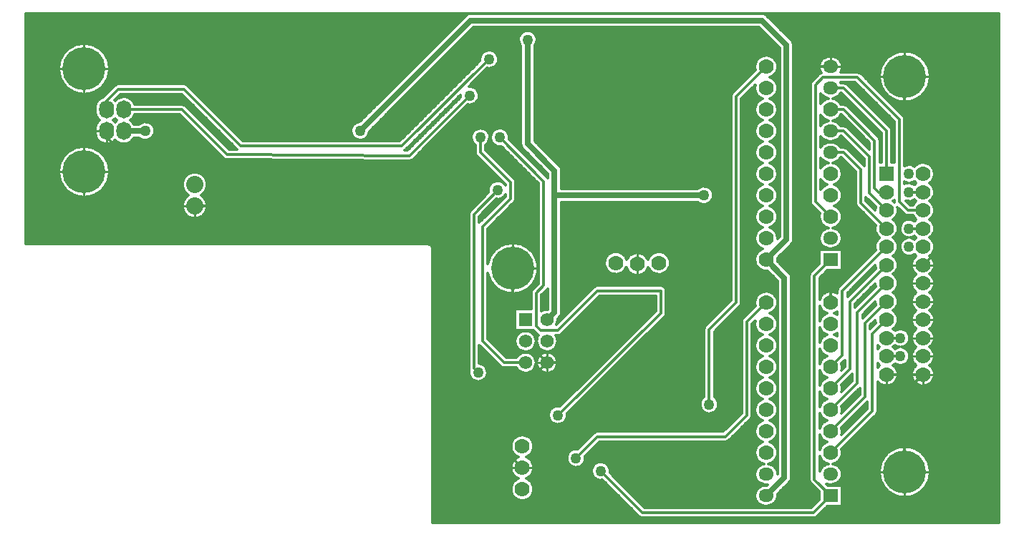
<source format=gbl>
%FSLAX24Y24*%
%MOIN*%
G70*
G01*
G75*
%ADD10C,0.0120*%
%ADD11R,0.0600X0.0600*%
%ADD12R,0.0160X0.0750*%
%ADD13R,0.0750X0.0160*%
%ADD14O,0.0160X0.1000*%
%ADD15O,0.1000X0.0160*%
%ADD16R,0.1300X0.0700*%
%ADD17O,0.0240X0.0800*%
%ADD18R,0.0360X0.0500*%
%ADD19R,0.0360X0.0360*%
%ADD20R,0.1000X0.0800*%
%ADD21R,0.1000X0.0900*%
%ADD22R,0.0315X0.0551*%
%ADD23O,0.0787X0.1496*%
%ADD24R,0.0394X0.0730*%
%ADD25C,0.0280*%
%ADD26C,0.0160*%
%ADD27C,0.0240*%
%ADD28C,0.0140*%
%ADD29C,0.0100*%
%ADD30O,0.0700X0.0600*%
%ADD31C,0.0700*%
%ADD32C,0.2000*%
%ADD33R,0.0700X0.0600*%
%ADD34O,0.0700X0.0850*%
%ADD35C,0.0620*%
%ADD36R,0.0620X0.0620*%
%ADD37R,0.0700X0.0700*%
%ADD38C,0.0800*%
%ADD39C,0.0500*%
D10*
X322582Y41850D02*
X322570Y41754D01*
X322580Y41658D01*
X322611Y41567D01*
X322662Y41484D01*
X322730Y41416D01*
X322811Y41364D01*
X322902Y41331D01*
X322998Y41320D01*
X323094Y41330D01*
X323185Y41362D01*
X323267Y41413D01*
X323336Y41481D01*
X323387Y41563D01*
X323419Y41654D01*
X323430Y41750D01*
X322560Y41950D02*
X322582Y41850D01*
X322560Y41950D02*
X322582Y41850D01*
X323430Y41750D02*
X323417Y41855D01*
X323379Y41953D01*
X323318Y42040D01*
X323238Y42108D01*
X323143Y42155D01*
X323040Y42178D01*
X324030Y42030D02*
X324108Y41978D01*
X324200Y41960D01*
X324030Y42030D02*
X324108Y41978D01*
X324200Y41960D01*
X324874Y37800D02*
X324783Y37758D01*
X324702Y37699D01*
X324633Y37627D01*
X324578Y37542D01*
X324541Y37449D01*
X324522Y37350D01*
Y37250D01*
X324541Y37151D01*
X324578Y37058D01*
X324633Y36973D01*
X324702Y36901D01*
X324783Y36842D01*
X324874Y36800D01*
X324783Y36758D01*
X324701Y36699D01*
X324632Y36626D01*
X324578Y36541D01*
X324541Y36447D01*
X324522Y36348D01*
X324523Y36248D01*
X324542Y36149D01*
X324580Y36056D01*
X324634Y35971D01*
X324704Y35899D01*
X324786Y35840D01*
X324878Y35799D01*
X324976Y35775D01*
X325076Y35771D01*
X325176Y35785D01*
X325271Y35818D01*
X325358Y35869D01*
X325434Y35935D01*
X325496Y36014D01*
X325542Y36103D01*
X325570Y36200D01*
X325580Y36300D01*
Y36300D02*
X325572Y36393D01*
X325547Y36483D01*
X325508Y36567D01*
X325454Y36643D01*
X325387Y36709D01*
X325311Y36761D01*
X325226Y36800D01*
X325311Y36839D01*
X325387Y36891D01*
X325454Y36957D01*
X325508Y37033D01*
X325547Y37117D01*
X325572Y37207D01*
X325580Y37300D01*
X325572Y37393D01*
X325547Y37483D01*
X325508Y37567D01*
X325454Y37643D01*
X325387Y37709D01*
X325311Y37761D01*
X325226Y37800D01*
X325580Y38300D02*
X325570Y38400D01*
X325542Y38497D01*
X325496Y38586D01*
X325434Y38665D01*
X325358Y38731D01*
X325271Y38782D01*
X325176Y38815D01*
X325076Y38829D01*
X324976Y38825D01*
X324878Y38801D01*
X324786Y38760D01*
X324704Y38701D01*
X324634Y38629D01*
X324580Y38544D01*
X324542Y38451D01*
X324523Y38352D01*
X324522Y38252D01*
X324541Y38153D01*
X324578Y38059D01*
X324632Y37974D01*
X324701Y37901D01*
X324783Y37842D01*
X324874Y37800D01*
X325226D02*
X325311Y37839D01*
X325387Y37891D01*
X325454Y37957D01*
X325508Y38033D01*
X325547Y38117D01*
X325572Y38207D01*
X325580Y38300D01*
X324773Y41960D02*
X324830Y41879D01*
X324902Y41811D01*
X324986Y41759D01*
X325079Y41725D01*
X325177Y41711D01*
X325276Y41716D01*
X325371Y41741D01*
X325460Y41785D01*
X325538Y41845D01*
X325602Y41921D01*
X325650Y42007D01*
X325680Y42102D01*
X325690Y42200D01*
Y42200D02*
X325680Y42298D01*
X325650Y42393D01*
X325602Y42479D01*
X325538Y42555D01*
X325460Y42615D01*
X325371Y42659D01*
X325276Y42684D01*
X325177Y42689D01*
X325079Y42675D01*
X324986Y42641D01*
X324902Y42589D01*
X324830Y42521D01*
X324773Y42440D01*
X326690Y42200D02*
X326680Y42299D01*
X326650Y42393D01*
X326602Y42480D01*
X326538Y42555D01*
X326459Y42616D01*
X326370Y42660D01*
X326274Y42684D01*
X326175Y42689D01*
X326077Y42674D01*
X325984Y42640D01*
X325900Y42587D01*
X325828Y42519D01*
X325772Y42438D01*
X325732Y42347D01*
X325713Y42250D01*
Y42150D01*
X325732Y42053D01*
X325772Y41962D01*
X325828Y41881D01*
X325900Y41813D01*
X325984Y41760D01*
X326077Y41726D01*
X326175Y41711D01*
X326274Y41716D01*
X326370Y41740D01*
X326459Y41784D01*
X326538Y41845D01*
X326602Y41920D01*
X326650Y42007D01*
X326680Y42101D01*
X326690Y42200D01*
X325690Y43200D02*
X325680Y43299D01*
X325650Y43393D01*
X325602Y43480D01*
X325538Y43555D01*
X325459Y43616D01*
X325370Y43660D01*
X325274Y43684D01*
X325175Y43689D01*
X325077Y43674D01*
X324984Y43640D01*
X324900Y43587D01*
X324828Y43519D01*
X324772Y43438D01*
X324732Y43347D01*
X324713Y43250D01*
Y43150D01*
X324732Y43053D01*
X324772Y42962D01*
X324828Y42881D01*
X324900Y42813D01*
X324984Y42760D01*
X325077Y42726D01*
X325175Y42711D01*
X325274Y42716D01*
X325370Y42741D01*
X325459Y42784D01*
X325538Y42845D01*
X325602Y42920D01*
X325650Y43007D01*
X325680Y43101D01*
X325690Y43200D01*
X325799Y43482D02*
X325750Y43393D01*
X325719Y43296D01*
X325710Y43194D01*
X325722Y43093D01*
X325755Y42996D01*
X325806Y42908D01*
X325875Y42833D01*
X325959Y42774D01*
X326052Y42733D01*
X326152Y42712D01*
X326254Y42713D01*
X326354Y42735D01*
X326447Y42777D01*
X326529Y42837D01*
X326597Y42913D01*
X326648Y43001D01*
X326679Y43099D01*
X326690Y43200D01*
X325730Y43530D02*
X325799Y43482D01*
X326690Y43200D02*
X326682Y43291D01*
X326656Y43379D01*
X326615Y43460D01*
X325730Y43530D02*
X325799Y43482D01*
X326230Y44689D02*
X326129Y44685D01*
X326031Y44660D01*
X325940Y44615D01*
X326635Y43974D02*
X326676Y44084D01*
X326690Y44200D01*
X326689Y44236D01*
X325530Y45620D02*
X325478Y45542D01*
X325460Y45450D01*
X325530Y45620D02*
X325478Y45542D01*
X325460Y45450D01*
X323440Y46384D02*
X323462Y46287D01*
X323493Y46192D01*
X323531Y46100D01*
X323577Y46011D01*
X323631Y45927D01*
X323691Y45848D01*
X323758Y45774D01*
X323830Y45706D01*
X323909Y45644D01*
X323992Y45589D01*
X324079Y45541D01*
X324171Y45501D01*
X324265Y45469D01*
X324361Y45444D01*
X324460Y45428D01*
X324559Y45421D01*
X324659Y45421D01*
X324758Y45431D01*
X324856Y45448D01*
X324953Y45474D01*
X325046Y45508D01*
X325137Y45549D01*
X325224Y45598D01*
X325306Y45655D01*
X325383Y45717D01*
X325455Y45787D01*
X325521Y45862D01*
X325580Y45942D01*
X325632Y46027D01*
X325676Y46116D01*
X325713Y46209D01*
X325742Y46304D01*
X325763Y46402D01*
X325776Y46500D01*
X325780Y46600D01*
X325776Y46700D01*
X325763Y46798D01*
X325742Y46896D01*
X325713Y46991D01*
X325676Y47084D01*
X325632Y47173D01*
X325580Y47258D01*
X325521Y47338D01*
X325455Y47413D01*
X325383Y47483D01*
X325306Y47545D01*
X325224Y47602D01*
X325137Y47651D01*
X325046Y47692D01*
X324953Y47726D01*
X324856Y47752D01*
X324758Y47769D01*
X324659Y47779D01*
X324559Y47779D01*
X324460Y47772D01*
X324361Y47756D01*
X324265Y47731D01*
X324171Y47699D01*
X324079Y47659D01*
X323992Y47611D01*
X323909Y47556D01*
X323830Y47494D01*
X323758Y47426D01*
X323691Y47352D01*
X323631Y47273D01*
X323577Y47189D01*
X323531Y47100D01*
X323493Y47008D01*
X323462Y46913D01*
X323440Y46816D01*
X320880Y47500D02*
X320863Y47588D01*
X320813Y47663D01*
X320738Y47712D01*
X320650Y47730D01*
X320880Y47500D02*
X320863Y47588D01*
X320813Y47663D01*
X320738Y47712D01*
X320650Y47730D01*
X327633Y38172D02*
X327533Y38180D01*
X327434Y38164D01*
X327341Y38126D01*
X327260Y38067D01*
X327194Y37991D01*
X327148Y37902D01*
X327124Y37805D01*
X327122Y37705D01*
X327144Y37607D01*
X327188Y37517D01*
X327252Y37440D01*
X327332Y37379D01*
X327424Y37339D01*
X327522Y37321D01*
X327622Y37326D01*
X327719Y37354D01*
X327806Y37404D01*
X327879Y37473D01*
X327934Y37556D01*
X327968Y37650D01*
X327980Y37750D01*
Y37750D02*
X327972Y37833D01*
X329130Y37150D02*
X329118Y37250D01*
X329084Y37344D01*
X329029Y37427D01*
X328956Y37496D01*
X328869Y37546D01*
X328772Y37574D01*
X328672Y37579D01*
X328574Y37561D01*
X328482Y37521D01*
X328402Y37460D01*
X328338Y37383D01*
X328294Y37293D01*
X328272Y37195D01*
X328274Y37095D01*
X328298Y36998D01*
X328344Y36909D01*
X328410Y36833D01*
X328491Y36774D01*
X328584Y36736D01*
X328683Y36720D01*
X328783Y36728D01*
X327130Y39750D02*
X327122Y39830D01*
X326785Y40172D02*
X326685Y40180D01*
X326586Y40165D01*
X326493Y40127D01*
X326411Y40068D01*
X326345Y39993D01*
X326299Y39904D01*
X326274Y39807D01*
X326272Y39706D01*
X326294Y39608D01*
X326338Y39518D01*
X326401Y39441D01*
X326481Y39380D01*
X326573Y39339D01*
X326672Y39321D01*
X326772Y39326D01*
X326868Y39354D01*
X326955Y39404D01*
X327028Y39472D01*
X327084Y39556D01*
X327118Y39650D01*
X327130Y39750D01*
X328550Y38990D02*
X328458Y38972D01*
X328380Y38920D01*
X328550Y38990D02*
X328458Y38972D01*
X328380Y38920D01*
X330480Y35030D02*
X330558Y34978D01*
X330650Y34960D01*
X330480Y35030D02*
X330558Y34978D01*
X330650Y34960D01*
X329122Y37067D02*
X329130Y37150D01*
X333510Y40607D02*
X333435Y40543D01*
X333377Y40464D01*
X333338Y40374D01*
X333321Y40277D01*
X333326Y40179D01*
X333353Y40085D01*
X333401Y39999D01*
X333467Y39926D01*
X333548Y39870D01*
X333639Y39834D01*
X333736Y39820D01*
X333834Y39828D01*
X333928Y39858D01*
X334012Y39909D01*
X334083Y39977D01*
X334136Y40060D01*
X334169Y40152D01*
X334180Y40250D01*
X326700Y43460D02*
X326792Y43478D01*
X326870Y43530D01*
X326700Y43460D02*
X326792Y43478D01*
X326870Y43530D01*
X326776Y44324D02*
X326827Y44390D01*
X326859Y44467D01*
X326870Y44550D01*
X326776Y44323D02*
X326827Y44390D01*
X326859Y44467D01*
X326870Y44550D01*
X328550Y45790D02*
X328458Y45772D01*
X328380Y45720D01*
X328550Y45790D02*
X328458Y45772D01*
X328380Y45720D01*
X329909Y46999D02*
X329872Y47091D01*
X329819Y47174D01*
X329751Y47247D01*
X329671Y47305D01*
X329582Y47348D01*
X329486Y47373D01*
X329387Y47380D01*
X329289Y47368D01*
X329195Y47339D01*
X329107Y47292D01*
X329030Y47230D01*
X328966Y47154D01*
X328917Y47068D01*
X328885Y46974D01*
X328871Y46876D01*
X328875Y46778D01*
X328898Y46681D01*
X328938Y46591D01*
X328994Y46509D01*
X329065Y46440D01*
X329147Y46384D01*
X329238Y46345D01*
X329335Y46324D01*
X329434Y46321D01*
X329531Y46337D01*
X329625Y46370D01*
X329710Y46420D01*
X329785Y46485D01*
X329846Y46563D01*
X329891Y46651D01*
X331669Y44329D02*
X331721Y44408D01*
X331740Y44500D01*
X331669Y44329D02*
X331721Y44408D01*
X331740Y44500D01*
X333580Y43920D02*
X333528Y43842D01*
X333510Y43750D01*
X333580Y43920D02*
X333528Y43842D01*
X333510Y43750D01*
X329891Y46651D02*
X329927Y46561D01*
X329979Y46478D01*
X330045Y46407D01*
X330122Y46349D01*
X330210Y46305D01*
X330303Y46279D01*
X330400Y46270D01*
X330497Y46279D01*
X330590Y46305D01*
X330678Y46349D01*
X330755Y46407D01*
X330821Y46478D01*
X330873Y46561D01*
X330909Y46651D01*
X330891Y46999D02*
X330847Y47085D01*
X330788Y47161D01*
X330716Y47225D01*
X330634Y47276D01*
X330543Y47310D01*
X330448Y47328D01*
X330352D01*
X330257Y47310D01*
X330166Y47276D01*
X330084Y47225D01*
X330012Y47161D01*
X329953Y47085D01*
X329909Y46999D01*
X331740Y45550D02*
X331722Y45642D01*
X331670Y45720D01*
X331592Y45772D01*
X331500Y45790D01*
X331740Y45550D02*
X331722Y45642D01*
X331670Y45720D01*
X331592Y45772D01*
X331500Y45790D01*
X330909Y46651D02*
X330953Y46565D01*
X331013Y46488D01*
X331086Y46423D01*
X331169Y46373D01*
X331260Y46339D01*
X331356Y46322D01*
X331453Y46323D01*
X331549Y46341D01*
X331639Y46377D01*
X331721Y46429D01*
X331793Y46494D01*
X331851Y46572D01*
X331895Y46660D01*
X331921Y46753D01*
X331930Y46850D01*
X331920Y46950D01*
X331892Y47047D01*
X331846Y47137D01*
X331783Y47216D01*
X331707Y47282D01*
X331620Y47332D01*
X331525Y47365D01*
X331425Y47379D01*
X331324Y47375D01*
X331226Y47351D01*
X331135Y47309D01*
X331053Y47250D01*
X330983Y47177D01*
X330929Y47092D01*
X330891Y46999D01*
X305830Y51100D02*
X305826Y51200D01*
X305813Y51299D01*
X305792Y51397D01*
X305763Y51493D01*
X305725Y51586D01*
X305680Y51675D01*
X305628Y51761D01*
X305568Y51841D01*
X305502Y51916D01*
X305430Y51986D01*
X305352Y52049D01*
X305269Y52105D01*
X305181Y52154D01*
X305090Y52195D01*
X304996Y52228D01*
X304899Y52254D01*
X304800Y52270D01*
X304700Y52279D01*
X304600D01*
X304500Y52270D01*
X304401Y52254D01*
X304304Y52228D01*
X304210Y52195D01*
X304119Y52154D01*
X304031Y52105D01*
X303948Y52049D01*
X303870Y51986D01*
X303798Y51916D01*
X303732Y51841D01*
X303672Y51761D01*
X303620Y51675D01*
X303575Y51586D01*
X303537Y51493D01*
X303508Y51397D01*
X303487Y51299D01*
X303474Y51200D01*
X303470Y51100D01*
X303474Y51000D01*
X303487Y50901D01*
X303508Y50803D01*
X303537Y50707D01*
X303575Y50614D01*
X303620Y50525D01*
X303672Y50439D01*
X303732Y50359D01*
X303798Y50284D01*
X303870Y50214D01*
X303948Y50151D01*
X304031Y50095D01*
X304119Y50046D01*
X304210Y50005D01*
X304304Y49972D01*
X304401Y49946D01*
X304500Y49930D01*
X304600Y49921D01*
X304700D01*
X304800Y49930D01*
X304899Y49946D01*
X304996Y49972D01*
X305090Y50005D01*
X305181Y50046D01*
X305269Y50095D01*
X305352Y50151D01*
X305430Y50214D01*
X305502Y50284D01*
X305568Y50359D01*
X305628Y50439D01*
X305680Y50525D01*
X305725Y50614D01*
X305763Y50707D01*
X305792Y50803D01*
X305813Y50901D01*
X305826Y51000D01*
X305830Y51100D01*
X309506Y50000D02*
X309424Y49941D01*
X309353Y49870D01*
X309296Y49787D01*
X309254Y49695D01*
X309228Y49597D01*
X309220Y49497D01*
X309229Y49396D01*
X309256Y49299D01*
X309299Y49208D01*
X309357Y49125D01*
X309429Y49054D01*
X309512Y48997D01*
X309604Y48954D01*
X309701Y48928D01*
X309802Y48920D01*
X309902Y48929D01*
X310000Y48955D01*
X310091Y48998D01*
X310174Y49056D01*
X310245Y49128D01*
X310303Y49210D01*
X310345Y49302D01*
X310371Y49399D01*
X310380Y49500D01*
X305170Y52925D02*
X305179Y52827D01*
X305206Y52732D01*
X305251Y52644D01*
X305311Y52565D01*
X305384Y52499D01*
X305469Y52448D01*
X305561Y52413D01*
X305659Y52397D01*
X305758Y52398D01*
X305854Y52418D01*
X305946Y52455D01*
X306029Y52509D01*
X306100Y52577D01*
X310380Y50500D02*
X310371Y50601D01*
X310345Y50698D01*
X310303Y50790D01*
X310245Y50872D01*
X310174Y50944D01*
X310091Y51002D01*
X310000Y51045D01*
X309902Y51071D01*
X309802Y51080D01*
X309701Y51072D01*
X309604Y51046D01*
X309512Y51003D01*
X309429Y50946D01*
X309357Y50875D01*
X309299Y50792D01*
X309256Y50701D01*
X309229Y50604D01*
X309220Y50503D01*
X309228Y50403D01*
X309254Y50305D01*
X309296Y50213D01*
X309353Y50130D01*
X309424Y50059D01*
X309506Y50000D01*
X306100Y52577D02*
X306175Y52507D01*
X306262Y52452D01*
X306358Y52414D01*
X306459Y52397D01*
X306562Y52399D01*
X306663Y52421D01*
X306757Y52462D01*
X306842Y52520D01*
X306914Y52594D01*
X306970Y52680D01*
X305383Y53500D02*
X305310Y53434D01*
X305250Y53356D01*
X305206Y53268D01*
X305179Y53173D01*
X305170Y53075D01*
X306100Y53423D02*
X306017Y53500D01*
X306183D02*
X306100Y53423D01*
X306970Y53320D02*
X306903Y53419D01*
X306817Y53500D01*
X305170Y53925D02*
X305179Y53827D01*
X305206Y53732D01*
X305250Y53644D01*
X305310Y53566D01*
X305383Y53500D01*
X306017D02*
X306100Y53577D01*
X306183Y53500D01*
X306817D02*
X306896Y53573D01*
X306960Y53661D01*
X307004Y53760D01*
X307213Y52680D02*
X307293Y52623D01*
X307385Y52586D01*
X307482Y52570D01*
X307581Y52578D01*
X307675Y52607D01*
X307760Y52658D01*
X307831Y52726D01*
X307885Y52809D01*
X307919Y52902D01*
X307930Y53000D01*
X307919Y53098D01*
X307885Y53191D01*
X307831Y53274D01*
X307760Y53342D01*
X307675Y53393D01*
X307581Y53422D01*
X307482Y53430D01*
X307385Y53414D01*
X307293Y53377D01*
X307213Y53320D01*
X309370Y54170D02*
X309292Y54222D01*
X309200Y54240D01*
X309370Y54170D02*
X309292Y54222D01*
X309200Y54240D01*
X310380Y49500D02*
X310371Y49600D01*
X310346Y49697D01*
X310303Y49788D01*
X310246Y49870D01*
X310176Y49942D01*
X310094Y50000D01*
X310176Y50058D01*
X310246Y50130D01*
X310303Y50212D01*
X310346Y50303D01*
X310371Y50400D01*
X310380Y50500D01*
X311130Y51730D02*
X311208Y51679D01*
X311299Y51660D01*
X311130Y51730D02*
X311208Y51679D01*
X311299Y51660D01*
X319569Y52091D02*
X319620Y52130D01*
X319569Y52091D02*
X319620Y52130D01*
X319799Y51610D02*
X319891Y51628D01*
X319970Y51680D01*
X319799Y51610D02*
X319891Y51628D01*
X319970Y51680D01*
X317477Y53429D02*
X317379Y53413D01*
X317288Y53374D01*
X317209Y53316D01*
X317144Y53241D01*
X317098Y53154D01*
X317074Y53058D01*
X317072Y52959D01*
X317092Y52863D01*
X317135Y52773D01*
X317196Y52696D01*
X317273Y52635D01*
X317363Y52593D01*
X317459Y52572D01*
X317558Y52574D01*
X317654Y52598D01*
X317741Y52644D01*
X317816Y52709D01*
X317874Y52788D01*
X317913Y52879D01*
X317929Y52977D01*
X305541Y54581D02*
X305453Y54544D01*
X305373Y54492D01*
X305303Y54426D01*
X305246Y54349D01*
X305204Y54263D01*
X305179Y54170D01*
X305170Y54075D01*
X305830Y55900D02*
X305826Y56000D01*
X305813Y56099D01*
X305792Y56197D01*
X305763Y56293D01*
X305725Y56386D01*
X305680Y56475D01*
X305628Y56561D01*
X305568Y56641D01*
X305502Y56716D01*
X305430Y56786D01*
X305352Y56849D01*
X305269Y56905D01*
X305181Y56954D01*
X305090Y56995D01*
X304996Y57028D01*
X304899Y57054D01*
X304800Y57070D01*
X304700Y57079D01*
X304600D01*
X304500Y57070D01*
X304401Y57054D01*
X304304Y57028D01*
X304210Y56995D01*
X304119Y56954D01*
X304031Y56905D01*
X303948Y56849D01*
X303870Y56786D01*
X303798Y56716D01*
X303732Y56641D01*
X303672Y56561D01*
X303620Y56475D01*
X303575Y56386D01*
X303537Y56293D01*
X303508Y56197D01*
X303487Y56099D01*
X303474Y56000D01*
X303470Y55900D01*
X303474Y55800D01*
X303487Y55701D01*
X303508Y55603D01*
X303537Y55507D01*
X303575Y55414D01*
X303620Y55325D01*
X303672Y55239D01*
X303732Y55159D01*
X303798Y55084D01*
X303870Y55014D01*
X303948Y54951D01*
X304031Y54895D01*
X304119Y54846D01*
X304210Y54805D01*
X304304Y54772D01*
X304401Y54746D01*
X304500Y54730D01*
X304600Y54721D01*
X304700D01*
X304800Y54730D01*
X304899Y54746D01*
X304996Y54772D01*
X305090Y54805D01*
X305181Y54846D01*
X305269Y54895D01*
X305352Y54951D01*
X305430Y55014D01*
X305502Y55084D01*
X305568Y55159D01*
X305628Y55239D01*
X305680Y55325D01*
X305725Y55414D01*
X305763Y55507D01*
X305792Y55603D01*
X305813Y55701D01*
X305826Y55800D01*
X305830Y55900D01*
X307004Y54240D02*
X306963Y54333D01*
X306905Y54416D01*
X306833Y54487D01*
X306748Y54543D01*
X306654Y54582D01*
X306555Y54602D01*
X306453Y54603D01*
X306354Y54584D01*
X306259Y54547D01*
X306174Y54493D01*
X306100Y54423D01*
X306250Y55190D02*
X306158Y55172D01*
X306080Y55120D01*
X306250Y55190D02*
X306158Y55172D01*
X306080Y55120D01*
X309470D02*
X309392Y55172D01*
X309300Y55190D01*
X309470Y55120D02*
X309392Y55172D01*
X309300Y55190D01*
X322626Y49265D02*
X322577Y49189D01*
X322560Y49100D01*
X322626Y49265D02*
X322577Y49189D01*
X322560Y49100D01*
X324260Y50469D02*
X324199Y50549D01*
X324120Y50613D01*
X324029Y50657D01*
X323930Y50678D01*
X323829Y50676D01*
X323732Y50650D01*
X323643Y50602D01*
X323567Y50534D01*
X323510Y50451D01*
X323473Y50357D01*
X323460Y50257D01*
X323470Y50156D01*
X323819Y49826D02*
X323922Y49821D01*
X324023Y49841D01*
X324117Y49885D01*
X324197Y49949D01*
X324260Y50031D01*
X322860Y52000D02*
X322878Y51908D01*
X322930Y51830D01*
X322860Y52000D02*
X322878Y51908D01*
X322930Y51830D01*
X323530Y52700D02*
X323519Y52798D01*
X323486Y52890D01*
X323433Y52973D01*
X323362Y53041D01*
X323278Y53092D01*
X323184Y53122D01*
X323086Y53130D01*
X322989Y53116D01*
X322898Y53080D01*
X322817Y53024D01*
X322751Y52951D01*
X322703Y52865D01*
X322676Y52771D01*
X322671Y52673D01*
X322688Y52576D01*
X322727Y52486D01*
X322785Y52407D01*
X322860Y52343D01*
X323340D02*
X323419Y52412D01*
X323480Y52498D01*
X323517Y52596D01*
X323530Y52700D01*
X324430D02*
X324418Y52800D01*
X324384Y52894D01*
X324329Y52977D01*
X324256Y53046D01*
X324169Y53096D01*
X324072Y53124D01*
X323972Y53129D01*
X323874Y53111D01*
X323782Y53071D01*
X323702Y53010D01*
X323638Y52933D01*
X323594Y52843D01*
X323572Y52745D01*
X323574Y52645D01*
X323598Y52548D01*
X323644Y52459D01*
X323710Y52383D01*
X323791Y52324D01*
X323884Y52286D01*
X323983Y52270D01*
X324083Y52278D01*
X324670Y49680D02*
X324722Y49758D01*
X324740Y49850D01*
X324670Y49680D02*
X324722Y49758D01*
X324740Y49850D01*
Y50600D02*
X324722Y50692D01*
X324670Y50770D01*
X324740Y50600D02*
X324722Y50692D01*
X324670Y50770D01*
X333213Y49680D02*
X333293Y49623D01*
X333385Y49586D01*
X333482Y49570D01*
X333581Y49578D01*
X333675Y49607D01*
X333760Y49658D01*
X333831Y49726D01*
X333885Y49809D01*
X333919Y49902D01*
X333930Y50000D01*
X333919Y50098D01*
X333885Y50191D01*
X333831Y50274D01*
X333760Y50342D01*
X333675Y50393D01*
X333581Y50422D01*
X333482Y50430D01*
X333385Y50414D01*
X333293Y50377D01*
X333213Y50320D01*
X324422Y52617D02*
X324430Y52700D01*
X324980Y52400D02*
X324991Y52317D01*
X325023Y52240D01*
X325074Y52174D01*
X324980Y52400D02*
X324991Y52317D01*
X325023Y52240D01*
X325074Y52173D01*
X326870Y51150D02*
X326859Y51233D01*
X326827Y51310D01*
X326776Y51376D01*
X326870Y51150D02*
X326859Y51233D01*
X326827Y51310D01*
X326776Y51377D01*
X322171Y54682D02*
X322178Y54567D01*
X322517Y54228D02*
X322612Y54220D01*
X322705Y54233D01*
X322794Y54266D01*
X322873Y54318D01*
X322939Y54386D01*
X322989Y54466D01*
X323020Y54556D01*
X323030Y54650D01*
X323018Y54750D01*
X322983Y54845D01*
X322928Y54929D01*
X322854Y54997D01*
X322766Y55047D01*
X322669Y55074D01*
X322568Y55079D01*
X322650Y58470D02*
X322567Y58459D01*
X322490Y58427D01*
X322424Y58376D01*
X322650Y58470D02*
X322567Y58459D01*
X322490Y58427D01*
X322423Y58376D01*
X323417Y55928D02*
X323512Y55920D01*
X323605Y55933D01*
X323694Y55966D01*
X323773Y56018D01*
X323839Y56086D01*
X323889Y56166D01*
X323920Y56256D01*
X323930Y56350D01*
X323918Y56451D01*
X323882Y56547D01*
X323825Y56632D01*
X323749Y56700D01*
X323659Y56749D01*
X323561Y56776D01*
X323459Y56778D01*
X323359Y56756D01*
X323267Y56711D01*
X323188Y56646D01*
X323127Y56564D01*
X323087Y56470D01*
X323070Y56369D01*
X323078Y56267D01*
X325730Y57250D02*
X325719Y57347D01*
X325686Y57439D01*
X325633Y57522D01*
X325563Y57590D01*
X325480Y57641D01*
X325387Y57671D01*
X325290Y57680D01*
X325193Y57666D01*
X325102Y57631D01*
X325021Y57577D01*
X324954Y57505D01*
X324905Y57420D01*
X324877Y57327D01*
X324870Y57229D01*
X324886Y57133D01*
X324923Y57042D01*
X324980Y56963D01*
X325620D02*
X325680Y57049D01*
X325717Y57146D01*
X325730Y57250D01*
X336350Y36480D02*
X336250Y36470D01*
X336155Y36439D01*
X336068Y36388D01*
X335993Y36321D01*
X335934Y36240D01*
X335893Y36148D01*
X335873Y36050D01*
Y35950D01*
X335893Y35852D01*
X335934Y35760D01*
X335993Y35679D01*
X336068Y35612D01*
X336155Y35561D01*
X336250Y35530D01*
X336350Y35520D01*
X336308Y37478D02*
X336212Y37460D01*
X336122Y37422D01*
X336041Y37367D01*
X335973Y37297D01*
X335921Y37215D01*
X335886Y37124D01*
X335871Y37028D01*
X335875Y36930D01*
X335899Y36836D01*
X335942Y36748D01*
X336001Y36670D01*
X336075Y36607D01*
X336160Y36559D01*
X336253Y36530D01*
X336350Y36520D01*
X336450Y35520D02*
X336544Y35529D01*
X336634Y35557D01*
X336717Y35601D01*
X336789Y35661D01*
X336849Y35733D01*
X336893Y35816D01*
X336921Y35906D01*
X336930Y36000D01*
Y37000D02*
X336919Y37101D01*
X336888Y37197D01*
X336836Y37285D01*
X336768Y37360D01*
X336685Y37418D01*
X336592Y37459D01*
X336492Y37478D01*
X334500Y38510D02*
X334592Y38528D01*
X334670Y38580D01*
X334500Y38510D02*
X334592Y38528D01*
X334670Y38580D01*
X335670Y39580D02*
X335722Y39658D01*
X335740Y39750D01*
X335670Y39580D02*
X335722Y39658D01*
X335740Y39750D01*
X334180Y40250D02*
X334167Y40354D01*
X334130Y40452D01*
X334069Y40538D01*
X333990Y40607D01*
X336492Y37478D02*
X336594Y37507D01*
X336688Y37555D01*
X336770Y37621D01*
X336838Y37702D01*
X336888Y37794D01*
X336920Y37895D01*
X336930Y38000D01*
X336224Y38500D02*
X336134Y38458D01*
X336053Y38401D01*
X335984Y38329D01*
X335930Y38246D01*
X335893Y38154D01*
X335873Y38056D01*
X335872Y37957D01*
X335889Y37859D01*
X335924Y37766D01*
X335976Y37682D01*
X336043Y37608D01*
X336123Y37548D01*
X336212Y37505D01*
X336308Y37478D01*
X336930Y38000D02*
X336922Y38093D01*
X336897Y38183D01*
X336858Y38267D01*
X336804Y38343D01*
X336737Y38409D01*
X336661Y38461D01*
X336576Y38500D01*
X336661Y38539D01*
X336737Y38591D01*
X336804Y38657D01*
X336858Y38733D01*
X336897Y38817D01*
X336922Y38907D01*
X336930Y39000D01*
X336224Y39500D02*
X336133Y39458D01*
X336052Y39399D01*
X335983Y39327D01*
X335928Y39242D01*
X335891Y39149D01*
X335872Y39050D01*
Y38950D01*
X335891Y38851D01*
X335928Y38758D01*
X335983Y38673D01*
X336052Y38601D01*
X336133Y38542D01*
X336224Y38500D01*
Y40500D02*
X336133Y40458D01*
X336052Y40399D01*
X335983Y40327D01*
X335928Y40242D01*
X335891Y40149D01*
X335872Y40050D01*
Y39950D01*
X335891Y39851D01*
X335928Y39758D01*
X335983Y39673D01*
X336052Y39601D01*
X336133Y39542D01*
X336224Y39500D01*
X336930Y39000D02*
X336922Y39093D01*
X336897Y39183D01*
X336858Y39267D01*
X336804Y39343D01*
X336737Y39409D01*
X336661Y39461D01*
X336576Y39500D01*
X336661Y39539D01*
X336737Y39591D01*
X336804Y39657D01*
X336858Y39733D01*
X336897Y39817D01*
X336922Y39907D01*
X336930Y40000D01*
X336922Y40093D01*
X336897Y40183D01*
X336858Y40267D01*
X336804Y40343D01*
X336737Y40409D01*
X336661Y40461D01*
X336576Y40500D01*
X336930Y36000D02*
X336925Y36072D01*
X337476Y36624D02*
X337527Y36690D01*
X337559Y36767D01*
X337570Y36850D01*
X337476Y36623D02*
X337527Y36690D01*
X337559Y36767D01*
X337570Y36850D01*
X338600Y34960D02*
X338692Y34978D01*
X338770Y35030D01*
X338600Y34960D02*
X338692Y34978D01*
X338770Y35030D01*
X338410Y36750D02*
X338428Y36658D01*
X338480Y36580D01*
X338410Y36750D02*
X338428Y36658D01*
X338480Y36580D01*
X339224Y38500D02*
X339132Y38457D01*
X339050Y38398D01*
X338981Y38324D01*
X338927Y38239D01*
X338890Y38144D01*
Y38856D02*
X338927Y38761D01*
X338981Y38676D01*
X339050Y38602D01*
X339132Y38543D01*
X339224Y38500D01*
Y39500D02*
X339132Y39457D01*
X339050Y39398D01*
X338981Y39324D01*
X338927Y39239D01*
X338890Y39144D01*
Y39856D02*
X338927Y39761D01*
X338981Y39676D01*
X339050Y39602D01*
X339132Y39543D01*
X339224Y39500D01*
Y40500D02*
X339132Y40457D01*
X339050Y40398D01*
X338981Y40324D01*
X338927Y40239D01*
X338890Y40144D01*
X336224Y41500D02*
X336133Y41458D01*
X336052Y41399D01*
X335983Y41327D01*
X335928Y41242D01*
X335891Y41149D01*
X335872Y41050D01*
Y40950D01*
X335891Y40851D01*
X335928Y40758D01*
X335983Y40673D01*
X336052Y40601D01*
X336133Y40542D01*
X336224Y40500D01*
X336576D02*
X336661Y40539D01*
X336737Y40591D01*
X336804Y40657D01*
X336858Y40733D01*
X336897Y40817D01*
X336922Y40907D01*
X336930Y41000D01*
X336922Y41093D01*
X336897Y41183D01*
X336858Y41267D01*
X336804Y41343D01*
X336737Y41409D01*
X336661Y41461D01*
X336576Y41500D01*
X336224Y42500D02*
X336133Y42458D01*
X336052Y42399D01*
X335983Y42327D01*
X335928Y42242D01*
X335891Y42149D01*
X335872Y42050D01*
Y41950D01*
X335891Y41851D01*
X335928Y41758D01*
X335983Y41673D01*
X336052Y41601D01*
X336133Y41542D01*
X336224Y41500D01*
X336576D02*
X336661Y41539D01*
X336737Y41591D01*
X336804Y41657D01*
X336858Y41733D01*
X336897Y41817D01*
X336922Y41907D01*
X336930Y42000D01*
X336922Y42093D01*
X336897Y42183D01*
X336858Y42267D01*
X336804Y42343D01*
X336737Y42409D01*
X336661Y42461D01*
X336576Y42500D01*
X336661Y42539D01*
X336737Y42591D01*
X336804Y42657D01*
X336858Y42733D01*
X336897Y42817D01*
X336922Y42907D01*
X336930Y43000D01*
X336224Y43500D02*
X336133Y43458D01*
X336052Y43399D01*
X335983Y43327D01*
X335928Y43242D01*
X335891Y43149D01*
X335872Y43050D01*
Y42950D01*
X335891Y42851D01*
X335928Y42758D01*
X335983Y42673D01*
X336052Y42601D01*
X336133Y42542D01*
X336224Y42500D01*
X336930Y43000D02*
X336922Y43093D01*
X336897Y43183D01*
X336858Y43267D01*
X336804Y43343D01*
X336737Y43409D01*
X336661Y43461D01*
X336576Y43500D01*
X335330Y44270D02*
X335278Y44192D01*
X335260Y44100D01*
X335330Y44270D02*
X335278Y44192D01*
X335260Y44100D01*
X335170Y44830D02*
X335222Y44908D01*
X335240Y45000D01*
X335170Y44830D02*
X335222Y44908D01*
X335240Y45000D01*
X335893Y44153D02*
X335873Y44054D01*
X335872Y43953D01*
X335891Y43854D01*
X335927Y43760D01*
X335981Y43675D01*
X336051Y43601D01*
X336133Y43542D01*
X336224Y43500D01*
X336930Y45000D02*
X336920Y45101D01*
X336891Y45199D01*
X336844Y45289D01*
X336781Y45368D01*
X336704Y45434D01*
X336615Y45484D01*
X336519Y45516D01*
X336418Y45530D01*
X336317Y45523D01*
X336218Y45498D01*
X336127Y45454D01*
X336045Y45394D01*
X335976Y45319D01*
X335923Y45232D01*
X335888Y45137D01*
X335871Y45036D01*
X335874Y44935D01*
X335896Y44836D01*
X336576Y43500D02*
X336661Y43539D01*
X336737Y43591D01*
X336804Y43657D01*
X336858Y43733D01*
X336897Y43817D01*
X336922Y43907D01*
X336930Y44000D01*
X336922Y44093D01*
X336897Y44183D01*
X336858Y44267D01*
X336804Y44343D01*
X336737Y44409D01*
X336661Y44461D01*
X336576Y44500D01*
X336661Y44539D01*
X336737Y44591D01*
X336804Y44657D01*
X336858Y44733D01*
X336897Y44817D01*
X336922Y44907D01*
X336930Y45000D01*
X339193Y36546D02*
X339270Y36527D01*
X339350Y36520D01*
X339450D02*
X339544Y36529D01*
X339634Y36557D01*
X339717Y36601D01*
X339789Y36661D01*
X339849Y36733D01*
X339893Y36816D01*
X339921Y36906D01*
X339930Y37000D01*
X339308Y37478D02*
X339214Y37460D01*
X339126Y37424D01*
X339046Y37372D01*
X338979Y37305D01*
X338926Y37225D01*
X338890Y37137D01*
Y37856D02*
X338926Y37764D01*
X338978Y37680D01*
X339044Y37607D01*
X339124Y37548D01*
X339212Y37504D01*
X339308Y37478D01*
X339930Y37000D02*
X339919Y37101D01*
X339888Y37197D01*
X339836Y37285D01*
X339768Y37360D01*
X339685Y37418D01*
X339592Y37459D01*
X339492Y37478D01*
X339594Y37507D01*
X339688Y37555D01*
X339770Y37621D01*
X339838Y37702D01*
X339888Y37794D01*
X339920Y37895D01*
X339930Y38000D01*
X339923Y38083D01*
X339904Y38164D01*
X339907Y38847D02*
X339924Y38923D01*
X339930Y39000D01*
X339923Y39083D01*
X339904Y39164D01*
X339907Y39847D02*
X339924Y39923D01*
X339930Y40000D01*
X339923Y40083D01*
X339904Y40164D01*
X338890Y40856D02*
X338927Y40761D01*
X338981Y40676D01*
X339050Y40602D01*
X339132Y40543D01*
X339224Y40500D01*
Y41500D02*
X339132Y41457D01*
X339050Y41398D01*
X338981Y41324D01*
X338927Y41239D01*
X338890Y41144D01*
X339907Y40847D02*
X339924Y40923D01*
X339930Y41000D01*
X339923Y41083D01*
X339904Y41164D01*
X338890Y41856D02*
X338927Y41761D01*
X338981Y41676D01*
X339050Y41602D01*
X339132Y41543D01*
X339224Y41500D01*
X339907Y41847D02*
X339924Y41923D01*
X339930Y42000D01*
X344030Y37108D02*
X344026Y37208D01*
X344013Y37308D01*
X343992Y37406D01*
X343963Y37501D01*
X343925Y37594D01*
X343880Y37684D01*
X343828Y37769D01*
X343768Y37850D01*
X343702Y37925D01*
X343630Y37994D01*
X343552Y38057D01*
X343469Y38113D01*
X343381Y38162D01*
X343290Y38203D01*
X343196Y38237D01*
X343099Y38262D01*
X343000Y38279D01*
X342900Y38287D01*
X342800D01*
X342700Y38279D01*
X342601Y38262D01*
X342504Y38237D01*
X342410Y38203D01*
X342319Y38162D01*
X342231Y38113D01*
X342148Y38057D01*
X342070Y37994D01*
X341998Y37925D01*
X341932Y37850D01*
X341872Y37769D01*
X341820Y37684D01*
X341775Y37594D01*
X341737Y37501D01*
X341708Y37406D01*
X341687Y37308D01*
X341674Y37208D01*
X341670Y37108D01*
X341674Y37008D01*
X341687Y36909D01*
X341708Y36811D01*
X341737Y36715D01*
X341775Y36622D01*
X341820Y36533D01*
X341872Y36448D01*
X341932Y36367D01*
X341998Y36292D01*
X342070Y36223D01*
X342148Y36160D01*
X342231Y36104D01*
X342319Y36055D01*
X342410Y36013D01*
X342504Y35980D01*
X342601Y35955D01*
X342700Y35938D01*
X342800Y35929D01*
X342900D01*
X343000Y35938D01*
X343099Y35955D01*
X343196Y35980D01*
X343290Y36013D01*
X343381Y36055D01*
X343469Y36104D01*
X343552Y36160D01*
X343630Y36223D01*
X343702Y36292D01*
X343768Y36367D01*
X343828Y36448D01*
X343880Y36533D01*
X343925Y36622D01*
X343963Y36715D01*
X343992Y36811D01*
X344013Y36909D01*
X344026Y37008D01*
X344030Y37108D01*
X341520Y39780D02*
X341572Y39858D01*
X341590Y39950D01*
X341520Y39780D02*
X341572Y39858D01*
X341590Y39950D01*
X341683Y42075D02*
X341590Y41986D01*
Y41314D02*
X341660Y41243D01*
X341743Y41187D01*
X341834Y41147D01*
X341932Y41124D01*
X342032Y41121D01*
X342130Y41136D01*
X342225Y41170D01*
X342311Y41221D01*
X342386Y41287D01*
X342447Y41366D01*
X342493Y41455D01*
X342521Y41550D01*
X342530Y41650D01*
Y41650D02*
X342521Y41748D01*
X342494Y41843D01*
X342450Y41931D01*
X342390Y42009D01*
X342317Y42075D01*
X343383D02*
X343311Y42009D01*
X343251Y41932D01*
X343207Y41844D01*
X343180Y41750D01*
X343170Y41653D01*
X343179Y41555D01*
X343205Y41461D01*
X343248Y41373D01*
X343307Y41294D01*
X343379Y41228D01*
X343462Y41176D01*
X343553Y41141D01*
X343650Y41122D01*
X343748Y41122D01*
X343844Y41140D01*
X343935Y41175D01*
X344019Y41227D01*
X344091Y41292D01*
X344150Y41371D01*
X344194Y41458D01*
X344221Y41552D01*
X344230Y41650D01*
X344221Y41748D01*
X344194Y41843D01*
X344150Y41931D01*
X344090Y42009D01*
X344017Y42075D01*
X339224Y42500D02*
X339132Y42457D01*
X339050Y42398D01*
X338981Y42324D01*
X338927Y42239D01*
X338890Y42144D01*
Y42856D02*
X338927Y42761D01*
X338981Y42676D01*
X339050Y42602D01*
X339132Y42543D01*
X339224Y42500D01*
X339930Y42000D02*
X339923Y42083D01*
X339904Y42164D01*
X339224Y43500D02*
X339132Y43457D01*
X339050Y43398D01*
X338981Y43324D01*
X338927Y43239D01*
X338890Y43144D01*
X339710Y43430D02*
X339645Y43470D01*
X339576Y43500D01*
X338890Y43856D02*
X338927Y43761D01*
X338981Y43676D01*
X339050Y43602D01*
X339132Y43543D01*
X339224Y43500D01*
X339576D02*
X339645Y43530D01*
X339710Y43570D01*
X339224Y44500D02*
X339132Y44457D01*
X339050Y44398D01*
X338981Y44324D01*
X338927Y44239D01*
X338890Y44144D01*
X339710Y44430D02*
X339645Y44470D01*
X339576Y44500D01*
X338890Y44856D02*
X338927Y44761D01*
X338981Y44676D01*
X339050Y44602D01*
X339132Y44543D01*
X339224Y44500D01*
X339576D02*
X339645Y44530D01*
X339710Y44570D01*
X341590Y42164D02*
X341683Y42075D01*
X342317D02*
X342399Y42151D01*
X341683Y42925D02*
X341590Y42836D01*
Y43014D02*
X341683Y42925D01*
X342399Y42849D02*
X342317Y42925D01*
X342399Y42151D02*
X342491Y42101D01*
X342592Y42074D01*
X342696Y42072D01*
X342798Y42096D01*
X342891Y42144D01*
X342970Y42213D01*
X343030Y42299D01*
X343067Y42396D01*
X343080Y42500D01*
X342585Y42925D02*
X342487Y42898D01*
X342399Y42849D01*
X342317Y42925D02*
X342399Y43001D01*
Y43699D02*
X342317Y43775D01*
X342399Y43001D02*
X342487Y42952D01*
X342585Y42925D01*
X341470Y44181D02*
X341496Y44036D01*
X342317Y43775D02*
X342390Y43841D01*
X342450Y43919D01*
X342494Y44007D01*
X342521Y44102D01*
X342530Y44200D01*
X342521Y44298D01*
X342494Y44393D01*
X342450Y44481D01*
X342390Y44559D01*
X342317Y44625D01*
X342390Y44691D01*
X342450Y44769D01*
X342494Y44857D01*
X342521Y44952D01*
X342530Y45050D01*
X343080Y43350D02*
X343067Y43454D01*
X343030Y43551D01*
X342970Y43637D01*
X342891Y43706D01*
X342798Y43754D01*
X342696Y43778D01*
X342592Y43776D01*
X342491Y43749D01*
X342399Y43699D01*
X339710Y45430D02*
X339622Y45481D01*
X339526Y45515D01*
X339426Y45529D01*
X339324Y45525D01*
X339226Y45500D01*
X339133Y45458D01*
X339051Y45399D01*
X338981Y45325D01*
X338927Y45239D01*
X338890Y45144D01*
X339780Y45720D02*
X339728Y45642D01*
X339710Y45550D01*
X339780Y45720D02*
X339728Y45642D01*
X339710Y45550D01*
X341470Y45031D02*
X341496Y44886D01*
X342530Y45050D02*
X342521Y45148D01*
X342494Y45243D01*
X342450Y45331D01*
X342390Y45409D01*
X342317Y45475D01*
X342390Y45541D01*
X342450Y45619D01*
X342494Y45707D01*
X342521Y45802D01*
X342530Y45900D01*
X341470Y45881D02*
X341496Y45736D01*
X342530Y45900D02*
X342521Y45998D01*
X342494Y46093D01*
X342450Y46181D01*
X342390Y46259D01*
X342317Y46325D01*
X343080Y42500D02*
X343068Y42601D01*
X343033Y42696D01*
X342976Y42780D01*
X342902Y42849D01*
X342813Y42898D01*
X342715Y42925D01*
X343383D02*
X343310Y42859D01*
X343250Y42781D01*
X343206Y42693D01*
X343179Y42598D01*
X343170Y42500D01*
X343179Y42402D01*
X343206Y42307D01*
X343250Y42219D01*
X343310Y42141D01*
X343383Y42075D01*
X344017D02*
X344090Y42141D01*
X344150Y42219D01*
X344194Y42307D01*
X344221Y42402D01*
X344230Y42500D01*
X344221Y42598D01*
X344194Y42693D01*
X344150Y42781D01*
X344090Y42859D01*
X344017Y42925D01*
X342715D02*
X342813Y42952D01*
X342902Y43001D01*
X342976Y43070D01*
X343033Y43154D01*
X343068Y43249D01*
X343080Y43350D01*
X343383Y43775D02*
X343310Y43709D01*
X343250Y43631D01*
X343206Y43543D01*
X343179Y43448D01*
X343170Y43350D01*
X343179Y43252D01*
X343206Y43157D01*
X343250Y43069D01*
X343310Y42991D01*
X343383Y42925D01*
X344017D02*
X344090Y42991D01*
X344150Y43069D01*
X344194Y43157D01*
X344221Y43252D01*
X344230Y43350D01*
X343383Y44625D02*
X343310Y44559D01*
X343250Y44481D01*
X343206Y44393D01*
X343179Y44298D01*
X343170Y44200D01*
X343179Y44102D01*
X343206Y44007D01*
X343250Y43919D01*
X343310Y43841D01*
X343383Y43775D01*
X343383Y45475D02*
X343310Y45409D01*
X343250Y45331D01*
X343206Y45243D01*
X343179Y45148D01*
X343170Y45050D01*
X343179Y44952D01*
X343206Y44857D01*
X343250Y44769D01*
X343310Y44691D01*
X343383Y44625D01*
X343383Y46325D02*
X343310Y46259D01*
X343250Y46181D01*
X343206Y46093D01*
X343179Y45998D01*
X343170Y45900D01*
X343179Y45802D01*
X343206Y45707D01*
X343250Y45619D01*
X343310Y45541D01*
X343383Y45475D01*
X344230Y43350D02*
X344221Y43448D01*
X344194Y43543D01*
X344150Y43631D01*
X344090Y43709D01*
X344017Y43775D01*
X344090Y43841D01*
X344150Y43919D01*
X344194Y44007D01*
X344221Y44102D01*
X344230Y44200D01*
X344221Y44298D01*
X344194Y44393D01*
X344150Y44481D01*
X344090Y44559D01*
X344017Y44625D01*
X344090Y44691D01*
X344150Y44769D01*
X344194Y44857D01*
X344221Y44952D01*
X344230Y45050D01*
X344221Y45148D01*
X344194Y45243D01*
X344150Y45331D01*
X344090Y45409D01*
X344017Y45475D01*
X344090Y45541D01*
X344150Y45619D01*
X344194Y45707D01*
X344221Y45802D01*
X344230Y45900D01*
X344221Y45998D01*
X344194Y46093D01*
X344150Y46181D01*
X344090Y46259D01*
X344017Y46325D01*
X336224Y48500D02*
X336133Y48458D01*
X336052Y48399D01*
X335983Y48327D01*
X335928Y48242D01*
X335891Y48149D01*
X335872Y48050D01*
Y47950D01*
X335891Y47851D01*
X335928Y47758D01*
X335983Y47673D01*
X336052Y47601D01*
X336133Y47542D01*
X336224Y47500D01*
X336136Y47459D01*
X336056Y47403D01*
X335988Y47334D01*
X335934Y47253D01*
X335896Y47164D01*
X335874Y47069D01*
X335871Y46971D01*
X335885Y46875D01*
X335916Y46783D01*
X335964Y46698D01*
X336027Y46624D01*
X336102Y46562D01*
X336187Y46515D01*
X336279Y46484D01*
X336375Y46471D01*
X336472Y46475D01*
X336925Y46928D02*
X336930Y47000D01*
X336925Y47072D01*
X336224Y49500D02*
X336133Y49458D01*
X336052Y49399D01*
X335983Y49327D01*
X335928Y49242D01*
X335891Y49149D01*
X335872Y49050D01*
Y48950D01*
X335891Y48851D01*
X335928Y48758D01*
X335983Y48673D01*
X336052Y48601D01*
X336133Y48542D01*
X336224Y48500D01*
X336930Y48000D02*
X336922Y48093D01*
X336897Y48183D01*
X336858Y48267D01*
X336804Y48343D01*
X336737Y48409D01*
X336661Y48461D01*
X336576Y48500D01*
X336661Y48539D01*
X336737Y48591D01*
X336804Y48657D01*
X336858Y48733D01*
X336897Y48817D01*
X336922Y48907D01*
X336930Y49000D01*
X336922Y49093D01*
X336897Y49183D01*
X336858Y49267D01*
X336804Y49343D01*
X336737Y49409D01*
X336661Y49461D01*
X336576Y49500D01*
X336224Y50500D02*
X336133Y50458D01*
X336052Y50399D01*
X335983Y50327D01*
X335928Y50242D01*
X335891Y50149D01*
X335872Y50050D01*
Y49950D01*
X335891Y49851D01*
X335928Y49758D01*
X335983Y49673D01*
X336052Y49601D01*
X336133Y49542D01*
X336224Y49500D01*
Y51500D02*
X336133Y51458D01*
X336052Y51399D01*
X335983Y51327D01*
X335928Y51242D01*
X335891Y51149D01*
X335872Y51050D01*
Y50950D01*
X335891Y50851D01*
X335928Y50758D01*
X335983Y50673D01*
X336052Y50601D01*
X336133Y50542D01*
X336224Y50500D01*
X336576Y49500D02*
X336661Y49539D01*
X336737Y49591D01*
X336804Y49657D01*
X336858Y49733D01*
X336897Y49817D01*
X336922Y49907D01*
X336930Y50000D01*
X336922Y50093D01*
X336897Y50183D01*
X336858Y50267D01*
X336804Y50343D01*
X336737Y50409D01*
X336661Y50461D01*
X336576Y50500D01*
X336661Y50539D01*
X336737Y50591D01*
X336804Y50657D01*
X336858Y50733D01*
X336897Y50817D01*
X336922Y50907D01*
X336930Y51000D01*
X336922Y51093D01*
X336897Y51183D01*
X336858Y51267D01*
X336804Y51343D01*
X336737Y51409D01*
X336661Y51461D01*
X336576Y51500D01*
X336661Y51539D01*
X336737Y51591D01*
X336804Y51657D01*
X336858Y51733D01*
X336897Y51817D01*
X336922Y51907D01*
X336930Y52000D01*
X337570Y46150D02*
X337559Y46233D01*
X337527Y46310D01*
X337476Y46376D01*
X337570Y46150D02*
X337559Y46233D01*
X337527Y46310D01*
X337476Y46377D01*
X338480Y46420D02*
X338428Y46342D01*
X338410Y46250D01*
X338480Y46420D02*
X338428Y46342D01*
X338410Y46250D01*
X337576Y47724D02*
X337627Y47790D01*
X337659Y47867D01*
X337670Y47950D01*
X337576Y47723D02*
X337627Y47790D01*
X337659Y47867D01*
X337670Y47950D01*
X339308Y48478D02*
X339212Y48460D01*
X339122Y48422D01*
X339041Y48367D01*
X338973Y48297D01*
X338921Y48215D01*
X338886Y48124D01*
X338871Y48028D01*
X338875Y47930D01*
X338899Y47836D01*
X338942Y47748D01*
X339001Y47670D01*
X339075Y47607D01*
X339160Y47559D01*
X339253Y47530D01*
X339350Y47520D01*
X338896Y49164D02*
X338874Y49066D01*
X338871Y48966D01*
X338887Y48866D01*
X338922Y48772D01*
X338973Y48686D01*
X339040Y48611D01*
X339120Y48550D01*
X339211Y48505D01*
X339308Y48478D01*
X339450Y47520D02*
X339544Y47529D01*
X339634Y47557D01*
X339717Y47601D01*
X339789Y47661D01*
X339849Y47733D01*
X339893Y47816D01*
X339921Y47906D01*
X339930Y48000D01*
X339919Y48101D01*
X339888Y48197D01*
X339836Y48285D01*
X339768Y48360D01*
X339685Y48418D01*
X339592Y48459D01*
X339492Y48478D01*
X339594Y48507D01*
X339688Y48555D01*
X339770Y48621D01*
X339838Y48702D01*
X339888Y48794D01*
X339920Y48895D01*
X339930Y49000D01*
X339922Y49093D01*
X339897Y49183D01*
X339858Y49267D01*
X339804Y49343D01*
X339737Y49409D01*
X339661Y49461D01*
X339576Y49500D01*
X338460Y49700D02*
X338478Y49608D01*
X338530Y49530D01*
X338460Y49700D02*
X338478Y49608D01*
X338530Y49530D01*
X339224Y50500D02*
X339138Y50461D01*
X339061Y50407D01*
X338994Y50341D01*
X338940Y50263D01*
Y50737D02*
X338994Y50659D01*
X339061Y50593D01*
X339138Y50539D01*
X339224Y50500D01*
X339576Y49500D02*
X339661Y49539D01*
X339737Y49591D01*
X339804Y49657D01*
X339858Y49733D01*
X339897Y49817D01*
X339922Y49907D01*
X339930Y50000D01*
X339922Y50093D01*
X339897Y50183D01*
X339858Y50267D01*
X339804Y50343D01*
X339737Y50409D01*
X339661Y50461D01*
X339576Y50500D01*
X339661Y50539D01*
X339737Y50591D01*
X339804Y50657D01*
X339858Y50733D01*
X339897Y50817D01*
X339922Y50907D01*
X339930Y51000D01*
X339308Y51522D02*
X339218Y51498D01*
X339134Y51458D01*
X339058Y51405D01*
X338993Y51339D01*
X338940Y51263D01*
X339930Y51000D02*
X339920Y51105D01*
X339888Y51206D01*
X339838Y51298D01*
X339770Y51379D01*
X339688Y51445D01*
X339594Y51493D01*
X339492Y51522D01*
X338940Y51750D02*
X339009Y51662D01*
X339097Y51592D01*
X339198Y51545D01*
X339308Y51522D01*
X339492D02*
X339583Y51539D01*
X339668Y51572D01*
X339746Y51622D01*
X339812Y51685D01*
X339866Y51760D01*
X340170Y52170D02*
X340092Y52222D01*
X340000Y52240D01*
X340170Y52170D02*
X340092Y52222D01*
X340000Y52240D01*
X336224Y52500D02*
X336133Y52458D01*
X336052Y52399D01*
X335983Y52327D01*
X335928Y52242D01*
X335891Y52149D01*
X335872Y52050D01*
Y51950D01*
X335891Y51851D01*
X335928Y51758D01*
X335983Y51673D01*
X336052Y51601D01*
X336133Y51542D01*
X336224Y51500D01*
Y53500D02*
X336133Y53458D01*
X336052Y53399D01*
X335983Y53327D01*
X335928Y53242D01*
X335891Y53149D01*
X335872Y53050D01*
Y52950D01*
X335891Y52851D01*
X335928Y52758D01*
X335983Y52673D01*
X336052Y52601D01*
X336133Y52542D01*
X336224Y52500D01*
Y54500D02*
X336133Y54458D01*
X336052Y54399D01*
X335983Y54327D01*
X335928Y54242D01*
X335891Y54149D01*
X335872Y54050D01*
Y53950D01*
X335891Y53851D01*
X335928Y53758D01*
X335983Y53673D01*
X336052Y53601D01*
X336133Y53542D01*
X336224Y53500D01*
X335893Y55153D02*
X335873Y55054D01*
X335872Y54953D01*
X335891Y54854D01*
X335927Y54760D01*
X335981Y54675D01*
X336051Y54601D01*
X336133Y54542D01*
X336224Y54500D01*
X336930Y52000D02*
X336922Y52093D01*
X336897Y52183D01*
X336858Y52267D01*
X336804Y52343D01*
X336737Y52409D01*
X336661Y52461D01*
X336576Y52500D01*
X336661Y52539D01*
X336737Y52591D01*
X336804Y52657D01*
X336858Y52733D01*
X336897Y52817D01*
X336922Y52907D01*
X336930Y53000D01*
X336922Y53093D01*
X336897Y53183D01*
X336858Y53267D01*
X336804Y53343D01*
X336737Y53409D01*
X336661Y53461D01*
X336576Y53500D01*
X336661Y53539D01*
X336737Y53591D01*
X336804Y53657D01*
X336858Y53733D01*
X336897Y53817D01*
X336922Y53907D01*
X336930Y54000D01*
X336922Y54093D01*
X336897Y54183D01*
X336858Y54267D01*
X336804Y54343D01*
X336737Y54409D01*
X336661Y54461D01*
X336576Y54500D01*
X336661Y54539D01*
X336737Y54591D01*
X336804Y54657D01*
X336858Y54733D01*
X336897Y54817D01*
X336922Y54907D01*
X336930Y55000D01*
X334830Y54770D02*
X334778Y54692D01*
X334760Y54600D01*
X334830Y54770D02*
X334778Y54692D01*
X334760Y54600D01*
X336427Y58376D02*
X336360Y58427D01*
X336283Y58459D01*
X336200Y58470D01*
X336426Y58376D02*
X336360Y58427D01*
X336283Y58459D01*
X336200Y58470D01*
X336930Y55000D02*
X336922Y55093D01*
X336897Y55183D01*
X336858Y55267D01*
X336804Y55343D01*
X336737Y55409D01*
X336661Y55461D01*
X336576Y55500D01*
X336661Y55539D01*
X336737Y55591D01*
X336804Y55657D01*
X336858Y55733D01*
X336897Y55817D01*
X336922Y55907D01*
X336930Y56000D01*
X336920Y56101D01*
X336891Y56199D01*
X336844Y56289D01*
X336781Y56368D01*
X336704Y56434D01*
X336615Y56484D01*
X336519Y56516D01*
X336418Y56530D01*
X336317Y56523D01*
X336218Y56498D01*
X336127Y56454D01*
X336045Y56394D01*
X335976Y56319D01*
X335923Y56232D01*
X335888Y56137D01*
X335871Y56036D01*
X335874Y55935D01*
X335896Y55836D01*
X337670Y57000D02*
X337659Y57083D01*
X337627Y57160D01*
X337576Y57226D01*
X337670Y57000D02*
X337659Y57083D01*
X337627Y57160D01*
X337576Y57227D01*
X339350Y52480D02*
X339252Y52470D01*
X339159Y52440D01*
X339073Y52392D01*
X338999Y52328D01*
X338940Y52250D01*
Y52750D02*
X338999Y52672D01*
X339073Y52608D01*
X339159Y52560D01*
X339252Y52530D01*
X339350Y52520D01*
X339308Y53478D02*
X339198Y53455D01*
X339097Y53408D01*
X339009Y53338D01*
X338940Y53250D01*
Y53737D02*
X338993Y53661D01*
X339058Y53595D01*
X339134Y53542D01*
X339218Y53502D01*
X339308Y53478D01*
X339866Y52240D02*
X339807Y52321D01*
X339732Y52388D01*
X339645Y52439D01*
X339550Y52470D01*
X339450Y52480D01*
Y52520D02*
X339550Y52530D01*
X339645Y52561D01*
X339732Y52612D01*
X339807Y52679D01*
X339866Y52760D01*
X340170Y53170D02*
X340092Y53222D01*
X340000Y53240D01*
X340170Y53170D02*
X340092Y53222D01*
X340000Y53240D01*
X339866D02*
X339812Y53315D01*
X339746Y53378D01*
X339668Y53428D01*
X339583Y53461D01*
X339492Y53478D01*
X339587Y53504D01*
X339675Y53547D01*
X339754Y53605D01*
X339820Y53677D01*
X339873Y53760D01*
Y54240D02*
X339820Y54323D01*
X339754Y54395D01*
X339675Y54453D01*
X339587Y54496D01*
X339492Y54522D01*
X340170Y54170D02*
X340092Y54222D01*
X340000Y54240D01*
X340170Y54170D02*
X340092Y54222D01*
X340000Y54240D01*
X338530Y55320D02*
X338478Y55242D01*
X338460Y55150D01*
X338530Y55320D02*
X338478Y55242D01*
X338460Y55150D01*
X338959Y55722D02*
X338880Y55670D01*
X338959Y55722D02*
X338880Y55670D01*
X339308Y54522D02*
X339218Y54498D01*
X339134Y54458D01*
X339058Y54405D01*
X338993Y54339D01*
X338940Y54263D01*
Y54750D02*
X339009Y54662D01*
X339097Y54592D01*
X339198Y54545D01*
X339308Y54522D01*
X339492D02*
X339583Y54539D01*
X339668Y54572D01*
X339746Y54622D01*
X339812Y54685D01*
X339866Y54760D01*
X340170Y55170D02*
X340092Y55222D01*
X340000Y55240D01*
X340170Y55170D02*
X340092Y55222D01*
X340000Y55240D01*
X339350Y56480D02*
X339255Y56471D01*
X339164Y56442D01*
X339080Y56397D01*
X339007Y56336D01*
X338947Y56261D01*
X338904Y56177D01*
X338878Y56085D01*
X338870Y55990D01*
X338882Y55895D01*
X338911Y55805D01*
X338959Y55722D01*
X339853Y55740D02*
X339895Y55821D01*
X339921Y55909D01*
X339930Y56000D01*
X339921Y56094D01*
X339893Y56184D01*
X339849Y56267D01*
X339789Y56339D01*
X339717Y56399D01*
X339634Y56443D01*
X339544Y56471D01*
X339450Y56480D01*
X341470Y46731D02*
X341496Y46586D01*
X342317Y46325D02*
X342390Y46391D01*
X342450Y46469D01*
X342494Y46557D01*
X342521Y46652D01*
X342530Y46750D01*
X342521Y46848D01*
X342494Y46943D01*
X342450Y47031D01*
X342390Y47109D01*
X342317Y47175D01*
X341683Y48025D02*
X341613Y47962D01*
X341555Y47888D01*
X341511Y47805D01*
X341483Y47715D01*
X341470Y47621D01*
X341475Y47527D01*
X341496Y47436D01*
Y48614D02*
X341475Y48523D01*
X341470Y48429D01*
X341483Y48335D01*
X341511Y48245D01*
X341555Y48162D01*
X341613Y48088D01*
X341683Y48025D01*
X342317Y47175D02*
X342390Y47241D01*
X342450Y47319D01*
X342494Y47407D01*
X342521Y47502D01*
X342530Y47600D01*
X342521Y47698D01*
X342494Y47793D01*
X342450Y47881D01*
X342390Y47959D01*
X342317Y48025D01*
X342390Y48091D01*
X342450Y48169D01*
X342494Y48257D01*
X342521Y48352D01*
X342530Y48450D01*
X340560Y49650D02*
X340578Y49558D01*
X340630Y49480D01*
X340560Y49650D02*
X340578Y49558D01*
X340630Y49480D01*
X342530Y48450D02*
X342521Y48548D01*
X342494Y48643D01*
X342450Y48731D01*
X342390Y48809D01*
X342317Y48875D01*
X342390Y48941D01*
X342450Y49019D01*
X342494Y49107D01*
X342521Y49202D01*
X342530Y49300D01*
X341496Y49464D02*
X341470Y49319D01*
X342360Y49689D02*
X342317Y49725D01*
X342360Y49761D01*
X343383Y47175D02*
X343310Y47109D01*
X343250Y47031D01*
X343206Y46943D01*
X343179Y46848D01*
X343170Y46750D01*
X343179Y46652D01*
X343206Y46557D01*
X343250Y46469D01*
X343310Y46391D01*
X343383Y46325D01*
X342985Y48025D02*
X342891Y48000D01*
X342806Y47954D01*
X342733Y47890D01*
X342676Y47812D01*
X342638Y47723D01*
X342621Y47627D01*
X342626Y47530D01*
X342652Y47437D01*
X342699Y47352D01*
X342763Y47280D01*
X342842Y47224D01*
X342931Y47187D01*
X343027Y47171D01*
X343124Y47176D01*
X343217Y47204D01*
X343301Y47251D01*
Y47949D02*
X343213Y47998D01*
X343115Y48025D01*
X343301Y47251D02*
X343383Y47175D01*
Y48025D02*
X343301Y47949D01*
Y48799D02*
X343217Y48846D01*
X343124Y48874D01*
X343027Y48879D01*
X342931Y48863D01*
X342842Y48826D01*
X342763Y48770D01*
X342699Y48698D01*
X342652Y48613D01*
X342626Y48520D01*
X342621Y48423D01*
X342638Y48327D01*
X342676Y48238D01*
X342733Y48160D01*
X342806Y48096D01*
X342891Y48050D01*
X342985Y48025D01*
X343115D02*
X343213Y48052D01*
X343301Y48101D01*
X343383Y48025D01*
Y48875D02*
X343301Y48799D01*
X344017Y46325D02*
X344090Y46391D01*
X344150Y46469D01*
X344194Y46557D01*
X344221Y46652D01*
X344230Y46750D01*
X344221Y46848D01*
X344194Y46943D01*
X344150Y47031D01*
X344090Y47109D01*
X344017Y47175D01*
X344090Y47241D01*
X344150Y47319D01*
X344194Y47407D01*
X344221Y47502D01*
X344230Y47600D01*
X344221Y47698D01*
X344194Y47793D01*
X344150Y47881D01*
X344090Y47959D01*
X344017Y48025D01*
X344090Y48091D01*
X344150Y48169D01*
X344194Y48257D01*
X344221Y48352D01*
X344230Y48450D01*
X344221Y48548D01*
X344194Y48643D01*
X344150Y48731D01*
X344090Y48809D01*
X344017Y48875D01*
X342830Y49130D02*
X342908Y49078D01*
X343000Y49060D01*
X342830Y49130D02*
X342908Y49078D01*
X343000Y49060D01*
X342530Y49300D02*
X342524Y49377D01*
X342507Y49453D01*
X343227Y49060D02*
X343295Y48958D01*
X343383Y48875D01*
Y49725D02*
X343295Y49642D01*
X343227Y49540D01*
X342985Y50575D02*
X342910Y50557D01*
X342840Y50525D01*
X342888Y49752D02*
X342992Y49724D01*
X343101Y49723D01*
X343206Y49749D01*
X343301Y49801D01*
Y50499D02*
X343213Y50548D01*
X343115Y50575D01*
X342840Y50625D02*
X342910Y50593D01*
X342985Y50575D01*
X343301Y51349D02*
X343216Y51397D01*
X343123Y51424D01*
X343026Y51429D01*
X342930Y51413D01*
X342840Y51375D01*
X343301Y49801D02*
X343383Y49725D01*
Y50575D02*
X343301Y50499D01*
X343115Y50575D02*
X343213Y50602D01*
X343301Y50651D01*
X343383Y50575D01*
X344017Y48875D02*
X344090Y48941D01*
X344150Y49019D01*
X344194Y49107D01*
X344221Y49202D01*
X344230Y49300D01*
X344221Y49398D01*
X344194Y49493D01*
X344150Y49581D01*
X344090Y49659D01*
X344017Y49725D01*
X344090Y49791D01*
X344150Y49869D01*
X344194Y49957D01*
X344221Y50052D01*
X344230Y50150D01*
X344221Y50248D01*
X344194Y50343D01*
X344150Y50431D01*
X344090Y50509D01*
X344017Y50575D01*
X344090Y50641D01*
X344150Y50719D01*
X344194Y50807D01*
X344221Y50902D01*
X344230Y51000D01*
X344221Y51098D01*
X344194Y51193D01*
X344149Y51281D01*
X344089Y51360D01*
X344016Y51425D01*
X343932Y51477D01*
X343839Y51511D01*
X343742Y51528D01*
X343644Y51527D01*
X343547Y51507D01*
X343456Y51470D01*
X343373Y51417D01*
X343301Y51349D01*
X341690Y52550D02*
X341672Y52642D01*
X341620Y52720D01*
X340820Y55670D02*
X340742Y55722D01*
X340650Y55740D01*
X340820Y55670D02*
X340742Y55722D01*
X340650Y55740D01*
X341690Y52550D02*
X341672Y52642D01*
X341620Y52720D01*
X342240Y53000D02*
X342222Y53092D01*
X342170Y53170D01*
X342240Y53000D02*
X342222Y53092D01*
X342170Y53170D01*
X342840Y53550D02*
X342822Y53642D01*
X342770Y53720D01*
X342840Y53550D02*
X342822Y53642D01*
X342770Y53720D01*
X344030Y55542D02*
X344026Y55642D01*
X344013Y55741D01*
X343992Y55839D01*
X343963Y55935D01*
X343925Y56028D01*
X343880Y56117D01*
X343828Y56202D01*
X343768Y56283D01*
X343702Y56358D01*
X343630Y56427D01*
X343552Y56490D01*
X343469Y56546D01*
X343381Y56595D01*
X343290Y56637D01*
X343196Y56670D01*
X343099Y56695D01*
X343000Y56712D01*
X342900Y56721D01*
X342800D01*
X342700Y56712D01*
X342601Y56695D01*
X342504Y56670D01*
X342410Y56637D01*
X342319Y56595D01*
X342231Y56546D01*
X342148Y56490D01*
X342070Y56427D01*
X341998Y56358D01*
X341932Y56283D01*
X341872Y56202D01*
X341820Y56117D01*
X341775Y56028D01*
X341737Y55935D01*
X341708Y55839D01*
X341687Y55741D01*
X341674Y55642D01*
X341670Y55542D01*
X341674Y55442D01*
X341687Y55342D01*
X341708Y55244D01*
X341737Y55149D01*
X341775Y55056D01*
X341820Y54966D01*
X341872Y54881D01*
X341932Y54800D01*
X341998Y54725D01*
X342070Y54656D01*
X342148Y54593D01*
X342231Y54537D01*
X342319Y54488D01*
X342410Y54447D01*
X342504Y54413D01*
X342601Y54388D01*
X342700Y54371D01*
X342800Y54363D01*
X342900D01*
X343000Y54371D01*
X343099Y54388D01*
X343196Y54413D01*
X343290Y54447D01*
X343381Y54488D01*
X343469Y54537D01*
X343552Y54593D01*
X343630Y54656D01*
X343702Y54725D01*
X343768Y54800D01*
X343828Y54881D01*
X343880Y54966D01*
X343925Y55056D01*
X343963Y55149D01*
X343992Y55244D01*
X344013Y55342D01*
X344026Y55442D01*
X344030Y55542D01*
X326700Y39750D02*
X331500Y44500D01*
Y45550D01*
X328550D02*
X331500D01*
X326700Y43700D02*
X328550Y45550D01*
X325900Y43700D02*
X326700D01*
X325700Y43900D02*
X325900Y43700D01*
X325700Y43900D02*
Y45450D01*
X326050Y45800D01*
Y50650D01*
X324000Y52700D02*
X326050Y50650D01*
X325250Y57200D02*
X325300Y57250D01*
X342000Y43350D02*
X342650D01*
X324200Y42200D02*
X325200D01*
X323200Y43200D02*
X324200Y42200D01*
X323200Y43200D02*
Y48550D01*
X338600Y35200D02*
X339400Y36000D01*
X330650Y35200D02*
X338600D01*
X328700Y37150D02*
X330650Y35200D01*
X338650Y36750D02*
X339400Y36000D01*
X338650Y36750D02*
Y46250D01*
X339400Y47000D01*
X335500Y44100D02*
X336400Y45000D01*
X335500Y39750D02*
Y44100D01*
X334500Y38750D02*
X335500Y39750D01*
X328550Y38750D02*
X334500D01*
X327550Y37750D02*
X328550Y38750D01*
X322800Y41950D02*
X323000Y41750D01*
X322800Y41950D02*
Y49100D01*
X323890Y50250D01*
X339400Y40000D02*
X340650Y41250D01*
Y44550D01*
X342000Y45900D01*
X339400Y39000D02*
X341000Y40600D01*
Y44050D01*
X342000Y45050D01*
X339400Y38000D02*
X341350Y39950D01*
Y43550D01*
X342000Y44200D01*
Y41650D02*
X343700D01*
X342850Y40800D02*
X343700Y41650D01*
X342850Y37108D02*
Y40800D01*
X321950Y40400D02*
X325050Y37300D01*
X321950Y40400D02*
Y41250D01*
X327500Y42200D02*
X330050Y44750D01*
X326200Y42200D02*
X327500D01*
X325700Y42700D02*
X326200Y42200D01*
X324600Y42700D02*
X325700D01*
X324600D02*
Y46600D01*
X321950Y41250D02*
X325250D01*
X326200Y42200D01*
X342850Y54250D02*
Y55542D01*
Y54250D02*
X344400Y52700D01*
Y47450D02*
Y52700D01*
X343700Y46750D02*
X344400Y47450D01*
X321500Y41700D02*
X321950Y41250D01*
X321500Y41700D02*
Y47650D01*
X319650Y49500D02*
X321500Y47650D01*
X309800Y49500D02*
X319650D01*
X305700Y52700D02*
Y53000D01*
Y52700D02*
X306400Y52000D01*
X307500D01*
X338800Y56000D02*
X339400D01*
X338450Y55650D02*
X338800Y56000D01*
X338450Y48050D02*
Y55650D01*
Y48050D02*
X339000Y47500D01*
X340000D01*
Y46550D02*
Y47500D01*
X339400Y45950D02*
X340000Y46550D01*
X339400Y45000D02*
Y45950D01*
Y42000D02*
X339950Y42550D01*
Y45550D01*
X342000Y47600D01*
X339400Y41000D02*
X340300Y41900D01*
Y45050D01*
X342000Y46750D01*
X319800Y51850D02*
X322600Y54650D01*
X311300Y51900D02*
X319800Y51850D01*
X309200Y54000D02*
X311300Y51900D01*
X306500Y54000D02*
X309200D01*
X319450Y52300D02*
X323500Y56350D01*
X311950Y52300D02*
X319450D01*
X309300Y54950D02*
X311950Y52300D01*
X306250Y54950D02*
X309300D01*
X305700Y54400D02*
X306250Y54950D01*
X305700Y54000D02*
Y54400D01*
X343050Y48450D02*
X343700D01*
X343000Y49300D02*
X343700D01*
X342600Y49700D02*
X343000Y49300D01*
X342600Y49700D02*
Y53550D01*
X340650Y55500D02*
X342600Y53550D01*
X339050Y55500D02*
X340650D01*
X338700Y55150D02*
X339050Y55500D01*
X338700Y49700D02*
Y55150D01*
Y49700D02*
X339400Y49000D01*
X343050Y50150D02*
X343700D01*
X340800Y49650D02*
X342000Y48450D01*
X340800Y49650D02*
Y51200D01*
X340000Y52000D02*
X340800Y51200D01*
X339400Y52000D02*
X340000D01*
X341200Y50100D02*
X342000Y49300D01*
X341200Y50100D02*
Y51800D01*
X340000Y53000D02*
X341200Y51800D01*
X339400Y53000D02*
X340000D01*
X339400Y54000D02*
X340000D01*
X341450Y52550D01*
Y50350D02*
Y52550D01*
Y50350D02*
X341650Y50150D01*
X342000D01*
X339400Y55000D02*
X340000D01*
X342000Y53000D01*
Y51000D02*
Y53000D01*
Y42500D02*
X342650D01*
X333750Y40250D02*
Y43750D01*
X335000Y45000D01*
Y54600D01*
X336400Y56000D01*
X323100Y52000D02*
Y52700D01*
Y52000D02*
X324500Y50600D01*
Y49850D02*
Y50600D01*
X323200Y48550D02*
X324500Y49850D01*
X320880Y41400D02*
X322750D01*
X322560Y34730D02*
Y41950D01*
X320880Y36240D02*
X324523D01*
X320880Y41760D02*
X322570D01*
X320880Y41880D02*
X322570D01*
X320880Y41520D02*
X322637D01*
X320880Y41640D02*
X322584D01*
X322800Y34730D02*
Y41369D01*
X322680Y34730D02*
Y41463D01*
X323040Y34730D02*
Y41322D01*
X322920Y34730D02*
Y41328D01*
X323160Y34730D02*
Y41351D01*
X323280Y34730D02*
Y41424D01*
X323400Y34730D02*
Y41592D01*
X320880Y42000D02*
X322560D01*
X323400Y41908D02*
Y42661D01*
X320880Y42120D02*
X322560D01*
X323280Y42076D02*
Y42781D01*
X323350Y42000D02*
X324067D01*
X323040Y43021D02*
X324030Y42030D01*
X323640Y34730D02*
Y42421D01*
X323520Y34730D02*
Y42541D01*
X323880Y34730D02*
Y42181D01*
X323760Y34730D02*
Y42301D01*
X324120Y34730D02*
Y41974D01*
X324000Y34730D02*
Y42061D01*
X324240Y34730D02*
Y41960D01*
X320880Y36120D02*
X324552D01*
X320880Y36360D02*
X324523D01*
X320880Y35880D02*
X324727D01*
X320880Y36000D02*
X324613D01*
X320880Y36480D02*
X324552D01*
X320880Y36600D02*
X324613D01*
X320880Y36720D02*
X324727D01*
X320880Y36840D02*
X324787D01*
X320880Y37200D02*
X324530D01*
X320880Y37320D02*
X324520D01*
X320880Y36960D02*
X324643D01*
X320880Y37080D02*
X324568D01*
X320880Y37440D02*
X324539D01*
X320880Y37560D02*
X324588D01*
X320880Y37680D02*
X324681D01*
X320880Y37800D02*
X324874D01*
X320880Y37920D02*
X324681D01*
X320880Y38160D02*
X324539D01*
X320880Y38280D02*
X324520D01*
X320880Y38040D02*
X324588D01*
X320880Y38400D02*
X324530D01*
X320880Y38520D02*
X324568D01*
X320880Y38640D02*
X324643D01*
X320880Y38760D02*
X324787D01*
X320880Y39360D02*
X326519D01*
X320880Y39600D02*
X326297D01*
X320880Y39720D02*
X326271D01*
X320880Y39480D02*
X326365D01*
X320880Y39840D02*
X326280D01*
X323410Y41880D02*
X324829D01*
X324200Y41960D02*
X324773D01*
X320880Y39960D02*
X326325D01*
X320880Y40080D02*
X326424D01*
X323430Y41760D02*
X324984D01*
X320880Y42240D02*
X322560D01*
X320880Y42360D02*
X322560D01*
X320880Y42480D02*
X322560D01*
X320880Y42600D02*
X322560D01*
X320880Y42720D02*
X322560D01*
X320880Y42840D02*
X322560D01*
X320880Y42960D02*
X322560D01*
X320880Y43080D02*
X322560D01*
X323040Y42178D02*
Y43021D01*
Y42178D02*
Y43021D01*
Y42840D02*
X323221D01*
X323160Y42149D02*
Y42901D01*
X320880Y43200D02*
X322560D01*
X320880Y43320D02*
X322560D01*
X323040Y42960D02*
X323101D01*
X320880Y43440D02*
X322560D01*
X320880Y43560D02*
X322560D01*
X320880Y43680D02*
X322560D01*
X320880Y43800D02*
X322560D01*
X320880Y43920D02*
X322560D01*
X320880Y44040D02*
X322560D01*
X320880Y44160D02*
X322560D01*
X320880Y44280D02*
X322560D01*
X320880Y44400D02*
X322560D01*
X320880Y44520D02*
X322560D01*
X320880Y44640D02*
X322560D01*
X320880Y44760D02*
X322560D01*
X320880Y44880D02*
X322560D01*
X320880Y45000D02*
X322560D01*
X320880Y45120D02*
X322560D01*
X320880Y45240D02*
X322560D01*
X320880Y45360D02*
X322560D01*
X320880Y45480D02*
X322560D01*
X320880Y45600D02*
X322560D01*
X323040Y42240D02*
X323821D01*
X323040Y42360D02*
X323701D01*
X323219Y42120D02*
X323941D01*
X323440Y43299D02*
X324299Y42440D01*
X323040Y42600D02*
X323461D01*
X323040Y42720D02*
X323341D01*
X323040Y42480D02*
X323581D01*
X323440Y43320D02*
X324725D01*
X323899Y42840D02*
X324868D01*
X323779Y42960D02*
X324773D01*
X324139Y42600D02*
X324917D01*
X324019Y42720D02*
X325102D01*
X323659Y43080D02*
X324725D01*
X323539Y43200D02*
X324710D01*
X323440Y43440D02*
X324773D01*
X323440Y43560D02*
X324868D01*
X323440Y43680D02*
X325102D01*
X323440Y43800D02*
X324710D01*
X323440Y43920D02*
X324710D01*
X323440Y44040D02*
X324710D01*
X323440Y44160D02*
X324710D01*
X323440Y44280D02*
X324710D01*
X323440Y44400D02*
X324710D01*
X323440Y44520D02*
X324710D01*
X323440Y44640D02*
X324710D01*
X324120Y42619D02*
Y45522D01*
X324000Y42739D02*
Y45584D01*
X323440Y44760D02*
X325460D01*
X323440Y44880D02*
X325460D01*
X323440Y45000D02*
X325460D01*
X323440Y45480D02*
X324229D01*
X323440Y45120D02*
X325460D01*
X323440Y45240D02*
X325460D01*
X323440Y45360D02*
X325460D01*
X324720Y34730D02*
Y35885D01*
X324600Y34730D02*
Y36020D01*
X324960Y34730D02*
Y35778D01*
X324840Y34730D02*
Y35813D01*
X324720Y36715D02*
Y36885D01*
X324600Y36580D02*
Y37020D01*
X325080Y34730D02*
Y35771D01*
X325200Y34730D02*
Y35792D01*
X325320Y34730D02*
Y35844D01*
X325440Y34730D02*
Y35941D01*
X325320Y36756D02*
Y36844D01*
X325440Y36659D02*
Y36941D01*
X325560Y34730D02*
Y36156D01*
Y36444D02*
Y37156D01*
X324360Y34730D02*
Y41960D01*
X324480Y34730D02*
Y41960D01*
X324720Y37715D02*
Y37885D01*
X324600Y37580D02*
Y38020D01*
Y38580D02*
Y41960D01*
X324360Y42440D02*
Y45445D01*
X324720Y38715D02*
Y41960D01*
X324299Y42440D02*
X324773D01*
X325320Y37756D02*
Y37844D01*
X325440Y37659D02*
Y37941D01*
X325560Y37444D02*
Y38156D01*
X325440Y38659D02*
Y41773D01*
X324960Y38822D02*
Y41773D01*
X324840Y38787D02*
Y41868D01*
X325200Y38808D02*
Y41710D01*
X325080Y38829D02*
Y41725D01*
X325320Y38756D02*
Y41725D01*
X325920Y34730D02*
Y41798D01*
X325416Y41760D02*
X325984D01*
X326160Y34730D02*
Y41712D01*
X326040Y34730D02*
Y41737D01*
X326400Y34730D02*
Y39442D01*
X326280Y34730D02*
Y39658D01*
Y39842D02*
Y41717D01*
X326400Y40058D02*
Y41753D01*
X326640Y34730D02*
Y39324D01*
X326520Y34730D02*
Y39359D01*
Y40141D02*
Y41829D01*
X325560Y38444D02*
Y41868D01*
X325680Y34730D02*
Y42102D01*
X325571Y41880D02*
X325829D01*
X325683Y42120D02*
X325717D01*
X325647Y42000D02*
X325753D01*
X325663Y42360D02*
X325737D01*
X325800Y34730D02*
Y41917D01*
X326640Y40176D02*
Y41984D01*
X325680Y42298D02*
Y43102D01*
X326640Y42416D02*
Y42984D01*
X324259Y42480D02*
X324798D01*
X324720Y42440D02*
Y43102D01*
X324960Y42627D02*
Y42773D01*
X324840Y42532D02*
Y42868D01*
X324720Y43298D02*
Y43710D01*
X324840Y43532D02*
Y43710D01*
X325080Y42675D02*
Y42725D01*
X325320Y42675D02*
Y42725D01*
X325440Y42627D02*
Y42773D01*
X325560Y42532D02*
Y42868D01*
X325675Y43080D02*
X325725D01*
X325560Y43532D02*
Y43701D01*
X325299Y43680D02*
X325581D01*
X325675Y43320D02*
X325725D01*
X325532Y43560D02*
X325701D01*
X325680Y43298D02*
Y43581D01*
X324480Y42440D02*
Y45426D01*
X324240Y42499D02*
Y45476D01*
X324710Y43710D02*
X325551D01*
X324600Y42440D02*
Y45420D01*
X324710Y43710D02*
Y44690D01*
X324720D02*
Y45426D01*
X324710Y44690D02*
X325460D01*
X324840D02*
Y45445D01*
X324960Y43627D02*
Y43710D01*
X325080Y43675D02*
Y43710D01*
X325320Y43675D02*
Y43710D01*
X325440Y43627D02*
Y43710D01*
X324960Y44690D02*
Y45476D01*
X325080Y44690D02*
Y45522D01*
X325460Y44690D02*
Y45450D01*
X324971Y45480D02*
X325462D01*
X325200Y44690D02*
Y45584D01*
X325602Y42480D02*
X325798D01*
X325483Y42600D02*
X325917D01*
X325299Y42720D02*
X326101D01*
X325627Y42960D02*
X325773D01*
X325627Y43440D02*
X325773D01*
X325532Y42840D02*
X325868D01*
X325920Y42602D02*
Y42798D01*
X325800Y42483D02*
Y42917D01*
X326400Y42647D02*
Y42753D01*
X326520Y42571D02*
Y42829D01*
X326280Y42683D02*
Y42717D01*
X326040Y42663D02*
Y42737D01*
X326640Y43416D02*
Y43460D01*
X326615D02*
X326700D01*
X325551Y43710D02*
X325730Y43530D01*
X325940Y44640D02*
X325984D01*
X325940Y44760D02*
X326230D01*
X325940Y44880D02*
X326230D01*
X325940Y45000D02*
X326230D01*
X325940Y45120D02*
X326230D01*
X325940Y44615D02*
Y45351D01*
X326663Y44040D02*
X326701D01*
X326040Y44663D02*
Y45451D01*
X326160Y44688D02*
Y45571D01*
X325940Y45240D02*
X326230D01*
X325949Y45360D02*
X326230D01*
X326069Y45480D02*
X326230D01*
X303840Y47730D02*
Y50242D01*
X303720Y47730D02*
Y50374D01*
X304080Y47730D02*
Y50067D01*
X303960Y47730D02*
Y50143D01*
X304320Y47730D02*
Y49967D01*
X304200Y47730D02*
Y50009D01*
X304560Y47730D02*
Y49923D01*
X304440Y47730D02*
Y49939D01*
X304680Y47730D02*
Y49920D01*
X304800Y47730D02*
Y49930D01*
X304920Y47730D02*
Y49951D01*
X305040Y47730D02*
Y49986D01*
X305160Y47730D02*
Y50036D01*
X305280Y47730D02*
Y50102D01*
X305400Y47730D02*
Y50189D01*
X305520Y47730D02*
Y50303D01*
X301930Y47730D02*
Y58470D01*
X302040Y47730D02*
Y58470D01*
X302160Y47730D02*
Y58470D01*
X302280Y47730D02*
Y58470D01*
X302400Y47730D02*
Y58470D01*
X302520Y47730D02*
Y58470D01*
X302640Y47730D02*
Y58470D01*
X302760Y47730D02*
Y58470D01*
X302880Y47730D02*
Y58470D01*
X303000Y47730D02*
Y58470D01*
X303120Y47730D02*
Y58470D01*
X303240Y47730D02*
Y58470D01*
X303480Y47730D02*
Y50947D01*
X303360Y47730D02*
Y58470D01*
X305640Y47730D02*
Y50458D01*
X303600Y47730D02*
Y50562D01*
X305760Y47730D02*
Y50700D01*
X305880Y47730D02*
Y52427D01*
X306000Y47730D02*
Y52488D01*
X301930Y47730D02*
X320650D01*
X306120D02*
Y52556D01*
X306360Y47730D02*
Y52414D01*
X306240Y47730D02*
Y52463D01*
X306480Y47730D02*
Y52395D01*
X306600Y47730D02*
Y52405D01*
X306720Y47730D02*
Y52443D01*
X306840Y47730D02*
Y52518D01*
X307440Y47730D02*
Y52574D01*
X307560Y47730D02*
Y52574D01*
X309360Y47730D02*
Y49122D01*
X309240Y47730D02*
Y49349D01*
X309720Y47730D02*
Y48926D01*
X309480Y47730D02*
Y49016D01*
X309600Y47730D02*
Y48956D01*
X306960Y47730D02*
Y52662D01*
X307080Y47730D02*
Y52680D01*
X307320Y47730D02*
Y52609D01*
X307200Y47730D02*
Y52680D01*
X307680Y47730D02*
Y52609D01*
X307800Y47730D02*
Y52692D01*
X307920Y47730D02*
Y52908D01*
X308040Y47730D02*
Y53760D01*
X308160Y47730D02*
Y53760D01*
X308280Y47730D02*
Y53760D01*
X308400Y47730D02*
Y53760D01*
X308520Y47730D02*
Y53760D01*
X308640Y47730D02*
Y53760D01*
X308760Y47730D02*
Y53760D01*
X309120Y47730D02*
Y53741D01*
X308880Y47730D02*
Y53760D01*
X309000Y47730D02*
Y53760D01*
X309840Y47730D02*
Y48921D01*
X309960Y47730D02*
Y48943D01*
X310080Y47730D02*
Y48992D01*
X310200Y47730D02*
Y49080D01*
X310320Y47730D02*
Y49243D01*
X311280Y47730D02*
Y51661D01*
X311400Y47730D02*
Y51659D01*
X311520Y47730D02*
Y51659D01*
X311640Y47730D02*
Y51658D01*
X311760Y47730D02*
Y51657D01*
X311880Y47730D02*
Y51657D01*
X312000Y47730D02*
Y51656D01*
X312120Y47730D02*
Y51655D01*
X312240Y47730D02*
Y51654D01*
X312360Y47730D02*
Y51654D01*
X312480Y47730D02*
Y51653D01*
X312600Y47730D02*
Y51652D01*
X310560Y47730D02*
Y52301D01*
X310440Y47730D02*
Y52421D01*
X310800Y47730D02*
Y52061D01*
X310680Y47730D02*
Y52181D01*
X311040Y47730D02*
Y51821D01*
X310920Y47730D02*
Y51941D01*
X312720Y47730D02*
Y51652D01*
X311160Y47730D02*
Y51705D01*
X312840Y47730D02*
Y51651D01*
X312960Y47730D02*
Y51650D01*
X313080Y47730D02*
Y51650D01*
X313200Y47730D02*
Y51649D01*
X313320Y47730D02*
Y51648D01*
X313440Y47730D02*
Y51647D01*
X313560Y47730D02*
Y51647D01*
X313680Y47730D02*
Y51646D01*
X313800Y47730D02*
Y51645D01*
X315240Y47730D02*
Y51637D01*
X315360Y47730D02*
Y51636D01*
X315480Y47730D02*
Y51635D01*
X315600Y47730D02*
Y51635D01*
X315720Y47730D02*
Y51634D01*
X315840Y47730D02*
Y51633D01*
X301930Y47760D02*
X322560D01*
X315960Y47730D02*
Y51633D01*
X316080Y47730D02*
Y51632D01*
X316200Y47730D02*
Y51631D01*
X316320Y47730D02*
Y51630D01*
X316440Y47730D02*
Y51630D01*
X316560Y47730D02*
Y51629D01*
X316680Y47730D02*
Y51628D01*
X316800Y47730D02*
Y51628D01*
X316920Y47730D02*
Y51627D01*
X317040Y47730D02*
Y51626D01*
X313920Y47730D02*
Y51645D01*
X314040Y47730D02*
Y51644D01*
X314160Y47730D02*
Y51643D01*
X314280Y47730D02*
Y51642D01*
X314400Y47730D02*
Y51642D01*
X314520Y47730D02*
Y51641D01*
X314640Y47730D02*
Y51640D01*
X314760Y47730D02*
Y51640D01*
X314880Y47730D02*
Y51639D01*
X315000Y47730D02*
Y51638D01*
X317160Y47730D02*
Y51626D01*
X315120Y47730D02*
Y51638D01*
X317280Y47730D02*
Y51625D01*
X317400Y47730D02*
Y51624D01*
X317520Y47730D02*
Y51623D01*
X317640Y47730D02*
Y51623D01*
X317760Y47730D02*
Y51622D01*
X320880Y45720D02*
X322560D01*
X320880Y45840D02*
X322560D01*
X320880Y45960D02*
X322560D01*
X320880Y46080D02*
X322560D01*
X320880Y46200D02*
X322560D01*
X320880Y46320D02*
X322560D01*
X320880Y46440D02*
X322560D01*
X320880Y46560D02*
X322560D01*
X323440Y43299D02*
Y46384D01*
X320880Y34730D02*
Y47500D01*
X323440Y45960D02*
X323609D01*
X323520Y43219D02*
Y46125D01*
X320880Y46680D02*
X322560D01*
X320880Y46800D02*
X322560D01*
X323440Y46080D02*
X323541D01*
X320880Y46920D02*
X322560D01*
X323440Y46200D02*
X323490D01*
X320880Y34730D02*
Y47500D01*
X321000Y34730D02*
Y52711D01*
X321120Y34730D02*
Y52831D01*
X321240Y34730D02*
Y52951D01*
X321360Y34730D02*
Y53071D01*
X321480Y34730D02*
Y53191D01*
X321600Y34730D02*
Y53311D01*
X321720Y34730D02*
Y53431D01*
X321840Y34730D02*
Y53551D01*
X321960Y34730D02*
Y53671D01*
X322080Y34730D02*
Y53791D01*
X322200Y34730D02*
Y53911D01*
X322320Y34730D02*
Y54031D01*
X322440Y34730D02*
Y54151D01*
X323440Y46816D02*
Y48451D01*
X322560Y41950D02*
Y49100D01*
Y41950D02*
Y49100D01*
X323760Y42979D02*
Y45771D01*
X323640Y43099D02*
Y45914D01*
X323880Y42859D02*
Y45665D01*
X325320Y44690D02*
Y45665D01*
X323440Y45720D02*
X323814D01*
X323440Y45840D02*
X323697D01*
X323440Y45600D02*
X323974D01*
X325226D02*
X325513D01*
X325440Y44690D02*
Y45771D01*
X326230Y44689D02*
Y45641D01*
X325940Y45351D02*
X326220Y45630D01*
X325386Y45720D02*
X325631D01*
X326189Y45600D02*
X326230D01*
X325503Y45840D02*
X325751D01*
X325530Y45620D02*
X325810Y45899D01*
X325560Y45649D02*
Y45914D01*
X325591Y45960D02*
X325810D01*
X325659Y46080D02*
X325810D01*
X325680Y45769D02*
Y46125D01*
X325800Y45889D02*
Y50561D01*
X325710Y46200D02*
X325810D01*
Y45899D02*
Y50551D01*
X325746Y46320D02*
X325810D01*
X325769Y46440D02*
X325810D01*
X325779Y46560D02*
X325810D01*
X325777Y46680D02*
X325810D01*
X325763Y46800D02*
X325810D01*
X317880Y47730D02*
Y51621D01*
X318000Y47730D02*
Y51621D01*
X318120Y47730D02*
Y51620D01*
X318240Y47730D02*
Y51619D01*
X318360Y47730D02*
Y51618D01*
X318480Y47730D02*
Y51618D01*
X318600Y47730D02*
Y51617D01*
X318720Y47730D02*
Y51616D01*
X320880Y47040D02*
X322560D01*
X320880Y47160D02*
X322560D01*
X320880Y47280D02*
X322560D01*
X320880Y47400D02*
X322560D01*
X318840Y47730D02*
Y51616D01*
X320879Y47520D02*
X322560D01*
X320832Y47640D02*
X322560D01*
X318960Y47730D02*
Y51615D01*
X319080Y47730D02*
Y51614D01*
X319200Y47730D02*
Y51614D01*
X319320Y47730D02*
Y51613D01*
X319440Y47730D02*
Y51612D01*
X319560Y47730D02*
Y51611D01*
X319680Y47730D02*
Y51611D01*
X319800Y47730D02*
Y51610D01*
X319920Y47730D02*
Y51642D01*
X320040Y47730D02*
Y51751D01*
X320760Y47702D02*
Y52471D01*
X320880Y47500D02*
Y52591D01*
X320160Y47730D02*
Y51871D01*
X320280Y47730D02*
Y51991D01*
X320400Y47730D02*
Y52111D01*
X320520Y47730D02*
Y52231D01*
X320640Y47730D02*
Y52351D01*
X323440Y47040D02*
X323505D01*
X323520Y47075D02*
Y48531D01*
X323440Y47160D02*
X323561D01*
X323440Y47280D02*
X323636D01*
X323440Y47400D02*
X323733D01*
X323440Y47520D02*
X323861D01*
X323440Y47640D02*
X324043D01*
X323440Y47760D02*
X324384D01*
X325736Y46920D02*
X325810D01*
X323640Y47286D02*
Y48651D01*
X325695Y47040D02*
X325810D01*
X325639Y47160D02*
X325810D01*
X325564Y47280D02*
X325810D01*
X325467Y47400D02*
X325810D01*
X325339Y47520D02*
X325810D01*
X324816Y47760D02*
X325810D01*
X325158Y47640D02*
X325810D01*
X323760Y47429D02*
Y48771D01*
X323880Y47535D02*
Y48891D01*
X324000Y47616D02*
Y49011D01*
X324120Y47678D02*
Y49131D01*
X324240Y47724D02*
Y49251D01*
X324360Y47755D02*
Y49371D01*
X324480Y47774D02*
Y49491D01*
X324600Y47780D02*
Y49611D01*
X325440Y47429D02*
Y50921D01*
X325320Y47535D02*
Y51041D01*
X325680Y47075D02*
Y50681D01*
X325560Y47286D02*
Y50801D01*
X324720Y47774D02*
Y49754D01*
X324840Y47755D02*
Y51521D01*
X325200Y47616D02*
Y51161D01*
X324960Y47724D02*
Y51401D01*
X325080Y47678D02*
Y51281D01*
X325532Y37080D02*
X328276D01*
X327240Y34730D02*
Y37452D01*
X325313Y36840D02*
X328402D01*
X325457Y36960D02*
X328314D01*
X325561Y37440D02*
X327252D01*
X325512Y37560D02*
X327164D01*
X325570Y37200D02*
X328273D01*
X325580Y37320D02*
X327550D01*
X327480Y34730D02*
Y37326D01*
X327360Y34730D02*
Y37364D01*
X327600Y34730D02*
Y37323D01*
X327720Y34730D02*
Y37355D01*
X327840Y34730D02*
Y37433D01*
X327960Y34730D02*
Y37620D01*
X328320Y34730D02*
Y36949D01*
X327550Y37320D02*
X328305D01*
X326760Y34730D02*
Y39324D01*
X326880Y34730D02*
Y39359D01*
X325419Y37680D02*
X327126D01*
X327000Y34730D02*
Y39442D01*
X325226Y37800D02*
X327123D01*
X325419Y37920D02*
X327155D01*
X325512Y38040D02*
X327233D01*
X325561Y38160D02*
X327420D01*
X327120Y34730D02*
Y37750D01*
X328080Y34730D02*
Y37941D01*
X328200Y34730D02*
Y38061D01*
X327120Y37750D02*
Y39658D01*
X327240Y38048D02*
Y39947D01*
X327360Y38136D02*
Y40065D01*
X328320Y37351D02*
Y38181D01*
X320880Y34730D02*
X347220D01*
X320880Y35040D02*
X330471D01*
X320880Y34800D02*
X347220D01*
X320880Y34920D02*
X347220D01*
X320880Y35400D02*
X330111D01*
X320880Y35520D02*
X329991D01*
X320880Y35160D02*
X330351D01*
X320880Y35280D02*
X330231D01*
X325373Y35880D02*
X329631D01*
X325487Y36000D02*
X329511D01*
X320880Y35640D02*
X329871D01*
X320880Y35760D02*
X329751D01*
X325549Y36480D02*
X329031D01*
X325487Y36600D02*
X328911D01*
X325549Y36120D02*
X329391D01*
X325577Y36240D02*
X329271D01*
X325577Y36360D02*
X329151D01*
X327848Y37440D02*
X328382D01*
X327936Y37560D02*
X328570D01*
X325373Y36720D02*
X328700D01*
X327974Y37680D02*
X335978D01*
X328059Y37920D02*
X335876D01*
X327972Y37833D02*
X328649Y38510D01*
X327977Y37800D02*
X335909D01*
X328179Y38040D02*
X335872D01*
X328560Y34730D02*
Y36743D01*
X328440Y34730D02*
Y36808D01*
X328680Y34730D02*
Y36720D01*
X328783Y36728D02*
X330480Y35030D01*
X328440Y37492D02*
Y38301D01*
X328560Y37557D02*
Y38421D01*
X328700Y36720D02*
X328791D01*
X328680Y37580D02*
Y38510D01*
X325580Y38280D02*
X327741D01*
X325532Y38520D02*
X327981D01*
X325457Y38640D02*
X328101D01*
X325313Y38760D02*
X328221D01*
X320880Y40200D02*
X326814D01*
X320880Y40320D02*
X326935D01*
X320880Y38880D02*
X328341D01*
X320880Y40440D02*
X327056D01*
X327480Y38174D02*
Y40184D01*
X327600Y38177D02*
Y40303D01*
X327633Y38172D02*
X328380Y38920D01*
X327720Y38259D02*
Y40422D01*
X325570Y38400D02*
X327861D01*
X327840Y38379D02*
Y40540D01*
X320880Y40560D02*
X327177D01*
X320880Y40680D02*
X327299D01*
X320880Y40800D02*
X327420D01*
X320880Y40920D02*
X327541D01*
X320880Y41040D02*
X327662D01*
X320880Y41160D02*
X327784D01*
X320880Y41280D02*
X327905D01*
X323250Y41400D02*
X328026D01*
X327960Y38499D02*
Y40659D01*
X328080Y38619D02*
Y40778D01*
X328200Y38739D02*
Y40897D01*
X328320Y38859D02*
Y41015D01*
X323363Y41520D02*
X328147D01*
X323416Y41640D02*
X328269D01*
X328440Y38963D02*
Y41134D01*
X326416Y41760D02*
X328390D01*
X326571Y41880D02*
X328511D01*
X320880Y39000D02*
X334411D01*
X320880Y39120D02*
X334531D01*
X320880Y39240D02*
X334651D01*
X326881Y39360D02*
X334771D01*
X327035Y39480D02*
X334891D01*
X327132Y39840D02*
X333620D01*
X327103Y39600D02*
X335011D01*
X327129Y39720D02*
X335131D01*
X328299Y38160D02*
X335895D01*
X328649Y38510D02*
X334500D01*
X328419Y38280D02*
X335950D01*
X328539Y38400D02*
X336052D01*
X327496Y40200D02*
X333323D01*
X328550Y38990D02*
X334401D01*
X327253Y39960D02*
X333433D01*
X327375Y40080D02*
X333355D01*
X327617Y40320D02*
X333326D01*
X326647Y42000D02*
X328632D01*
X327738Y40440D02*
X333364D01*
X327860Y40560D02*
X333452D01*
X326683Y42120D02*
X328754D01*
X326688Y42240D02*
X328875D01*
X326663Y42360D02*
X328996D01*
X326602Y42480D02*
X329118D01*
X328560Y38990D02*
Y41253D01*
X328680Y38990D02*
Y41372D01*
X327981Y40680D02*
X333510D01*
X328102Y40800D02*
X333510D01*
X328224Y40920D02*
X333510D01*
X328345Y41040D02*
X333510D01*
X328466Y41160D02*
X333510D01*
X328587Y41280D02*
X333510D01*
X328709Y41400D02*
X333510D01*
X330000Y34730D02*
Y35511D01*
X329880Y34730D02*
Y35631D01*
X330240Y34730D02*
Y35271D01*
X330120Y34730D02*
Y35391D01*
X330480Y34730D02*
Y35031D01*
X330360Y34730D02*
Y35151D01*
X330600Y34730D02*
Y34965D01*
X330720Y34730D02*
Y34960D01*
X330840Y34730D02*
Y34960D01*
X330960Y34730D02*
Y34960D01*
X331080Y34730D02*
Y34960D01*
X331200Y34730D02*
Y34960D01*
X331320Y34730D02*
Y34960D01*
X331440Y34730D02*
Y34960D01*
X331560Y34730D02*
Y34960D01*
X328920Y34730D02*
Y36591D01*
X328800Y34730D02*
Y36711D01*
X329160Y34730D02*
Y36351D01*
X329040Y34730D02*
Y36471D01*
X329400Y34730D02*
Y36111D01*
X329280Y34730D02*
Y36231D01*
X329520Y34730D02*
Y35991D01*
X329122Y37067D02*
X330749Y35440D01*
X329760Y34730D02*
Y35751D01*
X329640Y34730D02*
Y35871D01*
X330840Y35440D02*
Y38510D01*
X330960Y35440D02*
Y38510D01*
X331080Y35440D02*
Y38510D01*
X331200Y35440D02*
Y38510D01*
X331320Y35440D02*
Y38510D01*
X331440Y35440D02*
Y38510D01*
X331560Y35440D02*
Y38510D01*
X331680Y34730D02*
Y34960D01*
X331800Y34730D02*
Y34960D01*
X331920Y34730D02*
Y34960D01*
X332040Y34730D02*
Y34960D01*
X332160Y34730D02*
Y34960D01*
X332280Y34730D02*
Y34960D01*
X332400Y34730D02*
Y34960D01*
X332520Y34730D02*
Y34960D01*
X332640Y34730D02*
Y34960D01*
X332760Y34730D02*
Y34960D01*
X332880Y34730D02*
Y34960D01*
X333000Y34730D02*
Y34960D01*
X333120Y34730D02*
Y34960D01*
X333240Y34730D02*
Y34960D01*
X333360Y34730D02*
Y34960D01*
X333480Y34730D02*
Y34960D01*
X333600Y34730D02*
Y34960D01*
X331680Y35440D02*
Y38510D01*
X331800Y35440D02*
Y38510D01*
X330650Y34960D02*
X338600D01*
X330749Y35440D02*
X338501D01*
X331920D02*
Y38510D01*
X332040Y35440D02*
Y38510D01*
X332160Y35440D02*
Y38510D01*
X332280Y35440D02*
Y38510D01*
X332400Y35440D02*
Y38510D01*
X332520Y35440D02*
Y38510D01*
X333720Y34730D02*
Y34960D01*
X333840Y34730D02*
Y34960D01*
X332640Y35440D02*
Y38510D01*
X332760Y35440D02*
Y38510D01*
X332880Y35440D02*
Y38510D01*
X333000Y35440D02*
Y38510D01*
X333120Y35440D02*
Y38510D01*
X329160Y37029D02*
Y38510D01*
X329280Y36909D02*
Y38510D01*
X329400Y36789D02*
Y38510D01*
X329520Y36669D02*
Y38510D01*
X328800Y37568D02*
Y38510D01*
X328920Y37519D02*
Y38510D01*
X329040Y37413D02*
Y38510D01*
X330240Y35949D02*
Y38510D01*
X330360Y35829D02*
Y38510D01*
X330480Y35709D02*
Y38510D01*
X330600Y35589D02*
Y38510D01*
X329640Y36549D02*
Y38510D01*
X329760Y36429D02*
Y38510D01*
X329880Y36309D02*
Y38510D01*
X330000Y36189D02*
Y38510D01*
X330120Y36069D02*
Y38510D01*
X328800Y38990D02*
Y41490D01*
X328920Y38990D02*
Y41609D01*
X329040Y38990D02*
Y41728D01*
X329160Y38990D02*
Y41847D01*
X329280Y38990D02*
Y41965D01*
X329400Y38990D02*
Y42084D01*
X328830Y41520D02*
X333510D01*
X329520Y38990D02*
Y42203D01*
X330720Y35469D02*
Y38510D01*
X333240Y35440D02*
Y38510D01*
X333360Y35440D02*
Y38510D01*
X333480Y35440D02*
Y38510D01*
X329640Y38990D02*
Y42322D01*
X329760Y38990D02*
Y42440D01*
X333480Y38990D02*
Y39915D01*
X329880Y38990D02*
Y42559D01*
X333360Y38990D02*
Y40069D01*
X329349Y36840D02*
X335897D01*
X329229Y36960D02*
X335872D01*
X329589Y36600D02*
X336085D01*
X329469Y36720D02*
X335960D01*
X329124Y37080D02*
X335877D01*
X329127Y37200D02*
X335914D01*
X329095Y37320D02*
X335992D01*
X329017Y37440D02*
X336158D01*
X330429Y35760D02*
X335934D01*
X330309Y35880D02*
X335885D01*
X330669Y35520D02*
X336350D01*
X330549Y35640D02*
X336033D01*
X330189Y36000D02*
X335870D01*
X330069Y36120D02*
X335885D01*
X329949Y36240D02*
X335934D01*
X329709Y36480D02*
X336350D01*
X329829Y36360D02*
X336033D01*
X328951Y41640D02*
X333510D01*
X329072Y41760D02*
X333510D01*
X328830Y37560D02*
X336105D01*
X329194Y41880D02*
X333510D01*
X329315Y42000D02*
X333510D01*
X329436Y42120D02*
X333510D01*
X329557Y42240D02*
X333510D01*
X329679Y42360D02*
X333510D01*
X333600Y35440D02*
Y38510D01*
Y38990D02*
Y39847D01*
X333720Y35440D02*
Y38510D01*
X333840Y35440D02*
Y38510D01*
X333720Y38990D02*
Y39821D01*
X329800Y42480D02*
X333510D01*
X333840Y38990D02*
Y39830D01*
X333880Y39840D02*
X335251D01*
X326760Y40176D02*
Y43468D01*
Y44099D02*
Y44307D01*
X326688Y44160D02*
X326821D01*
X326689Y44236D02*
X326776Y44323D01*
X326733Y44280D02*
X326941D01*
X326833Y44400D02*
X327061D01*
X326880Y40266D02*
Y43541D01*
X327000Y40385D02*
Y43661D01*
X327120Y40503D02*
Y43781D01*
X327240Y40622D02*
Y43901D01*
X327360Y40741D02*
Y44021D01*
X327480Y40860D02*
Y44141D01*
X327600Y40978D02*
Y44261D01*
X327720Y41097D02*
Y44381D01*
X326635Y43974D02*
X328380Y45720D01*
X326880Y44219D02*
Y49680D01*
X326869Y44520D02*
X327181D01*
X326870Y44550D02*
Y49680D01*
Y44640D02*
X327301D01*
X326870Y44760D02*
X327421D01*
X327840Y41216D02*
Y44501D01*
X327960Y41335D02*
Y44621D01*
X328080Y41453D02*
Y44741D01*
X328200Y41572D02*
Y44861D01*
X327000Y44339D02*
Y49680D01*
X327120Y44459D02*
Y49680D01*
X328320Y41691D02*
Y44981D01*
X327240Y44579D02*
Y49680D01*
X327360Y44699D02*
Y49680D01*
X326483Y42600D02*
X329239D01*
X326298Y42720D02*
X329360D01*
X326532Y42840D02*
X329481D01*
X326627Y42960D02*
X329603D01*
X326675Y43080D02*
X329724D01*
X326690Y43200D02*
X329845D01*
X326675Y43320D02*
X329966D01*
X326627Y43440D02*
X330088D01*
X326899Y43560D02*
X330209D01*
X327019Y43680D02*
X330330D01*
X327139Y43800D02*
X330451D01*
X327122Y39830D02*
X331669Y44329D01*
X327259Y43920D02*
X330573D01*
X327379Y44040D02*
X330694D01*
X327499Y44160D02*
X330815D01*
X327619Y44280D02*
X330936D01*
X327739Y44400D02*
X331058D01*
X328440Y41810D02*
Y45101D01*
X328560Y41928D02*
Y45221D01*
X326785Y40172D02*
X331260Y44600D01*
X328680Y42047D02*
Y45310D01*
X326870Y43530D02*
X328649Y45310D01*
X328800Y42166D02*
Y45310D01*
X327859Y44520D02*
X331179D01*
X327979Y44640D02*
X331260D01*
X328920Y42285D02*
Y45310D01*
X329040Y42403D02*
Y45310D01*
X329160Y42522D02*
Y45310D01*
X329280Y42641D02*
Y45310D01*
X329400Y42760D02*
Y45310D01*
X329520Y42878D02*
Y45310D01*
X329640Y42997D02*
Y45310D01*
X329760Y43116D02*
Y45310D01*
X329880Y43235D02*
Y45310D01*
X326870Y44880D02*
X327541D01*
X326870Y45000D02*
X327661D01*
X326870Y45120D02*
X327781D01*
X326870Y45240D02*
X327901D01*
X326870Y45360D02*
X328021D01*
X326870Y45480D02*
X328141D01*
X326870Y45600D02*
X328261D01*
X326870Y45720D02*
X328381D01*
X329040Y45790D02*
Y46461D01*
X328920Y45790D02*
Y46625D01*
X326870Y46800D02*
X328872D01*
X326870Y46920D02*
X328875D01*
X326870Y46440D02*
X329064D01*
X326870Y46560D02*
X328956D01*
X326870Y46680D02*
X328898D01*
X327480Y44819D02*
Y49680D01*
X327600Y44939D02*
Y49680D01*
X327720Y45059D02*
Y49680D01*
X327840Y45179D02*
Y49680D01*
X326870Y47040D02*
X328905D01*
X327960Y45299D02*
Y49680D01*
X326870Y47160D02*
X328970D01*
X326870Y47280D02*
X329090D01*
X328080Y45419D02*
Y49680D01*
X328200Y45539D02*
Y49680D01*
X328320Y45659D02*
Y49680D01*
X328440Y45763D02*
Y49680D01*
X328560Y45790D02*
Y49680D01*
X328680Y45790D02*
Y49680D01*
X328800Y45790D02*
Y49680D01*
X328920Y47075D02*
Y49680D01*
X329040Y47239D02*
Y49680D01*
X328099Y44760D02*
X331260D01*
X328219Y44880D02*
X331260D01*
X328339Y45000D02*
X331260D01*
X326870Y45840D02*
X334760D01*
X326870Y45960D02*
X334760D01*
X326870Y46320D02*
X329400D01*
X326870Y46080D02*
X334760D01*
X326870Y46200D02*
X334760D01*
X328459Y45120D02*
X331260D01*
X328579Y45240D02*
X331260D01*
X328649Y45310D02*
X331260D01*
X328550Y45790D02*
X331500D01*
X329280D02*
Y46334D01*
X329160Y45790D02*
Y46377D01*
X329400Y45790D02*
Y46320D01*
X330175D01*
X329520Y45790D02*
Y46334D01*
X329160Y47323D02*
Y49680D01*
X329280Y47366D02*
Y49680D01*
X329400Y47380D02*
Y49680D01*
X326870Y47400D02*
X334760D01*
X329520Y47366D02*
Y49680D01*
X326870Y47520D02*
X334760D01*
X326870Y47640D02*
X334760D01*
X329640Y45790D02*
Y46377D01*
X329760Y45790D02*
Y46461D01*
X329736Y46440D02*
X330011D01*
X329880Y45790D02*
Y46625D01*
X329640Y47323D02*
Y49680D01*
X329760Y47239D02*
Y49680D01*
X329844Y46560D02*
X329927D01*
X329710Y47280D02*
X330175D01*
X329830Y47160D02*
X330011D01*
X330000Y38990D02*
Y42678D01*
X330120Y38990D02*
Y42797D01*
X330240Y38990D02*
Y42915D01*
X330360Y38990D02*
Y43034D01*
X330480Y38990D02*
Y43153D01*
X330600Y38990D02*
Y43272D01*
X330720Y38990D02*
Y43390D01*
X330840Y38990D02*
Y43509D01*
X330960Y38990D02*
Y43628D01*
X331080Y38990D02*
Y43747D01*
X331200Y38990D02*
Y43865D01*
X331320Y38990D02*
Y43984D01*
X331440Y38990D02*
Y44103D01*
X331560Y38990D02*
Y44222D01*
X331680Y38990D02*
Y44341D01*
X330000Y43353D02*
Y45310D01*
X330120Y43472D02*
Y45310D01*
X330240Y43591D02*
Y45310D01*
X330360Y43710D02*
Y45310D01*
X330480Y43828D02*
Y45310D01*
X330600Y43947D02*
Y45310D01*
X330720Y44066D02*
Y45310D01*
X330840Y44185D02*
Y45310D01*
X331800Y38990D02*
Y46502D01*
X331920Y38990D02*
Y46748D01*
X332040Y38990D02*
Y49680D01*
X332160Y38990D02*
Y49680D01*
X330960Y44303D02*
Y45310D01*
X331080Y44422D02*
Y45310D01*
X331200Y44541D02*
Y45310D01*
X331740Y44500D02*
Y45550D01*
X332280Y38990D02*
Y49680D01*
X329921Y42600D02*
X333510D01*
X330042Y42720D02*
X333510D01*
X330164Y42840D02*
X333510D01*
X330285Y42960D02*
X333510D01*
X330406Y43080D02*
X333510D01*
X330528Y43200D02*
X333510D01*
X330649Y43320D02*
X333510D01*
X330770Y43440D02*
X333510D01*
X330891Y43560D02*
X333510D01*
Y40607D02*
Y43750D01*
X331013Y43680D02*
X333510D01*
X331134Y43800D02*
X333515D01*
X331255Y43920D02*
X333581D01*
X331376Y44040D02*
X333701D01*
X331498Y44160D02*
X333821D01*
X332400Y38990D02*
Y49680D01*
X332520Y38990D02*
Y49680D01*
X332640Y38990D02*
Y49680D01*
X332760Y38990D02*
Y49680D01*
X331619Y44280D02*
X333941D01*
X332880Y38990D02*
Y49680D01*
X331718Y44400D02*
X334061D01*
X331740Y44520D02*
X334181D01*
X333000Y38990D02*
Y49680D01*
X333120Y38990D02*
Y49680D01*
X333360Y40431D02*
Y49593D01*
X333240Y38990D02*
Y49658D01*
X333480Y40585D02*
Y49570D01*
X333600Y43939D02*
Y49582D01*
X333580Y43920D02*
X334760Y45099D01*
X333720Y44059D02*
Y49631D01*
X333840Y44179D02*
Y49737D01*
X330120Y45790D02*
Y46350D01*
X330000Y45790D02*
Y46452D01*
X330240Y45790D02*
Y46295D01*
X330360Y45790D02*
Y46272D01*
X329895Y47040D02*
X329927D01*
X330480Y45790D02*
Y46276D01*
X330600Y45790D02*
Y46309D01*
X330720Y45790D02*
Y46378D01*
X331260Y44600D02*
Y45310D01*
X330840Y45790D02*
Y46505D01*
X330960Y45790D02*
Y46555D01*
X330873Y46560D02*
X330956D01*
X331200Y45790D02*
Y46359D01*
X330789Y46440D02*
X331064D01*
X331080Y45790D02*
Y46428D01*
X329880Y47075D02*
Y49680D01*
X330000Y47148D02*
Y49680D01*
X330120Y47250D02*
Y49680D01*
X330240Y47305D02*
Y49680D01*
X330360Y47328D02*
Y49680D01*
X330480Y47324D02*
Y49680D01*
X330873Y47040D02*
X330905D01*
X330840Y47095D02*
Y49680D01*
X330789Y47160D02*
X330970D01*
X330960Y47145D02*
Y49680D01*
X330600Y47291D02*
Y49680D01*
X330720Y47222D02*
Y49680D01*
X330625Y47280D02*
X331090D01*
X331080Y47272D02*
Y49680D01*
X331200Y47341D02*
Y49680D01*
X331320Y45790D02*
Y46326D01*
X331669Y45720D02*
X334760D01*
X330625Y46320D02*
X331400D01*
X331440Y45790D02*
Y46322D01*
X331400Y46320D02*
X334760D01*
X331560Y45782D02*
Y46345D01*
X331740Y44640D02*
X334301D01*
X331740Y44760D02*
X334421D01*
X331740Y44880D02*
X334541D01*
X331740Y45000D02*
X334661D01*
X331740Y45120D02*
X334760D01*
X331740Y45240D02*
X334760D01*
X331740Y45360D02*
X334760D01*
X331740Y45480D02*
X334760D01*
X331735Y45600D02*
X334760D01*
X331680Y45709D02*
Y46400D01*
Y47300D02*
Y49680D01*
X331320Y47374D02*
Y49680D01*
X331440Y47378D02*
Y49680D01*
X331710Y47280D02*
X334760D01*
X331560Y47355D02*
Y49680D01*
X331736Y46440D02*
X334760D01*
X331844Y46560D02*
X334760D01*
X331902Y46680D02*
X334760D01*
X331928Y46800D02*
X334760D01*
X331800Y47198D02*
Y49680D01*
X331920Y46952D02*
Y49680D01*
X331925Y46920D02*
X334760D01*
X331830Y47160D02*
X334760D01*
X331895Y47040D02*
X334760D01*
X301930Y50160D02*
X303937D01*
X301930Y50280D02*
X303801D01*
X301930Y49920D02*
X304650D01*
X301930Y50040D02*
X304132D01*
X301930Y50640D02*
X303563D01*
X301930Y50760D02*
X303520D01*
X301930Y50400D02*
X303700D01*
X301930Y50520D02*
X303622D01*
X301930Y50880D02*
X303491D01*
X301930Y51000D02*
X303474D01*
X301930Y51120D02*
X303470D01*
X301930Y51240D02*
X303478D01*
X301930Y51360D02*
X303499D01*
X301930Y51480D02*
X303533D01*
X301930Y51600D02*
X303581D01*
X301930Y51720D02*
X303646D01*
X301930Y51840D02*
X303731D01*
X301930Y51960D02*
X303842D01*
X301930Y52080D02*
X303993D01*
X301930Y52200D02*
X304223D01*
X301930Y52440D02*
X305486D01*
X305640Y51742D02*
Y52398D01*
X305760Y51500D02*
Y52398D01*
X301930Y52560D02*
X305316D01*
X305280Y52098D02*
Y52602D01*
X305520Y51897D02*
Y52427D01*
X305400Y52011D02*
Y52488D01*
X301930Y49200D02*
X309304D01*
X301930Y49320D02*
X309249D01*
X301930Y48960D02*
X309588D01*
X301930Y49080D02*
X309400D01*
X301930Y49440D02*
X309223D01*
X301930Y49560D02*
X309223D01*
X301930Y49680D02*
X309249D01*
X301930Y49800D02*
X309304D01*
X304650Y49920D02*
X309400D01*
X309240Y49651D02*
Y50349D01*
X305600Y50400D02*
X309229D01*
X305678Y50520D02*
X309220D01*
X305168Y50040D02*
X309447D01*
X305363Y50160D02*
X309330D01*
X305499Y50280D02*
X309263D01*
X305737Y50640D02*
X309237D01*
X305458Y51960D02*
X310901D01*
X305654Y51720D02*
X311141D01*
X305569Y51840D02*
X311021D01*
X301930Y52320D02*
X310541D01*
X305307Y52080D02*
X310781D01*
X305077Y52200D02*
X310661D01*
X305780Y50760D02*
X309282D01*
X309240Y50651D02*
Y53621D01*
X305809Y50880D02*
X309362D01*
X305914Y52440D02*
X306286D01*
X305826Y51000D02*
X309506D01*
X306714Y52440D02*
X310421D01*
X309101Y53760D02*
X311130Y51730D01*
X301930Y52920D02*
X305170D01*
X301930Y53040D02*
X305170D01*
X301930Y52680D02*
X305230D01*
X301930Y52800D02*
X305185D01*
X301930Y53160D02*
X305177D01*
X301930Y53280D02*
X305211D01*
X301930Y53400D02*
X305281D01*
X301930Y53520D02*
X305358D01*
X305170Y52925D02*
Y53075D01*
X306084Y52560D02*
X306116D01*
X306042Y53520D02*
X306158D01*
X306840Y53482D02*
Y53518D01*
X301930Y53880D02*
X305172D01*
X301930Y54000D02*
X305170D01*
X301930Y53640D02*
X305253D01*
X301930Y53760D02*
X305196D01*
X301930Y54120D02*
X305172D01*
X301930Y54240D02*
X305196D01*
X301930Y54360D02*
X305253D01*
X301930Y54480D02*
X305358D01*
X305280Y53398D02*
Y53602D01*
X306120Y53444D02*
Y53556D01*
X306960Y53338D02*
Y53662D01*
X305170Y53925D02*
Y54075D01*
X306120Y54444D02*
Y54481D01*
X306119Y54480D02*
X306158D01*
X306970Y52680D02*
X307213D01*
X306970D02*
X307213D01*
X306884Y52560D02*
X310301D01*
X306970Y53320D02*
X307213D01*
X306919Y53400D02*
X307342D01*
X306842Y53520D02*
X309341D01*
X306947Y53640D02*
X309221D01*
X307922Y52920D02*
X309941D01*
X307787Y52680D02*
X310181D01*
X307881Y52800D02*
X310061D01*
X307658Y53400D02*
X309461D01*
X307928Y53040D02*
X309821D01*
X307826Y53280D02*
X309581D01*
X307899Y53160D02*
X309701D01*
X307080Y53320D02*
Y53760D01*
X307200Y53320D02*
Y53760D01*
X307004D02*
X309101D01*
X307004D02*
X309101D01*
X307004Y54240D02*
X309200D01*
X307004D02*
X309200D01*
X306947Y54360D02*
X309551D01*
X306842Y54480D02*
X309431D01*
X307320Y53391D02*
Y53760D01*
X307680Y53391D02*
Y53760D01*
X307800Y53308D02*
Y53760D01*
X307920Y53092D02*
Y53760D01*
X307440Y53426D02*
Y53760D01*
X307560Y53426D02*
Y53760D01*
X309200Y54240D02*
X309671D01*
X310320Y49757D02*
Y50243D01*
X309480Y49984D02*
Y50016D01*
X309360Y49878D02*
Y50122D01*
X310200Y49920D02*
Y50080D01*
X311400Y52139D02*
X311773Y52137D01*
X311400Y52139D02*
Y52511D01*
X311520Y52139D02*
Y52391D01*
X311099Y52440D02*
X311471D01*
X311339Y52200D02*
X311711D01*
X311219Y52320D02*
X311591D01*
X311640Y52138D02*
Y52271D01*
X309480Y50984D02*
Y53381D01*
X309360Y50878D02*
Y53501D01*
X310080Y51008D02*
Y52781D01*
X309600Y51044D02*
Y53261D01*
X309840Y51079D02*
Y53021D01*
X309720Y51074D02*
Y53141D01*
X309960Y51057D02*
Y52901D01*
X309370Y54170D02*
X311400Y52139D01*
X310320Y50757D02*
Y52541D01*
X310200Y50920D02*
Y52661D01*
X311280Y52259D02*
Y52631D01*
X311160Y52379D02*
Y52751D01*
X310979Y52560D02*
X311351D01*
X311040Y52499D02*
Y52871D01*
X317400Y52540D02*
Y52582D01*
X317160Y52540D02*
Y52737D01*
X317280Y52540D02*
Y52631D01*
X311299Y51660D02*
X319799Y51610D01*
X319569Y52091D02*
X319701Y52091D01*
X312049Y52540D02*
X319351D01*
X317520D02*
Y52570D01*
X319680Y52091D02*
Y52191D01*
X312029Y52560D02*
X319371D01*
X319689Y52200D02*
X319811D01*
X319800Y52189D02*
Y52311D01*
X319809Y52320D02*
X319931D01*
X319920Y52309D02*
Y52431D01*
X319929Y52440D02*
X320051D01*
X320040Y52429D02*
Y52551D01*
X320049Y52560D02*
X320171D01*
X317640Y52540D02*
Y52593D01*
X317760Y52540D02*
Y52658D01*
X317880Y52540D02*
Y52799D01*
X318000Y52540D02*
Y53047D01*
X318120Y52540D02*
Y53167D01*
X318240Y52540D02*
Y53287D01*
X318360Y52540D02*
Y53407D01*
X318480Y52540D02*
Y53527D01*
X318600Y52540D02*
Y53647D01*
X318720Y52540D02*
Y53767D01*
X318840Y52540D02*
Y53887D01*
X318960Y52540D02*
Y54007D01*
X319080Y52540D02*
Y54127D01*
X320160Y52549D02*
Y52671D01*
X319200Y52540D02*
Y54247D01*
X319320Y52540D02*
Y54367D01*
X310680Y52859D02*
Y53231D01*
X310560Y52979D02*
Y53351D01*
X310739Y52800D02*
X311111D01*
X310619Y52920D02*
X310991D01*
X310259Y53280D02*
X310631D01*
X310139Y53400D02*
X310511D01*
X310499Y53040D02*
X310871D01*
X310379Y53160D02*
X310751D01*
X310920Y52619D02*
Y52991D01*
X310800Y52739D02*
Y53111D01*
X310859Y52680D02*
X311231D01*
X311909D02*
X317213D01*
X311669Y52920D02*
X317078D01*
X311549Y53040D02*
X317072D01*
X311789Y52800D02*
X317119D01*
X311309Y53280D02*
X317174D01*
X311429Y53160D02*
X317101D01*
X309840Y53699D02*
Y54071D01*
X309720Y53819D02*
Y54191D01*
X309779Y53760D02*
X310151D01*
X309659Y53880D02*
X310031D01*
X309600Y53939D02*
Y54311D01*
X309480Y54059D02*
Y54431D01*
X309539Y54000D02*
X309911D01*
X309419Y54120D02*
X309791D01*
X310320Y53219D02*
Y53591D01*
X310200Y53339D02*
Y53711D01*
X311189Y53400D02*
X317342D01*
X310440Y53099D02*
Y53471D01*
X310080Y53459D02*
Y53831D01*
X309960Y53579D02*
Y53951D01*
X310019Y53520D02*
X310391D01*
X309899Y53640D02*
X310271D01*
X311069Y53520D02*
X317567D01*
X317787Y52680D02*
X319491D01*
X317881Y52800D02*
X319611D01*
X320169Y52680D02*
X320291D01*
X320280Y52669D02*
Y52791D01*
X317922Y52920D02*
X319731D01*
X317993Y53040D02*
X319851D01*
X318113Y53160D02*
X319971D01*
X318233Y53280D02*
X320091D01*
X320289Y52800D02*
X320411D01*
X320400Y52789D02*
Y52911D01*
X320409Y52920D02*
X320531D01*
X320520Y52909D02*
Y53031D01*
X320529Y53040D02*
X320651D01*
X320640Y53029D02*
Y53151D01*
X320649Y53160D02*
X320771D01*
X320760Y53149D02*
Y53271D01*
X320769Y53280D02*
X320891D01*
X310949Y53640D02*
X317687D01*
X310829Y53760D02*
X317807D01*
X318353Y53400D02*
X320211D01*
X310709Y53880D02*
X317927D01*
X310589Y54000D02*
X318047D01*
X310469Y54120D02*
X318167D01*
X310349Y54240D02*
X318287D01*
X310229Y54360D02*
X318407D01*
X320880Y53269D02*
Y53391D01*
X318473Y53520D02*
X320331D01*
X320889Y53400D02*
X321011D01*
X321000Y53389D02*
Y53511D01*
X318593Y53640D02*
X320451D01*
X318713Y53760D02*
X320571D01*
X318833Y53880D02*
X320691D01*
X318953Y54000D02*
X320811D01*
X319073Y54120D02*
X320931D01*
X304200Y52191D02*
Y54809D01*
X304080Y52133D02*
Y54867D01*
X304440Y52261D02*
Y54739D01*
X304320Y52233D02*
Y54767D01*
X304560Y52277D02*
Y54723D01*
X301930Y54840D02*
X304132D01*
X301930Y54600D02*
X305561D01*
X301930Y54720D02*
X304650D01*
X304800Y52270D02*
Y54730D01*
X304920Y52249D02*
Y54751D01*
X305040Y52214D02*
Y54786D01*
X305160Y52164D02*
Y54836D01*
X304680Y52280D02*
Y54720D01*
X304650Y54720D02*
X305681D01*
X305168Y54840D02*
X305801D01*
X303600Y51638D02*
Y55362D01*
X303480Y51253D02*
Y55747D01*
X303840Y51958D02*
Y55042D01*
X303720Y51826D02*
Y55174D01*
X301930Y55080D02*
X303801D01*
X301930Y55200D02*
X303700D01*
X301930Y54960D02*
X303937D01*
X305280Y54398D02*
Y54902D01*
X303960Y52057D02*
Y54943D01*
X305400Y54512D02*
Y54989D01*
X305520Y54573D02*
Y55103D01*
X305640Y54679D02*
Y55258D01*
X305363Y54960D02*
X305921D01*
X305760Y54799D02*
Y55500D01*
X305880Y54919D02*
Y58470D01*
X306240Y54537D02*
Y54601D01*
X306082Y54442D02*
X306349Y54710D01*
X306360Y54586D02*
Y54710D01*
X306239Y54600D02*
X306427D01*
X306480Y54605D02*
Y54710D01*
X306573Y54600D02*
X309311D01*
X306600Y54595D02*
Y54710D01*
X307080Y54240D02*
Y54710D01*
X307200Y54240D02*
Y54710D01*
X307320Y54240D02*
Y54710D01*
X307440Y54240D02*
Y54710D01*
X306720Y54557D02*
Y54710D01*
X306840Y54482D02*
Y54710D01*
X306960Y54338D02*
Y54710D01*
X307560Y54240D02*
Y54710D01*
X307680Y54240D02*
Y54710D01*
X305499Y55080D02*
X306041D01*
X306000Y55039D02*
Y58470D01*
X305541Y54581D02*
X306080Y55120D01*
X306120Y55152D02*
Y58470D01*
X306240Y55190D02*
Y58470D01*
X305600Y55200D02*
X319247D01*
X307800Y54240D02*
Y54710D01*
X307920Y54240D02*
Y54710D01*
X308040Y54240D02*
Y54710D01*
X308160Y54240D02*
Y54710D01*
X308280Y54240D02*
Y54710D01*
X306360Y55190D02*
Y58470D01*
X308400Y54240D02*
Y54710D01*
X306250Y55190D02*
X309300D01*
X306349Y54710D02*
X309201D01*
X301930Y55560D02*
X303520D01*
X301930Y55680D02*
X303491D01*
X301930Y55320D02*
X303622D01*
X301930Y55440D02*
X303563D01*
X301930Y55800D02*
X303474D01*
X301930Y55920D02*
X303470D01*
X301930Y56040D02*
X303478D01*
X301930Y56160D02*
X303499D01*
X301930Y56280D02*
X303533D01*
X301930Y56400D02*
X303581D01*
X301930Y56520D02*
X303646D01*
X301930Y56640D02*
X303731D01*
X301930Y56760D02*
X303842D01*
X301930Y56880D02*
X303993D01*
X301930Y57000D02*
X304223D01*
X303480Y56053D02*
Y58470D01*
X303600Y56438D02*
Y58470D01*
X303720Y56626D02*
Y58470D01*
X303840Y56758D02*
Y58470D01*
X303960Y56857D02*
Y58470D01*
X304080Y56933D02*
Y58470D01*
X304200Y56991D02*
Y58470D01*
X304320Y57033D02*
Y58470D01*
X305040Y57014D02*
Y58470D01*
X305160Y56964D02*
Y58470D01*
X305280Y56898D02*
Y58470D01*
X305400Y56811D02*
Y58470D01*
X304440Y57061D02*
Y58470D01*
X304560Y57077D02*
Y58470D01*
X304680Y57080D02*
Y58470D01*
X304800Y57070D02*
Y58470D01*
X304920Y57049D02*
Y58470D01*
X305640Y56542D02*
Y58470D01*
X305678Y55320D02*
X319367D01*
X305654Y56520D02*
X320567D01*
X305569Y56640D02*
X320687D01*
X305520Y56697D02*
Y58470D01*
X305458Y56760D02*
X320807D01*
X305307Y56880D02*
X320927D01*
X305737Y55440D02*
X319487D01*
X305780Y55560D02*
X319607D01*
X305809Y55680D02*
X319727D01*
X305826Y55800D02*
X319847D01*
X305830Y55920D02*
X319967D01*
X305822Y56040D02*
X320087D01*
X305801Y56160D02*
X320207D01*
X305719Y56400D02*
X320447D01*
X305767Y56280D02*
X320327D01*
X306480Y55190D02*
Y58470D01*
X306600Y55190D02*
Y58470D01*
X306720Y55190D02*
Y58470D01*
X306840Y55190D02*
Y58470D01*
X305760Y56300D02*
Y58470D01*
X306960Y55190D02*
Y58470D01*
X307080Y55190D02*
Y58470D01*
X307200Y55190D02*
Y58470D01*
X307320Y55190D02*
Y58470D01*
X307440Y55190D02*
Y58470D01*
X307560Y55190D02*
Y58470D01*
X307680Y55190D02*
Y58470D01*
X307800Y55190D02*
Y58470D01*
X307920Y55190D02*
Y58470D01*
X308040Y55190D02*
Y58470D01*
X308160Y55190D02*
Y58470D01*
X308280Y55190D02*
Y58470D01*
X311400Y53189D02*
Y58470D01*
X311520Y53069D02*
Y58470D01*
X309201Y54710D02*
X311773Y52137D01*
X309470Y55120D02*
X312049Y52540D01*
X310920Y53669D02*
Y58470D01*
X311040Y53549D02*
Y58470D01*
X311160Y53429D02*
Y58470D01*
X311280Y53309D02*
Y58470D01*
X312120Y52540D02*
Y58470D01*
X312240Y52540D02*
Y58470D01*
X312360Y52540D02*
Y58470D01*
X312480Y52540D02*
Y58470D01*
X311640Y52949D02*
Y58470D01*
X311760Y52829D02*
Y58470D01*
X311880Y52709D02*
Y58470D01*
X312000Y52589D02*
Y58470D01*
X312600Y52540D02*
Y58470D01*
X312720Y52540D02*
Y58470D01*
X312840Y52540D02*
Y58470D01*
X312960Y52540D02*
Y58470D01*
X313080Y52540D02*
Y58470D01*
X313200Y52540D02*
Y58470D01*
X313320Y52540D02*
Y58470D01*
X313440Y52540D02*
Y58470D01*
X313560Y52540D02*
Y58470D01*
X313680Y52540D02*
Y58470D01*
X313800Y52540D02*
Y58470D01*
X313920Y52540D02*
Y58470D01*
X314040Y52540D02*
Y58470D01*
X314160Y52540D02*
Y58470D01*
X314280Y52540D02*
Y58470D01*
X314400Y52540D02*
Y58470D01*
X314520Y52540D02*
Y58470D01*
X314640Y52540D02*
Y58470D01*
X314760Y52540D02*
Y58470D01*
X314880Y52540D02*
Y58470D01*
X315000Y52540D02*
Y58470D01*
X315120Y52540D02*
Y58470D01*
X315240Y52540D02*
Y58470D01*
X315360Y52540D02*
Y58470D01*
X315480Y52540D02*
Y58470D01*
X315600Y52540D02*
Y58470D01*
X319440Y52629D02*
Y54487D01*
X319560Y52749D02*
Y54607D01*
X319680Y52869D02*
Y54727D01*
X319800Y52989D02*
Y54847D01*
X319920Y53109D02*
Y54967D01*
X320040Y53229D02*
Y55087D01*
X320160Y53349D02*
Y55207D01*
X320280Y53469D02*
Y55327D01*
X320400Y53589D02*
Y55447D01*
X315720Y52540D02*
Y58470D01*
X315840Y52540D02*
Y58470D01*
X315960Y52540D02*
Y58470D01*
X316080Y52540D02*
Y58470D01*
X316200Y52540D02*
Y58470D01*
X316320Y52540D02*
Y58470D01*
X316440Y52540D02*
Y58470D01*
X316560Y52540D02*
Y58470D01*
X316680Y52540D02*
Y58470D01*
X316800Y52540D02*
Y58470D01*
X316920Y52540D02*
Y58470D01*
X317040Y52540D02*
Y58470D01*
X317160Y53263D02*
Y58470D01*
X317280Y53369D02*
Y58470D01*
X317400Y53418D02*
Y58470D01*
X317520Y53473D02*
Y58470D01*
X317640Y53593D02*
Y58470D01*
X308520Y54240D02*
Y54710D01*
X308640Y54240D02*
Y54710D01*
X308760Y54240D02*
Y54710D01*
X308880Y54240D02*
Y54710D01*
X308400Y55190D02*
Y58470D01*
X308520Y55190D02*
Y58470D01*
X308640Y55190D02*
Y58470D01*
X308760Y55190D02*
Y58470D01*
X309000Y54240D02*
Y54710D01*
X309120Y54240D02*
Y54710D01*
X309360Y54179D02*
Y54551D01*
X309240Y54237D02*
Y54671D01*
X308880Y55190D02*
Y58470D01*
X309000Y55190D02*
Y58470D01*
X309120Y55190D02*
Y58470D01*
X309720Y54869D02*
Y58470D01*
X309840Y54749D02*
Y58470D01*
X309960Y54629D02*
Y58470D01*
X310080Y54509D02*
Y58470D01*
X309240Y55190D02*
Y58470D01*
X309360Y55182D02*
Y58470D01*
X309480Y55109D02*
Y58470D01*
X309600Y54989D02*
Y58470D01*
X310680Y53909D02*
Y58470D01*
X310800Y53789D02*
Y58470D01*
X317760Y53713D02*
Y58470D01*
X317880Y53833D02*
Y58470D01*
X310200Y54389D02*
Y58470D01*
X310320Y54269D02*
Y58470D01*
X310440Y54149D02*
Y58470D01*
X310560Y54029D02*
Y58470D01*
X318000Y53953D02*
Y58470D01*
X318120Y54073D02*
Y58470D01*
X318240Y54193D02*
Y58470D01*
X310109Y54480D02*
X318527D01*
X309989Y54600D02*
X318647D01*
X309869Y54720D02*
X318767D01*
X309749Y54840D02*
X318887D01*
X309629Y54960D02*
X319007D01*
X309509Y55080D02*
X319127D01*
X320520Y53709D02*
Y55567D01*
X320640Y53829D02*
Y55687D01*
X320760Y53949D02*
Y55807D01*
X320880Y54069D02*
Y55927D01*
X318360Y54313D02*
Y58470D01*
X318480Y54433D02*
Y58470D01*
X318600Y54553D02*
Y58470D01*
X318720Y54673D02*
Y58470D01*
X318840Y54793D02*
Y58470D01*
X318960Y54913D02*
Y58470D01*
X319080Y55033D02*
Y58470D01*
X319200Y55153D02*
Y58470D01*
X319320Y55273D02*
Y58470D01*
X319440Y55393D02*
Y58470D01*
X319560Y55513D02*
Y58470D01*
X319680Y55633D02*
Y58470D01*
X319800Y55753D02*
Y58470D01*
X319920Y55873D02*
Y58470D01*
X320040Y55993D02*
Y58470D01*
X320160Y56113D02*
Y58470D01*
X320280Y56233D02*
Y58470D01*
X320400Y56353D02*
Y58470D01*
X320520Y56473D02*
Y58470D01*
X320640Y56593D02*
Y58470D01*
X320760Y56713D02*
Y58470D01*
X320880Y56833D02*
Y58470D01*
X301930Y47880D02*
X322560D01*
X301930Y48000D02*
X322560D01*
X301930Y48120D02*
X322560D01*
X301930Y48240D02*
X322560D01*
X301930Y48360D02*
X322560D01*
X301930Y48480D02*
X322560D01*
X301930Y48600D02*
X322560D01*
X301930Y48720D02*
X322560D01*
X301930Y48840D02*
X322560D01*
X323040Y48729D02*
Y49004D01*
Y48840D02*
X323151D01*
X323040Y48729D02*
Y49004D01*
X310012Y48960D02*
X322560D01*
X310200Y49080D02*
X322560D01*
X323040Y48960D02*
X323271D01*
X323160Y48849D02*
Y49131D01*
X310296Y49200D02*
X322582D01*
X310351Y49320D02*
X322678D01*
X310377Y49440D02*
X322792D01*
X310377Y49560D02*
X322905D01*
X310351Y49680D02*
X323019D01*
X310296Y49800D02*
X323133D01*
X310200Y49920D02*
X323247D01*
X310153Y50040D02*
X323360D01*
X323280Y48969D02*
Y49258D01*
X322680Y49322D02*
Y52608D01*
X322920Y49575D02*
Y51841D01*
X322800Y49449D02*
Y52392D01*
X323280Y49955D02*
Y51481D01*
X323040Y49702D02*
Y51721D01*
X323160Y49829D02*
Y51601D01*
X323440Y47880D02*
X325810D01*
X323440Y48000D02*
X325810D01*
X323440Y48120D02*
X325810D01*
X323440Y48240D02*
X325810D01*
X323112Y49080D02*
X323391D01*
X323400Y49089D02*
Y49384D01*
X323225Y49200D02*
X323511D01*
X323339Y49320D02*
X323631D01*
X323440Y48360D02*
X325810D01*
X323469Y48480D02*
X325810D01*
X323589Y48600D02*
X325810D01*
X323709Y48720D02*
X325810D01*
X323453Y49440D02*
X323751D01*
X323520Y49209D02*
Y49511D01*
X323829Y48840D02*
X325810D01*
X323567Y49560D02*
X323871D01*
X323949Y48960D02*
X325810D01*
X323040Y49004D02*
X323819Y49826D01*
X322626Y49265D02*
X323470Y50156D01*
X323440Y48451D02*
X324670Y49680D01*
X323040Y48729D02*
X324260Y49949D01*
X310337Y50280D02*
X323461D01*
X323400Y50082D02*
Y51361D01*
X310270Y50160D02*
X323470D01*
X310371Y50400D02*
X323487D01*
X323640Y49329D02*
Y49637D01*
X323760Y49449D02*
Y49764D01*
X323680Y49680D02*
X323991D01*
X323880Y49569D02*
Y49820D01*
X324000Y49689D02*
Y49834D01*
X323520Y50469D02*
Y51241D01*
X323794Y49800D02*
X324111D01*
X305801Y51360D02*
X323401D01*
X305767Y51480D02*
X323281D01*
X310380Y50520D02*
X323555D01*
X305822Y51240D02*
X323521D01*
X320129Y51840D02*
X322921D01*
X320249Y51960D02*
X322863D01*
X305719Y51600D02*
X323161D01*
X320009Y51720D02*
X323041D01*
X322860Y52000D02*
Y52343D01*
X323400Y52039D02*
Y52392D01*
X320369Y52080D02*
X322860D01*
X320729Y52440D02*
X322757D01*
X320489Y52200D02*
X322860D01*
X320609Y52320D02*
X322860D01*
X323340Y52099D02*
Y52343D01*
X320849Y52560D02*
X322693D01*
X320969Y52680D02*
X322670D01*
X321089Y52800D02*
X322682D01*
X321209Y52920D02*
X322731D01*
X321009Y53520D02*
X321131D01*
X321120Y53509D02*
Y53631D01*
X321129Y53640D02*
X321251D01*
X321240Y53629D02*
Y53751D01*
X323520Y51919D02*
Y52608D01*
X323530Y52680D02*
X323570D01*
X321249Y53760D02*
X321371D01*
X321360Y53749D02*
Y53871D01*
X323518Y52800D02*
X323582D01*
X321329Y53040D02*
X322837D01*
X321369Y53880D02*
X321491D01*
X310363Y50640D02*
X323709D01*
X310318Y50760D02*
X324001D01*
X322930Y51830D02*
X324260Y50501D01*
X323340Y52099D02*
X324670Y50770D01*
X310094Y51000D02*
X323761D01*
X305830Y51120D02*
X323641D01*
X310238Y50880D02*
X323881D01*
X323359Y52080D02*
X324281D01*
X323760Y50660D02*
Y51001D01*
X323640Y50600D02*
Y51121D01*
X324000Y50666D02*
Y50761D01*
X323880Y50680D02*
Y50881D01*
X323599Y51840D02*
X324521D01*
X323479Y51960D02*
X324401D01*
X323959Y51480D02*
X324881D01*
X323719Y51720D02*
X324641D01*
X323839Y51600D02*
X324761D01*
X323340Y52200D02*
X324161D01*
X321449Y53160D02*
X324980D01*
X321569Y53280D02*
X324980D01*
X321689Y53400D02*
X324980D01*
X321809Y53520D02*
X324980D01*
X321929Y53640D02*
X324980D01*
X322049Y53760D02*
X324980D01*
X322169Y53880D02*
X324980D01*
X323760Y51679D02*
Y52343D01*
X323640Y51799D02*
Y52465D01*
X323880Y51559D02*
Y52287D01*
X323507Y52560D02*
X323593D01*
X323469Y52920D02*
X323631D01*
X323340Y52320D02*
X323799D01*
X323363Y53040D02*
X323737D01*
X323442Y52440D02*
X323657D01*
X324069Y49080D02*
X325810D01*
X324189Y49200D02*
X325810D01*
X324309Y49320D02*
X325810D01*
X324429Y49440D02*
X325810D01*
X324120Y49809D02*
Y49887D01*
X324166Y49920D02*
X324231D01*
X324240Y49929D02*
Y50000D01*
X324260Y49949D02*
Y50031D01*
X324549Y49560D02*
X325810D01*
X324669Y49680D02*
X325810D01*
X324735Y49800D02*
X325810D01*
X324740Y49920D02*
X325810D01*
X324740Y50040D02*
X325810D01*
X324740Y50160D02*
X325810D01*
X324740Y50280D02*
X325810D01*
X324260Y50469D02*
Y50501D01*
X324083Y52278D02*
X325810Y50551D01*
X324071Y50640D02*
X324121D01*
X324600Y50839D02*
Y51761D01*
X324559Y50880D02*
X325481D01*
X324422Y52617D02*
X326220Y50820D01*
X324740Y49850D02*
Y50600D01*
X324737Y50640D02*
X325721D01*
X324740Y50400D02*
X325810D01*
X324740Y50520D02*
X325810D01*
X324679Y50760D02*
X325601D01*
X324720Y50696D02*
Y51641D01*
X326159Y50880D02*
X326230D01*
X326160Y50879D02*
Y51087D01*
X326230Y50809D02*
Y51017D01*
X326870Y47760D02*
X334760D01*
X326870Y47880D02*
X334760D01*
X326870Y48000D02*
X334760D01*
X326870Y48120D02*
X334760D01*
X326870Y48240D02*
X334760D01*
X326870Y48360D02*
X334760D01*
X326870Y48480D02*
X334760D01*
X326870Y48600D02*
X334760D01*
X326870Y48720D02*
X334760D01*
X326870Y48840D02*
X334760D01*
X326870Y48960D02*
X334760D01*
X326870Y49080D02*
X334760D01*
X326870Y49200D02*
X334760D01*
X326870Y49680D02*
X333213D01*
X326870Y49320D02*
X334760D01*
X326870Y49440D02*
X334760D01*
X326870Y49560D02*
X334760D01*
X326870Y49680D02*
X333213D01*
X326870Y50320D02*
Y51150D01*
Y50320D02*
X333213D01*
X326870Y50400D02*
X333342D01*
X326870Y50520D02*
X334760D01*
X326870Y50640D02*
X334760D01*
X326870Y50760D02*
X334760D01*
X326870Y50880D02*
X334760D01*
X333787Y49680D02*
X334760D01*
X333881Y49800D02*
X334760D01*
X333923Y49920D02*
X334760D01*
X333928Y50040D02*
X334760D01*
X333899Y50160D02*
X334760D01*
X333658Y50400D02*
X334760D01*
X333826Y50280D02*
X334760D01*
X324480Y50959D02*
Y51881D01*
X324360Y51079D02*
Y52001D01*
X324439Y51000D02*
X325361D01*
X324319Y51120D02*
X325241D01*
X324199Y51240D02*
X325121D01*
X324079Y51360D02*
X325001D01*
X325199Y51840D02*
X325407D01*
X325079Y51960D02*
X325287D01*
X325559Y51480D02*
X325767D01*
X325680Y51359D02*
Y51567D01*
X325679Y51360D02*
X325887D01*
X325800Y51239D02*
Y51447D01*
X325440Y51599D02*
Y51807D01*
X325320Y51719D02*
Y51927D01*
X325439Y51600D02*
X325647D01*
X325319Y51720D02*
X325527D01*
X325560Y51479D02*
Y51687D01*
X324120Y51319D02*
Y52241D01*
X324000Y51439D02*
Y52270D01*
X324240Y51199D02*
Y52121D01*
X324430Y52680D02*
X324980D01*
X324418Y52800D02*
X324980D01*
X324369Y52920D02*
X324980D01*
X324263Y53040D02*
X324980D01*
X325080Y51959D02*
Y52167D01*
X325200Y51839D02*
Y52047D01*
X324959Y52080D02*
X325167D01*
X324599Y52440D02*
X324980D01*
X324479Y52560D02*
X324980D01*
X324839Y52200D02*
X325050D01*
X324719Y52320D02*
X324990D01*
X326040Y50999D02*
Y51207D01*
X325920Y51119D02*
Y51327D01*
X326039Y51000D02*
X326230D01*
X325919Y51120D02*
X326127D01*
X325799Y51240D02*
X326007D01*
X326313Y51840D02*
X334760D01*
X326193Y51960D02*
X334760D01*
X326073Y52080D02*
X334760D01*
X326870Y51000D02*
X334760D01*
X326870Y51120D02*
X334760D01*
X326857Y51240D02*
X334760D01*
X326791Y51360D02*
X334760D01*
X326673Y51480D02*
X334760D01*
X326433Y51720D02*
X334760D01*
X326553Y51600D02*
X334760D01*
X325074Y52173D02*
X326230Y51017D01*
X325620Y52533D02*
X326776Y51377D01*
X325620Y52560D02*
X334760D01*
X325620Y52680D02*
X334760D01*
X325620Y52800D02*
X334760D01*
X325620Y52920D02*
X334760D01*
X325620Y53040D02*
X334760D01*
X325620Y53160D02*
X334760D01*
X325953Y52200D02*
X334760D01*
X325833Y52320D02*
X334760D01*
X325713Y52440D02*
X334760D01*
X325620Y53280D02*
X334760D01*
X325620Y53400D02*
X334760D01*
X325620Y53520D02*
X334760D01*
X325620Y53640D02*
X334760D01*
X325620Y53760D02*
X334760D01*
X325620Y53880D02*
X334760D01*
X321480Y53869D02*
Y53991D01*
X321489Y54000D02*
X321611D01*
X319701Y52091D02*
X322178Y54567D01*
X319620Y52130D02*
X322171Y54682D01*
X319193Y54240D02*
X321051D01*
X319313Y54360D02*
X321171D01*
X319433Y54480D02*
X321291D01*
X319553Y54600D02*
X321411D01*
X321600Y53989D02*
Y54111D01*
X321720Y54109D02*
Y54231D01*
X321609Y54120D02*
X321731D01*
X321840Y54229D02*
Y54351D01*
X321729Y54240D02*
X321851D01*
X321960Y54349D02*
Y54471D01*
X321849Y54360D02*
X321971D01*
X321969Y54480D02*
X322091D01*
X322080Y54469D02*
Y54591D01*
X321000Y54189D02*
Y56047D01*
X321120Y54309D02*
Y56167D01*
X319673Y54720D02*
X321531D01*
X319793Y54840D02*
X321651D01*
X319913Y54960D02*
X321771D01*
X320033Y55080D02*
X321891D01*
X320153Y55200D02*
X322011D01*
X320273Y55320D02*
X322131D01*
X321240Y54429D02*
Y56287D01*
X321360Y54549D02*
Y56407D01*
X321480Y54669D02*
Y56527D01*
X321600Y54789D02*
Y56647D01*
X321720Y54909D02*
Y56767D01*
X321840Y55029D02*
Y56887D01*
X321960Y55149D02*
Y57007D01*
X322080Y55269D02*
Y57127D01*
X319970Y51680D02*
X322517Y54228D01*
X322560Y49100D02*
Y54222D01*
X322289Y54000D02*
X324980D01*
X322680Y52792D02*
Y54228D01*
X322089Y54600D02*
X322173D01*
X322569Y55080D02*
X322600D01*
X322409Y54120D02*
X324980D01*
X322800Y53008D02*
Y54269D01*
X322920Y53091D02*
Y54363D01*
X322730Y54240D02*
X324980D01*
X322917Y54360D02*
X324980D01*
X322995Y54480D02*
X324980D01*
X323027Y54600D02*
X324980D01*
X323024Y54720D02*
X324980D01*
X322898Y54960D02*
X324980D01*
X322986Y54840D02*
X324980D01*
X317929Y52977D02*
X322783Y57830D01*
X317477Y53429D02*
X322423Y58376D01*
X319351Y52540D02*
X323078Y56267D01*
X320393Y55440D02*
X322251D01*
X322200Y55389D02*
Y57247D01*
X322600Y55080D02*
X324980D01*
X322568Y55079D02*
X323417Y55928D01*
X323040Y53126D02*
Y55551D01*
X323160Y53126D02*
Y55671D01*
X323280Y53091D02*
Y55791D01*
X323400Y53008D02*
Y55911D01*
X322680Y55072D02*
Y55191D01*
X322800Y55031D02*
Y55311D01*
X322689Y55200D02*
X324980D01*
X322809Y55320D02*
X324980D01*
X322920Y54937D02*
Y55431D01*
X301930Y57120D02*
X321167D01*
X301930Y57240D02*
X321287D01*
X301930Y57360D02*
X321407D01*
X301930Y57480D02*
X321527D01*
X301930Y57600D02*
X321647D01*
X301930Y57720D02*
X321767D01*
X301930Y57840D02*
X321887D01*
X301930Y57960D02*
X322007D01*
X320513Y55560D02*
X322371D01*
X322320Y55509D02*
Y57367D01*
X320633Y55680D02*
X322491D01*
X322440Y55629D02*
Y57487D01*
X305077Y57000D02*
X321047D01*
X301930Y58080D02*
X322127D01*
X320753Y55800D02*
X322611D01*
X301930Y58200D02*
X322247D01*
X322560Y55749D02*
Y57607D01*
X321000Y56953D02*
Y58470D01*
X321120Y57073D02*
Y58470D01*
X321240Y57193D02*
Y58470D01*
X321360Y57313D02*
Y58470D01*
X321480Y57433D02*
Y58470D01*
X321600Y57553D02*
Y58470D01*
X301930Y58320D02*
X322367D01*
X301930Y58440D02*
X322515D01*
X321720Y57673D02*
Y58470D01*
X321840Y57793D02*
Y58470D01*
X321960Y57913D02*
Y58470D01*
X322080Y58033D02*
Y58470D01*
X322200Y58153D02*
Y58470D01*
X322320Y58273D02*
Y58470D01*
X322440Y58391D02*
Y58470D01*
X320873Y55920D02*
X322731D01*
X320993Y56040D02*
X322851D01*
X321113Y56160D02*
X322971D01*
X321233Y56280D02*
X323076D01*
X321353Y56400D02*
X323073D01*
X321473Y56520D02*
X323105D01*
X321593Y56640D02*
X323183D01*
X321713Y56760D02*
X323370D01*
X322929Y55440D02*
X324980D01*
X323049Y55560D02*
X324980D01*
X323169Y55680D02*
X324980D01*
X323289Y55800D02*
X324980D01*
X323409Y55920D02*
X323500D01*
X321833Y56880D02*
X324980D01*
X321953Y57000D02*
X324950D01*
X322073Y57120D02*
X324890D01*
X322193Y57240D02*
X324870D01*
X322313Y57360D02*
X324884D01*
X322433Y57480D02*
X324937D01*
X322553Y57600D02*
X325050D01*
X301930Y58470D02*
X322650D01*
X336200D01*
X322650D02*
X336200D01*
X322680Y55869D02*
Y57727D01*
X322800Y55989D02*
Y57830D01*
X322920Y56109D02*
Y57830D01*
X323040Y56229D02*
Y57830D01*
X323160Y56613D02*
Y57830D01*
X323280Y56719D02*
Y57830D01*
X322673Y57720D02*
X336177D01*
X322783Y57830D02*
X336067D01*
X323400Y56768D02*
Y57830D01*
X326280Y51873D02*
Y57830D01*
X326400Y51753D02*
Y57830D01*
X326520Y51633D02*
Y57830D01*
X326640Y51513D02*
Y57830D01*
X324960Y52079D02*
Y56987D01*
X324840Y52199D02*
Y57830D01*
X326040Y52113D02*
Y57830D01*
X326160Y51993D02*
Y57830D01*
X326880Y50320D02*
Y57830D01*
X327000Y50320D02*
Y57830D01*
X327120Y50320D02*
Y57830D01*
X327240Y50320D02*
Y57830D01*
X326760Y51393D02*
Y57830D01*
X327360Y50320D02*
Y57830D01*
X327480Y50320D02*
Y57830D01*
X327600Y50320D02*
Y57830D01*
X327720Y50320D02*
Y57830D01*
X327840Y50320D02*
Y57830D01*
X327960Y50320D02*
Y57830D01*
X328080Y50320D02*
Y57830D01*
X328200Y50320D02*
Y57830D01*
X328320Y50320D02*
Y57830D01*
X328440Y50320D02*
Y57830D01*
X328560Y50320D02*
Y57830D01*
X328680Y50320D02*
Y57830D01*
X328800Y50320D02*
Y57830D01*
X328920Y50320D02*
Y57830D01*
X329040Y50320D02*
Y57830D01*
X329160Y50320D02*
Y57830D01*
X329280Y50320D02*
Y57830D01*
X329400Y50320D02*
Y57830D01*
X329520Y50320D02*
Y57830D01*
X329640Y50320D02*
Y57830D01*
X329760Y50320D02*
Y57830D01*
X329880Y50320D02*
Y57830D01*
X330000Y50320D02*
Y57830D01*
X330120Y50320D02*
Y57830D01*
X330240Y50320D02*
Y57830D01*
X330360Y50320D02*
Y57830D01*
X330480Y50320D02*
Y57830D01*
X330600Y50320D02*
Y57830D01*
X330720Y50320D02*
Y57830D01*
X330840Y50320D02*
Y57830D01*
X330960Y50320D02*
Y57830D01*
X331080Y50320D02*
Y57830D01*
X331200Y50320D02*
Y57830D01*
X331320Y50320D02*
Y57830D01*
X331440Y50320D02*
Y57830D01*
X331560Y50320D02*
Y57830D01*
X331680Y50320D02*
Y57830D01*
X331800Y50320D02*
Y57830D01*
X331920Y50320D02*
Y57830D01*
X332040Y50320D02*
Y57830D01*
X332160Y50320D02*
Y57830D01*
X332280Y50320D02*
Y57830D01*
X332400Y50320D02*
Y57830D01*
X332520Y50320D02*
Y57830D01*
X332640Y50320D02*
Y57830D01*
X332760Y50320D02*
Y57830D01*
X332880Y50320D02*
Y57830D01*
X333000Y50320D02*
Y57830D01*
X333120Y50320D02*
Y57830D01*
X333840Y50263D02*
Y57830D01*
X333240Y50342D02*
Y57830D01*
X333360Y50407D02*
Y57830D01*
X333480Y50430D02*
Y57830D01*
X333600Y50418D02*
Y57830D01*
X333720Y50369D02*
Y57830D01*
X323520Y52792D02*
Y55920D01*
X323640Y52935D02*
Y55943D01*
X323500Y55920D02*
X324980D01*
X323760Y53057D02*
Y56008D01*
X323798Y56040D02*
X324980D01*
X323520Y56780D02*
Y57830D01*
X323817Y56640D02*
X324980D01*
X323630Y56760D02*
X324980D01*
X323880Y53113D02*
Y56149D01*
X324980Y52400D02*
Y56963D01*
X325620Y52533D02*
Y56963D01*
X325680Y52473D02*
Y57049D01*
X323886Y56160D02*
X324980D01*
X323924Y56280D02*
X324980D01*
X323927Y56400D02*
X324980D01*
X323895Y56520D02*
X324980D01*
X324000Y53130D02*
Y57830D01*
X324240Y53057D02*
Y57830D01*
X324360Y52935D02*
Y57830D01*
X324480Y52559D02*
Y57830D01*
X323640Y56757D02*
Y57830D01*
X323760Y56692D02*
Y57830D01*
X323880Y56551D02*
Y57830D01*
X324120Y53113D02*
Y57830D01*
X324600Y52439D02*
Y57830D01*
X324720Y52319D02*
Y57830D01*
X324960Y57513D02*
Y57830D01*
X325680Y57451D02*
Y57830D01*
X325080Y57619D02*
Y57830D01*
X325200Y57668D02*
Y57830D01*
X325320Y57680D02*
Y57830D01*
X325440Y57657D02*
Y57830D01*
X325560Y57592D02*
Y57830D01*
X325620Y54000D02*
X334760D01*
X325620Y54120D02*
X334760D01*
X325620Y54240D02*
X334760D01*
X325620Y54360D02*
X334760D01*
X325620Y54480D02*
X334760D01*
X325620Y54600D02*
X334760D01*
X325620Y54720D02*
X334792D01*
X325620Y54840D02*
X334901D01*
X325620Y54960D02*
X335021D01*
X325620Y55080D02*
X335141D01*
X325620Y55200D02*
X335261D01*
X325620Y55320D02*
X335381D01*
X325620Y55440D02*
X335501D01*
X325620Y55560D02*
X335621D01*
X325620Y55680D02*
X335741D01*
X325620Y55800D02*
X335861D01*
X325620Y55920D02*
X335876D01*
X325620Y56040D02*
X335872D01*
X325620Y56160D02*
X335895D01*
X325620Y56280D02*
X335950D01*
X325620Y56400D02*
X336052D01*
X325620Y56520D02*
X336298D01*
X325550Y57600D02*
X336297D01*
X325620Y56640D02*
X337030D01*
X325620Y56760D02*
X337030D01*
X325800Y52353D02*
Y57830D01*
X325620Y56880D02*
X337017D01*
X325920Y52233D02*
Y57830D01*
X325716Y57360D02*
X336537D01*
X325663Y57480D02*
X336417D01*
X325650Y57000D02*
X336897D01*
X325710Y57120D02*
X336777D01*
X325730Y57240D02*
X336657D01*
X333960Y34730D02*
Y34960D01*
X334080Y34730D02*
Y34960D01*
X334200Y34730D02*
Y34960D01*
X334320Y34730D02*
Y34960D01*
X334440Y34730D02*
Y34960D01*
X334560Y34730D02*
Y34960D01*
X334680Y34730D02*
Y34960D01*
X334800Y34730D02*
Y34960D01*
X334920Y34730D02*
Y34960D01*
X335040Y34730D02*
Y34960D01*
X335160Y34730D02*
Y34960D01*
X335280Y34730D02*
Y34960D01*
X335400Y34730D02*
Y34960D01*
X335520Y34730D02*
Y34960D01*
X335640Y34730D02*
Y34960D01*
X335760Y34730D02*
Y34960D01*
X333960Y35440D02*
Y38510D01*
X334080Y35440D02*
Y38510D01*
X334200Y35440D02*
Y38510D01*
X334320Y35440D02*
Y38510D01*
X334440Y35440D02*
Y38510D01*
X334560Y35440D02*
Y38518D01*
X334680Y35440D02*
Y38591D01*
X334800Y35440D02*
Y38711D01*
X334920Y35440D02*
Y38831D01*
X335040Y35440D02*
Y38951D01*
X335880Y34730D02*
Y34960D01*
X335160Y35440D02*
Y39071D01*
X335280Y35440D02*
Y39191D01*
X335400Y35440D02*
Y39311D01*
X335880Y35440D02*
Y35903D01*
X335520Y35440D02*
Y39431D01*
X335640Y35440D02*
Y39551D01*
X336000Y34730D02*
Y34960D01*
X336120Y34730D02*
Y34960D01*
X336240Y34730D02*
Y34960D01*
X336360Y34730D02*
Y34960D01*
X336240Y35440D02*
Y35533D01*
X336120Y35440D02*
Y35579D01*
X336360Y35440D02*
Y35520D01*
X336350D02*
X336450D01*
X336480Y34730D02*
Y34960D01*
Y35440D02*
Y35521D01*
X336600Y34730D02*
Y34960D01*
X336720Y34730D02*
Y34960D01*
X336350Y35520D02*
X336450D01*
X336600Y35440D02*
Y35544D01*
X336450Y35520D02*
X338581D01*
X336720Y35440D02*
Y35603D01*
X336768Y35640D02*
X338701D01*
X336000Y35440D02*
Y35672D01*
X335880Y36097D02*
Y36903D01*
X336000Y36328D02*
Y36672D01*
Y37328D02*
Y37652D01*
X335880Y37097D02*
Y37898D01*
X336120Y36421D02*
Y36579D01*
X336350Y36480D02*
X336427D01*
X336240Y36467D02*
Y36533D01*
X336350Y36480D02*
X336427D01*
X336360D02*
Y36520D01*
X336350D02*
X336450D01*
X336427Y36480D02*
X336468Y36520D01*
X336720Y37397D02*
Y37578D01*
X334849Y38760D02*
X335927D01*
X334670Y38580D02*
X335670Y39580D01*
X334401Y38990D02*
X335260Y39849D01*
X333960Y38990D02*
Y39875D01*
X334969Y38880D02*
X335884D01*
X335089Y39000D02*
X335870D01*
X335880Y38102D02*
Y38898D01*
X335209Y39120D02*
X335884D01*
X336000Y38348D02*
Y38652D01*
X335329Y39240D02*
X335927D01*
X336000Y39348D02*
Y39652D01*
X335738Y39720D02*
X335950D01*
X335740Y39840D02*
X335895D01*
X334080Y38990D02*
Y39974D01*
X334067Y39960D02*
X335260D01*
X334145Y40080D02*
X335260D01*
X334136Y40440D02*
X335260D01*
X334048Y40560D02*
X335260D01*
X333990Y40680D02*
X335260D01*
X333990Y40800D02*
X335260D01*
X335880Y39102D02*
Y39898D01*
X334177Y40200D02*
X335260D01*
X335740Y39960D02*
X335872D01*
X335740Y40080D02*
X335876D01*
X335740Y40200D02*
X335909D01*
X334174Y40320D02*
X335260D01*
X335740D02*
X335978D01*
X335740Y40800D02*
X335909D01*
X336000Y40348D02*
Y40652D01*
X336120Y37421D02*
Y37550D01*
Y38450D02*
Y38550D01*
X334729Y38640D02*
X336011D01*
X335449Y39360D02*
X336011D01*
X334569Y38520D02*
X336175D01*
X335569Y39480D02*
X336175D01*
X336642Y37440D02*
X336930D01*
X336600Y37456D02*
Y37509D01*
X336695Y37560D02*
X336930D01*
X336748Y38400D02*
X336930D01*
X336720Y38422D02*
Y38578D01*
X336625Y38520D02*
X336930D01*
X336789Y38640D02*
X336930D01*
X336120Y39450D02*
Y39550D01*
X335687Y39600D02*
X336052D01*
X335740Y40440D02*
X336105D01*
X335740Y40680D02*
X335978D01*
X336120Y40450D02*
Y40550D01*
X335740Y40560D02*
X336105D01*
X336720Y39422D02*
Y39578D01*
X336625Y39480D02*
X336930D01*
X336748Y39600D02*
X336930D01*
X336720Y40422D02*
Y40578D01*
X336695Y40440D02*
X336930D01*
X336695Y40560D02*
X336930D01*
X336840Y34730D02*
Y34960D01*
X336960Y34730D02*
Y34960D01*
X337080Y34730D02*
Y34960D01*
X337200Y34730D02*
Y34960D01*
X336840Y35440D02*
Y35720D01*
X337320Y34730D02*
Y34960D01*
X336960Y35440D02*
Y36107D01*
X337440Y34730D02*
Y34960D01*
X337560Y34730D02*
Y34960D01*
X337680Y34730D02*
Y34960D01*
X337800Y34730D02*
Y34960D01*
X337920Y34730D02*
Y34960D01*
X338040Y34730D02*
Y34960D01*
X338160Y34730D02*
Y34960D01*
X338280Y34730D02*
Y34960D01*
X338400Y34730D02*
Y34960D01*
X337080Y35440D02*
Y36227D01*
X336930Y37000D02*
Y38000D01*
X337200Y35440D02*
Y36347D01*
X336925Y36072D02*
X337476Y36623D01*
X336886Y37200D02*
X336930D01*
X336840Y37280D02*
Y37705D01*
X336808Y37320D02*
X336930D01*
X336822Y37680D02*
X336930D01*
X337320Y35440D02*
Y36467D01*
X337440Y35440D02*
Y36587D01*
X337560Y35440D02*
Y36771D01*
X337542Y36720D02*
X338412D01*
X337570Y36840D02*
X338410D01*
X337570Y36960D02*
X338410D01*
X337570Y37080D02*
X338410D01*
X338520Y34730D02*
Y34960D01*
X336866Y35760D02*
X338821D01*
X338501Y35440D02*
X338870Y35809D01*
X336915Y35880D02*
X338870D01*
X337093Y36240D02*
X338821D01*
X337213Y36360D02*
X338701D01*
X336930Y36000D02*
X338870D01*
X336973Y36120D02*
X338870D01*
X338640Y34730D02*
Y34963D01*
X338760Y34730D02*
Y35021D01*
X338880Y34730D02*
Y35141D01*
X339000Y34730D02*
Y35261D01*
X339120Y34730D02*
Y35381D01*
X338760Y35699D02*
Y36301D01*
X338870Y35809D02*
Y36191D01*
X337453Y36600D02*
X338463D01*
X337333Y36480D02*
X338581D01*
X337570Y37200D02*
X338410D01*
X337570Y37320D02*
X338410D01*
X337570Y37440D02*
X338410D01*
X337570Y37560D02*
X338410D01*
X338640Y35579D02*
Y36421D01*
X338520Y35459D02*
Y36541D01*
X338480Y36580D02*
X338870Y36191D01*
X338890Y37137D02*
Y37856D01*
Y37320D02*
X338992D01*
X339000Y37328D02*
Y37652D01*
X338890Y37440D02*
X339158D01*
X338890Y37560D02*
X339105D01*
X339120Y37421D02*
Y37550D01*
X337570Y37680D02*
X338410D01*
X336891Y37800D02*
X336930D01*
X337570D02*
X338410D01*
X337570Y37920D02*
X338410D01*
X336840Y38295D02*
Y38705D01*
X336930Y38000D02*
Y39000D01*
X336850Y38280D02*
X336930D01*
X336873Y38760D02*
X336930D01*
X337570Y38040D02*
X338410D01*
X337570Y38160D02*
X338410D01*
X337570Y38280D02*
X338410D01*
X337570Y38400D02*
X338410D01*
X337570Y38520D02*
X338410D01*
X337570Y38640D02*
X338410D01*
X337570Y38760D02*
X338410D01*
X337570Y38880D02*
X338410D01*
X337570Y39000D02*
X338410D01*
X336873Y39240D02*
X336930D01*
X336840Y39295D02*
Y39705D01*
X336789Y39360D02*
X336930D01*
X336850Y39720D02*
X336930D01*
X336891Y40200D02*
X336930D01*
X336840Y40295D02*
Y40705D01*
X336822Y40320D02*
X336930D01*
X336822Y40680D02*
X336930D01*
X337570Y39120D02*
X338410D01*
X336930Y39000D02*
Y40000D01*
X337570Y39240D02*
X338410D01*
X337570Y39360D02*
X338410D01*
X337570Y39480D02*
X338410D01*
X337570Y39600D02*
X338410D01*
X337570Y39720D02*
X338410D01*
X337570Y39840D02*
X338410D01*
X337570Y39960D02*
X338410D01*
X338890Y38280D02*
X338950D01*
X338890Y38144D02*
Y38856D01*
Y37680D02*
X338978D01*
X338890Y38640D02*
X339011D01*
X338890Y38760D02*
X338927D01*
X338890Y38400D02*
X339052D01*
X338890Y38520D02*
X339175D01*
X339120Y38450D02*
Y38550D01*
X339000Y38348D02*
Y38652D01*
X338890Y39240D02*
X338927D01*
X338890Y39360D02*
X339011D01*
X338890Y39480D02*
X339175D01*
X338890Y39600D02*
X339052D01*
X339120Y39450D02*
Y39550D01*
X337570Y40080D02*
X338410D01*
X337570Y40200D02*
X338410D01*
X338890Y39720D02*
X338950D01*
X338890Y39144D02*
Y39856D01*
X337570Y40320D02*
X338410D01*
X337570Y40440D02*
X338410D01*
X337570Y40560D02*
X338410D01*
X337570Y40680D02*
X338410D01*
X339000Y39348D02*
Y39652D01*
X338890Y40320D02*
X338978D01*
X338890Y40680D02*
X338978D01*
X339000Y40348D02*
Y40652D01*
X338890Y40440D02*
X339105D01*
X338890Y40560D02*
X339105D01*
X339120Y40450D02*
Y40550D01*
X333990Y40920D02*
X335260D01*
X333990Y41040D02*
X335260D01*
X333990Y41160D02*
X335260D01*
X333990Y41280D02*
X335260D01*
X333990Y41400D02*
X335260D01*
X333990Y41520D02*
X335260D01*
X333990Y41640D02*
X335260D01*
X333990Y41760D02*
X335260D01*
X333990Y41880D02*
X335260D01*
X333990Y42000D02*
X335260D01*
X333990Y42120D02*
X335260D01*
X333990Y42240D02*
X335260D01*
X333990Y42360D02*
X335260D01*
X333990Y42480D02*
X335260D01*
X333990Y42600D02*
X335260D01*
X333990Y42720D02*
X335260D01*
X334080Y40526D02*
Y43741D01*
X334200Y38990D02*
Y43861D01*
X334320Y38990D02*
Y43981D01*
X334440Y39029D02*
Y44101D01*
X333990Y42840D02*
X335260D01*
X333990Y40607D02*
Y43651D01*
Y42960D02*
X335260D01*
X333990Y43080D02*
X335260D01*
X334560Y39149D02*
Y44221D01*
X334680Y39269D02*
Y44341D01*
X335760Y35440D02*
Y44021D01*
X334800Y39389D02*
Y44461D01*
X334920Y39509D02*
Y44581D01*
X335040Y39629D02*
Y44701D01*
X335740Y39750D02*
Y44001D01*
X335160Y39749D02*
Y44821D01*
X335260Y39849D02*
Y44100D01*
X335740Y40920D02*
X335876D01*
X335740Y41040D02*
X335872D01*
X335740Y41160D02*
X335895D01*
X335740Y41280D02*
X335950D01*
X335740Y41640D02*
X336011D01*
X335740Y41760D02*
X335927D01*
X335740Y41400D02*
X336052D01*
X335740Y41520D02*
X336175D01*
X335880Y40102D02*
Y40898D01*
Y41102D02*
Y41898D01*
X335740Y42000D02*
X335870D01*
X336120Y41450D02*
Y41550D01*
X335740Y41880D02*
X335884D01*
X336000Y41348D02*
Y41652D01*
X335740Y42120D02*
X335884D01*
X335740Y42240D02*
X335927D01*
X335740Y42360D02*
X336011D01*
X335740Y42480D02*
X336175D01*
X335740Y42840D02*
X335895D01*
X335740Y42960D02*
X335872D01*
X335740Y42600D02*
X336052D01*
X335740Y42720D02*
X335950D01*
X335880Y42102D02*
Y42898D01*
X336120Y42450D02*
Y42550D01*
X336000Y42348D02*
Y42652D01*
X333990Y43200D02*
X335260D01*
X333990Y43320D02*
X335260D01*
X333990Y43440D02*
X335260D01*
X333990Y43560D02*
X335260D01*
X334019Y43680D02*
X335260D01*
X334139Y43800D02*
X335260D01*
X334259Y43920D02*
X335260D01*
X334379Y44040D02*
X335260D01*
X334499Y44160D02*
X335268D01*
X335740Y43080D02*
X335876D01*
X334619Y44280D02*
X335341D01*
X334739Y44400D02*
X335461D01*
X334859Y44520D02*
X335581D01*
X334979Y44640D02*
X335701D01*
X335099Y44760D02*
X335821D01*
X333960Y44299D02*
Y57830D01*
X334080Y44419D02*
Y57830D01*
X333990Y43651D02*
X335170Y44830D01*
X334200Y44539D02*
Y57830D01*
X334320Y44659D02*
Y57830D01*
X334440Y44779D02*
Y57830D01*
X334560Y44899D02*
Y57830D01*
X334680Y45019D02*
Y57830D01*
X335280Y44196D02*
Y54541D01*
X335400Y44339D02*
Y54661D01*
X335520Y44459D02*
Y54781D01*
X335640Y44579D02*
Y54901D01*
X334760Y45099D02*
Y54600D01*
X335240Y45000D02*
Y54501D01*
X335760Y44699D02*
Y55021D01*
X335740Y43200D02*
X335909D01*
X335740Y43320D02*
X335978D01*
X335740Y43440D02*
X336105D01*
X335740Y43560D02*
X336105D01*
X335740Y43800D02*
X335909D01*
X335330Y44270D02*
X335896Y44836D01*
X335740Y43680D02*
X335978D01*
X335208Y44880D02*
X335884D01*
X336000Y43348D02*
Y43652D01*
X335880Y43102D02*
Y43898D01*
X336120Y43450D02*
Y43550D01*
X335740Y43920D02*
X335876D01*
X335779Y44040D02*
X335872D01*
X335880Y44102D02*
Y44141D01*
X335740Y44001D02*
X335893Y44153D01*
X335880Y44819D02*
Y44898D01*
X335240Y45000D02*
X335870D01*
X335240Y45120D02*
X335884D01*
X335240Y45240D02*
X335927D01*
X335240Y45360D02*
X336011D01*
X335240Y45480D02*
X336175D01*
X335240Y45600D02*
X336930D01*
X335240Y45720D02*
X336930D01*
X335240Y45840D02*
X336930D01*
X336000Y45348D02*
Y46652D01*
X335880Y45102D02*
Y46898D01*
X336120Y45450D02*
Y46550D01*
X336360Y45528D02*
Y46472D01*
X336240Y45505D02*
Y46495D01*
X335240Y45960D02*
X336930D01*
X336480Y45524D02*
Y46467D01*
X336472Y46475D02*
X336930Y46017D01*
X336720Y41422D02*
Y41578D01*
X336840Y41295D02*
Y41705D01*
X336850Y41280D02*
X336930D01*
X336748Y41400D02*
X336930D01*
X336625Y41520D02*
X336930D01*
X336789Y41640D02*
X336930D01*
X336873Y41760D02*
X336930D01*
X336789Y42360D02*
X336930D01*
X336891Y40800D02*
X336930D01*
Y40000D02*
Y41000D01*
X337570Y40800D02*
X338410D01*
X337570Y40920D02*
X338410D01*
X336930Y41000D02*
Y42000D01*
X336873Y42240D02*
X336930D01*
X337570Y41040D02*
X338410D01*
X337570Y41160D02*
X338410D01*
X337570Y41280D02*
X338410D01*
X336720Y42422D02*
Y42578D01*
X336840Y42295D02*
Y42705D01*
X336625Y42480D02*
X336930D01*
Y42000D02*
Y43000D01*
X336748Y42600D02*
X336930D01*
X336850Y42720D02*
X336930D01*
X336891Y43200D02*
X336930D01*
Y43000D02*
Y44000D01*
X337680Y35440D02*
Y58470D01*
X337800Y35440D02*
Y58470D01*
X337920Y35440D02*
Y58470D01*
X338040Y35440D02*
Y58470D01*
X337570Y36850D02*
Y46150D01*
X338160Y35440D02*
Y58470D01*
X338410Y36750D02*
Y46250D01*
X338280Y35440D02*
Y58470D01*
X338400Y35440D02*
Y58470D01*
X337570Y41400D02*
X338410D01*
X337570Y41520D02*
X338410D01*
X337570Y41640D02*
X338410D01*
X337570Y41760D02*
X338410D01*
X337570Y41880D02*
X338410D01*
X337570Y42000D02*
X338410D01*
X337570Y42120D02*
X338410D01*
X337570Y42240D02*
X338410D01*
X338890Y40144D02*
Y40856D01*
Y41144D02*
Y41856D01*
Y41280D02*
X338950D01*
X339000Y41348D02*
Y41652D01*
X338890Y41640D02*
X339011D01*
X338890Y41760D02*
X338927D01*
X338890Y41400D02*
X339052D01*
X338890Y41520D02*
X339175D01*
X339120Y41450D02*
Y41550D01*
X337570Y42360D02*
X338410D01*
X337570Y42480D02*
X338410D01*
X337570Y42600D02*
X338410D01*
X337570Y42720D02*
X338410D01*
X337570Y42840D02*
X338410D01*
X337570Y42960D02*
X338410D01*
X337570Y43080D02*
X338410D01*
X337570Y43200D02*
X338410D01*
X338890Y42240D02*
X338927D01*
X338890Y42144D02*
Y42856D01*
Y42360D02*
X339011D01*
X339000Y42348D02*
Y42652D01*
X338890Y42720D02*
X338950D01*
X338890Y43144D02*
Y43856D01*
Y42480D02*
X339175D01*
X338890Y42600D02*
X339052D01*
X339120Y42450D02*
Y42550D01*
X336720Y43422D02*
Y43578D01*
X336840Y43295D02*
Y43705D01*
X336822Y43320D02*
X336930D01*
X336695Y43440D02*
X336930D01*
X336695Y43560D02*
X336930D01*
X336822Y43680D02*
X336930D01*
X336850Y44280D02*
X336930D01*
X337570Y43320D02*
X338410D01*
X337570Y43440D02*
X338410D01*
X337570Y43560D02*
X338410D01*
X337570Y43680D02*
X338410D01*
X336891Y43800D02*
X336930D01*
X337570D02*
X338410D01*
X337570Y43920D02*
X338410D01*
X337570Y44040D02*
X338410D01*
X337570Y44160D02*
X338410D01*
X336720Y44422D02*
Y44578D01*
X336748Y44400D02*
X336930D01*
X336720Y45422D02*
Y46227D01*
X336600Y45491D02*
Y46347D01*
X336625Y44520D02*
X336930D01*
X336625Y45480D02*
X336930D01*
X336840Y44295D02*
Y44705D01*
X336930Y44000D02*
Y45000D01*
X337570Y44280D02*
X338410D01*
X336789Y44640D02*
X336930D01*
X336873Y44760D02*
X336930D01*
X336840Y45295D02*
Y46107D01*
X336873Y45240D02*
X336930D01*
X336789Y45360D02*
X336930D01*
Y45000D02*
Y46017D01*
X338890Y43320D02*
X338978D01*
X338890Y43680D02*
X338978D01*
X338890Y43440D02*
X339105D01*
X338890Y43560D02*
X339105D01*
X337570Y44400D02*
X338410D01*
X337570Y44520D02*
X338410D01*
X337570Y44640D02*
X338410D01*
X337570Y44760D02*
X338410D01*
X339000Y43348D02*
Y43652D01*
X338890Y44280D02*
X338950D01*
X339120Y43450D02*
Y43550D01*
X339000Y44348D02*
Y44652D01*
X338890Y44640D02*
X339011D01*
X338890Y44760D02*
X338927D01*
X338890Y44400D02*
X339052D01*
X338890Y44520D02*
X339175D01*
X339120Y44450D02*
Y44550D01*
X337570Y44880D02*
X338410D01*
X337570Y45000D02*
X338410D01*
X337570Y45120D02*
X338410D01*
X337570Y45240D02*
X338410D01*
X337570Y45360D02*
X338410D01*
X337570Y45480D02*
X338410D01*
X337570Y45600D02*
X338410D01*
X337570Y45720D02*
X338410D01*
X338890Y44144D02*
Y44856D01*
Y45144D02*
Y46151D01*
Y45240D02*
X338927D01*
X339000Y45348D02*
Y46261D01*
X337570Y45840D02*
X338410D01*
X337570Y45960D02*
X338410D01*
X338890Y45360D02*
X339011D01*
X338890Y45480D02*
X339175D01*
X339120Y45450D02*
Y46381D01*
X339240Y34730D02*
Y35501D01*
X338770Y35030D02*
X339259Y35520D01*
X339930D01*
X339259D02*
X339930D01*
X339350Y36520D02*
X339450D01*
X339193Y36546D02*
X339259Y36480D01*
X339930D01*
X339259D02*
X339930D01*
X339360Y34730D02*
Y35520D01*
X339480Y34730D02*
Y35520D01*
X339600Y34730D02*
Y35520D01*
X339720Y34730D02*
Y35520D01*
X339360Y36480D02*
Y36520D01*
X339480Y36480D02*
Y36521D01*
X339840Y34730D02*
Y35520D01*
X339930D02*
Y36480D01*
X339240Y36499D02*
Y36533D01*
X339600Y36480D02*
Y36544D01*
X339720Y36480D02*
Y36603D01*
X339960Y34730D02*
Y38221D01*
X340080Y34730D02*
Y38341D01*
X340200Y34730D02*
Y38461D01*
X339600Y37456D02*
Y37509D01*
X339720Y37397D02*
Y37578D01*
X339840Y36480D02*
Y36720D01*
Y37280D02*
Y37705D01*
X338779Y35040D02*
X347220D01*
X338899Y35160D02*
X347220D01*
X339019Y35280D02*
X347220D01*
X339139Y35400D02*
X347220D01*
X339840Y36720D02*
X341736D01*
X339903Y36840D02*
X341701D01*
X339930Y35520D02*
X347220D01*
X339715Y36600D02*
X341785D01*
X339930Y35640D02*
X347220D01*
X339930Y36000D02*
X342445D01*
X339930Y35760D02*
X347220D01*
X339930Y35880D02*
X347220D01*
X339930Y36480D02*
X341851D01*
X339928Y36960D02*
X341679D01*
X339930Y36120D02*
X342205D01*
X339930Y36240D02*
X342051D01*
X339930Y36360D02*
X341938D01*
X339886Y37200D02*
X341674D01*
X339808Y37320D02*
X341689D01*
X339642Y37440D02*
X341718D01*
X339695Y37560D02*
X341760D01*
X339823Y37680D02*
X341818D01*
X339904Y38164D02*
X341520Y39780D01*
X339891Y37800D02*
X341894D01*
X339905Y38160D02*
X342315D01*
X340320Y34730D02*
Y38581D01*
X340440Y34730D02*
Y38701D01*
X340560Y34730D02*
Y38821D01*
X340680Y34730D02*
Y38941D01*
X339923Y37080D02*
X341670D01*
X339924Y37920D02*
X341993D01*
X339928Y38040D02*
X342126D01*
X340019Y38280D02*
X342710D01*
X340139Y38400D02*
X347220D01*
X339930Y39000D02*
X340061D01*
X339916Y39120D02*
X340181D01*
X339928Y39960D02*
X340021D01*
X339924Y40080D02*
X340141D01*
X339960Y38899D02*
Y39221D01*
X340080Y39019D02*
Y39341D01*
X339979Y39240D02*
X340301D01*
X340200Y39139D02*
Y39461D01*
X339960Y39899D02*
Y40221D01*
X340080Y40019D02*
Y40341D01*
X340320Y39259D02*
Y39581D01*
X339939Y40200D02*
X340261D01*
X340200Y40139D02*
Y40461D01*
X339905Y41160D02*
X340221D01*
X339907Y41847D02*
X340060Y41999D01*
X339924Y40920D02*
X339981D01*
X339960Y40899D02*
Y41221D01*
X340320Y40259D02*
Y40581D01*
X339928Y41040D02*
X340101D01*
X339930Y42000D02*
X340060D01*
X339916Y42120D02*
X340060D01*
X340080Y41019D02*
Y41341D01*
X340200Y41139D02*
Y41461D01*
X340320Y41259D02*
Y41581D01*
X339907Y38847D02*
X341110Y40049D01*
X339904Y39164D02*
X341110Y40371D01*
X340259Y38520D02*
X347220D01*
X340379Y38640D02*
X347220D01*
X340099Y39360D02*
X340421D01*
X340059Y40320D02*
X340381D01*
X340219Y39480D02*
X340541D01*
X340339Y39600D02*
X340661D01*
X340499Y38760D02*
X347220D01*
X340440Y39379D02*
Y39701D01*
X340619Y38880D02*
X347220D01*
X340739Y39000D02*
X347220D01*
X340560Y39499D02*
Y39821D01*
X340680Y39619D02*
Y39941D01*
X340459Y39720D02*
X340781D01*
X340579Y39840D02*
X340901D01*
X340699Y39960D02*
X341021D01*
X340179Y40440D02*
X340501D01*
X339907Y40847D02*
X340410Y41349D01*
X339907Y39847D02*
X340760Y40699D01*
X339904Y40164D02*
X340760Y41021D01*
X340019Y41280D02*
X340341D01*
X339904Y41164D02*
X340410Y41671D01*
X340139Y41400D02*
X340410D01*
X340259Y41520D02*
X340410D01*
X340440Y40379D02*
Y40701D01*
X340560Y40499D02*
Y40821D01*
X340299Y40560D02*
X340621D01*
X340680Y40619D02*
Y40941D01*
X340379Y41640D02*
X340410D01*
Y41349D02*
Y41671D01*
X340419Y40680D02*
X340741D01*
X340539Y40800D02*
X340760D01*
X340659Y40920D02*
X340760D01*
X341880Y34730D02*
Y36436D01*
X341760Y34730D02*
Y36656D01*
X342120Y34730D02*
Y36181D01*
X342000Y34730D02*
Y36290D01*
X342360Y34730D02*
Y36035D01*
X342240Y34730D02*
Y36098D01*
X342480Y34730D02*
Y35988D01*
X342720Y34730D02*
Y35936D01*
X342600Y34730D02*
Y35955D01*
X342840Y34730D02*
Y35928D01*
X342960Y34730D02*
Y35933D01*
X343080Y34730D02*
Y35951D01*
X343200Y34730D02*
Y35981D01*
X343320Y34730D02*
Y36026D01*
X340800Y34730D02*
Y39061D01*
X340920Y34730D02*
Y39181D01*
X341040Y34730D02*
Y39301D01*
X341160Y34730D02*
Y39421D01*
X341280Y34730D02*
Y39541D01*
X341400Y34730D02*
Y39661D01*
X341520Y34730D02*
Y39781D01*
X341640Y34730D02*
Y41261D01*
X341880Y37780D02*
Y41134D01*
X341760Y37560D02*
Y41177D01*
X342000Y37927D02*
Y41120D01*
X342120Y38035D02*
Y41134D01*
X342240Y38118D02*
Y41177D01*
X342360Y38182D02*
Y41261D01*
X342480Y38229D02*
Y41425D01*
X342600Y38262D02*
Y42073D01*
X343200Y38235D02*
Y41474D01*
X343440Y34730D02*
Y36086D01*
X343560Y34730D02*
Y36166D01*
X343255Y36000D02*
X347220D01*
X343680Y34730D02*
Y36270D01*
X343495Y36120D02*
X347220D01*
X343649Y36240D02*
X347220D01*
X343762Y36360D02*
X347220D01*
X343800Y34730D02*
Y36408D01*
X343920Y34730D02*
Y36611D01*
X343849Y36480D02*
X347220D01*
X343915Y36600D02*
X347220D01*
X343964Y36720D02*
X347220D01*
X343999Y36840D02*
X347220D01*
X344021Y36960D02*
X347220D01*
X344026Y37200D02*
X347220D01*
X344030Y37080D02*
X347220D01*
X343560Y38051D02*
Y41139D01*
X343680Y37947D02*
Y41120D01*
X343707Y37920D02*
X347220D01*
X343440Y38130D02*
Y41188D01*
X343320Y38191D02*
Y41281D01*
X343574Y38040D02*
X347220D01*
X343385Y38160D02*
X347220D01*
X344040Y34730D02*
Y41243D01*
X344160Y34730D02*
Y41387D01*
X344011Y37320D02*
X347220D01*
X343982Y37440D02*
X347220D01*
X343800Y37808D02*
Y41130D01*
X343920Y37606D02*
Y41168D01*
X343940Y37560D02*
X347220D01*
X343806Y37800D02*
X347220D01*
X343882Y37680D02*
X347220D01*
X340800Y39739D02*
Y40061D01*
X340920Y39859D02*
Y40181D01*
X341040Y39979D02*
Y40301D01*
X341110Y40049D02*
Y40371D01*
X340819Y40080D02*
X341110D01*
X340760Y40699D02*
Y41021D01*
X340939Y40200D02*
X341110D01*
X341059Y40320D02*
X341110D01*
X341590Y41160D02*
X341798D01*
X341590Y39950D02*
Y41314D01*
Y41280D02*
X341621D01*
X342379D02*
X343321D01*
X342467Y41400D02*
X343233D01*
X342514Y41520D02*
X343186D01*
X341640Y42039D02*
Y42111D01*
X341590Y42120D02*
X341631D01*
X342360Y42039D02*
Y42111D01*
X342369Y42120D02*
X342449D01*
X342720Y38281D02*
Y42076D01*
X342840Y38288D02*
Y42114D01*
X342530Y41640D02*
X343170D01*
X342518Y41760D02*
X343182D01*
X342477Y41880D02*
X343223D01*
X342480Y41875D02*
Y42105D01*
X342398Y42000D02*
X343302D01*
X342851Y42120D02*
X343331D01*
X343320Y42019D02*
Y42131D01*
X340859Y39120D02*
X347220D01*
X340979Y39240D02*
X347220D01*
X341099Y39360D02*
X347220D01*
X341219Y39480D02*
X347220D01*
X341339Y39600D02*
X347220D01*
X341459Y39720D02*
X347220D01*
X341563Y39840D02*
X347220D01*
X341590Y39960D02*
X347220D01*
X342990Y38280D02*
X347220D01*
X341590Y40080D02*
X347220D01*
X341590Y40200D02*
X347220D01*
X341590Y40320D02*
X347220D01*
X341590Y40440D02*
X347220D01*
X341590Y40560D02*
X347220D01*
X341590Y40680D02*
X347220D01*
X341590Y40800D02*
X347220D01*
X341590Y40920D02*
X347220D01*
X342202Y41160D02*
X343498D01*
X341590Y41040D02*
X347220D01*
X343902Y41160D02*
X347220D01*
X344079Y41280D02*
X347220D01*
X344167Y41400D02*
X347220D01*
X344214Y41520D02*
X347220D01*
X344230Y41640D02*
X347220D01*
X344218Y41760D02*
X347220D01*
X344040Y42057D02*
Y42093D01*
X344177Y41880D02*
X347220D01*
X344069Y42120D02*
X347220D01*
X344098Y42000D02*
X347220D01*
X339710Y43430D02*
Y43570D01*
X339960Y41899D02*
Y42221D01*
X340060Y41999D02*
Y42321D01*
X339979Y42240D02*
X340060D01*
X339904Y42164D02*
X340060Y42321D01*
X341240Y43779D02*
Y43951D01*
X341280Y43819D02*
Y43991D01*
X341240Y43920D02*
X341381D01*
X341240Y43779D02*
X341496Y44036D01*
X340890Y44400D02*
X341011D01*
X340890Y44279D02*
Y44451D01*
X339710Y44430D02*
Y44570D01*
X339625Y44520D02*
X339710D01*
X340920Y44309D02*
Y44481D01*
X341040Y44429D02*
Y44601D01*
X341400Y43939D02*
Y44111D01*
X341240Y43951D02*
X341470Y44181D01*
X340959Y44520D02*
X341131D01*
X341160Y44549D02*
Y44721D01*
X341079Y44640D02*
X341251D01*
X341199Y44760D02*
X341371D01*
X341280Y44669D02*
Y44841D01*
X341590Y41986D02*
Y42164D01*
X341640Y42889D02*
Y42961D01*
X341590Y42836D02*
Y43014D01*
Y42960D02*
X341641D01*
X342360Y42889D02*
Y42961D01*
X342359Y42960D02*
X342469D01*
X342480Y42895D02*
Y42955D01*
X341329Y44040D02*
X341495D01*
X342348Y43800D02*
X343352D01*
X340890Y44279D02*
X341496Y44886D01*
X340890Y44451D02*
X341470Y45031D01*
X342360Y43739D02*
Y43811D01*
X342480Y43745D02*
Y43975D01*
X342450Y43920D02*
X343250D01*
X342360Y44589D02*
Y44661D01*
X342480Y44425D02*
Y44825D01*
X342491Y44400D02*
X343209D01*
X342336Y44640D02*
X343364D01*
X342422Y44520D02*
X343278D01*
X340190Y45279D02*
Y45451D01*
X340200Y45289D02*
Y45461D01*
X339625Y45480D02*
X339710D01*
Y45430D02*
Y45550D01*
X340190Y45360D02*
X340271D01*
X338890Y45600D02*
X339715D01*
X340540Y44779D02*
Y44951D01*
X340560Y44799D02*
Y44971D01*
X340540Y44880D02*
X340641D01*
X340680Y44919D02*
Y45091D01*
X340219Y45480D02*
X340391D01*
X340320Y45409D02*
Y45581D01*
X340589Y45000D02*
X340761D01*
X340339Y45600D02*
X340511D01*
X340440Y45529D02*
Y45701D01*
X339240Y45505D02*
Y46501D01*
X339360Y45528D02*
Y46520D01*
X339480Y45524D02*
Y46520D01*
X339600Y45491D02*
Y46520D01*
X338890Y45720D02*
X339781D01*
X338890Y45840D02*
X339901D01*
X338890Y45960D02*
X340021D01*
X339720Y45619D02*
Y46520D01*
X340459Y45720D02*
X340631D01*
X340560Y45649D02*
Y45821D01*
X339840Y45779D02*
Y46520D01*
X339960Y45899D02*
Y51701D01*
X340579Y45840D02*
X340751D01*
X340080Y46019D02*
Y51581D01*
X340680Y45769D02*
Y45941D01*
X340709Y45120D02*
X340881D01*
X340800Y45039D02*
Y45211D01*
X341319Y44880D02*
X341491D01*
X340920Y45159D02*
Y45331D01*
X340829Y45240D02*
X341001D01*
X341040Y45279D02*
Y45451D01*
X340949Y45360D02*
X341121D01*
X341069Y45480D02*
X341241D01*
X341400Y44789D02*
Y44961D01*
X342444Y44760D02*
X343256D01*
X342502Y44880D02*
X343198D01*
X341439Y45000D02*
X341472D01*
X342360Y45439D02*
Y45511D01*
X342430Y45360D02*
X343270D01*
X342323Y45480D02*
X343377D01*
X341160Y45399D02*
Y45571D01*
X340540Y44779D02*
X341496Y45736D01*
X340540Y44951D02*
X341470Y45881D01*
X340190Y45279D02*
X341496Y46586D01*
X340699Y45960D02*
X340871D01*
X340800Y45889D02*
Y46061D01*
X340190Y45451D02*
X341470Y46731D01*
X339780Y45720D02*
X341496Y47436D01*
X341189Y45600D02*
X341361D01*
X341280Y45519D02*
Y45691D01*
X342437Y45600D02*
X343263D01*
X341309Y45720D02*
X341481D01*
X341400Y45639D02*
Y45811D01*
X341429Y45840D02*
X341473D01*
X342960Y38283D02*
Y42202D01*
X343080Y42480D02*
X343170D01*
X342992Y42240D02*
X343238D01*
X343057Y42360D02*
X343189D01*
X342840Y42886D02*
Y42964D01*
X343019Y42720D02*
X343218D01*
X342913Y42840D02*
X343293D01*
X343200Y41826D02*
Y42324D01*
X343080Y38266D02*
Y42500D01*
X344160Y41913D02*
Y42237D01*
X343068Y42600D02*
X343180D01*
X342960Y42798D02*
Y43052D01*
X343080Y42500D02*
Y43350D01*
X342831Y42960D02*
X343341D01*
X343079Y43320D02*
X343171D01*
X343080Y43350D02*
Y47171D01*
X342985Y43080D02*
X343244D01*
X343053Y43200D02*
X343192D01*
X344160Y42763D02*
Y43087D01*
X343200Y42676D02*
Y43174D01*
X344280Y34730D02*
Y58470D01*
X344400Y34730D02*
Y58470D01*
X343320Y42869D02*
Y42981D01*
X344040Y42907D02*
Y42943D01*
X344162Y42240D02*
X347220D01*
X344211Y42360D02*
X347220D01*
X344230Y42480D02*
X347220D01*
X344182Y42720D02*
X347220D01*
X344107Y42840D02*
X347220D01*
X344059Y42960D02*
X347220D01*
X344156Y43080D02*
X347220D01*
X344208Y43200D02*
X347220D01*
X344520Y34730D02*
Y58470D01*
X344640Y34730D02*
Y58470D01*
X344760Y34730D02*
Y58470D01*
X344880Y34730D02*
Y58470D01*
X345000Y34730D02*
Y58470D01*
X345120Y34730D02*
Y58470D01*
X344220Y42600D02*
X347220D01*
X344229Y43320D02*
X347220D01*
X345240Y34730D02*
Y58470D01*
X345360Y34730D02*
Y58470D01*
X345480Y34730D02*
Y58470D01*
X345600Y34730D02*
Y58470D01*
X345720Y34730D02*
Y58470D01*
X345840Y34730D02*
Y58470D01*
X345960Y34730D02*
Y58470D01*
X346080Y34730D02*
Y58470D01*
X346200Y34730D02*
Y58470D01*
X346320Y34730D02*
Y58470D01*
X346440Y34730D02*
Y58470D01*
X346560Y34730D02*
Y58470D01*
X346680Y34730D02*
Y58470D01*
X346800Y34730D02*
Y58470D01*
X346920Y34730D02*
Y58470D01*
X347040Y34730D02*
Y58470D01*
X347160Y34730D02*
Y58470D01*
X347220Y34730D02*
Y58470D01*
X343070Y43440D02*
X343178D01*
X343025Y43560D02*
X343213D01*
X342926Y43680D02*
X343285D01*
X342528Y44160D02*
X343172D01*
X342528Y45000D02*
X343172D01*
X342505Y44040D02*
X343195D01*
X342524Y44280D02*
X343176D01*
X343320Y43719D02*
Y43831D01*
X343200Y43526D02*
Y44024D01*
X344160Y43613D02*
Y43937D01*
X343320Y44569D02*
Y44681D01*
X343200Y44376D02*
Y44874D01*
X344040Y43757D02*
Y43793D01*
Y44607D02*
Y44643D01*
X342720Y43774D02*
Y47324D01*
X342600Y43777D02*
Y49361D01*
X342525Y45120D02*
X343175D01*
X342495Y45240D02*
X343205D01*
X342480Y45275D02*
Y45675D01*
X342527Y45840D02*
X343173D01*
X342499Y45720D02*
X343201D01*
X342527Y45960D02*
X343173D01*
X342960Y43648D02*
Y47180D01*
X342840Y43736D02*
Y47225D01*
X343320Y45419D02*
Y45531D01*
X343200Y45226D02*
Y45724D01*
X344040Y45457D02*
Y45493D01*
X344115Y43680D02*
X347220D01*
X344048Y43800D02*
X347220D01*
X344150Y43920D02*
X347220D01*
X344036Y44640D02*
X347220D01*
X344222Y43440D02*
X347220D01*
X344187Y43560D02*
X347220D01*
X344205Y44040D02*
X347220D01*
X344228Y44160D02*
X347220D01*
X344224Y44280D02*
X347220D01*
X344160Y44463D02*
Y44787D01*
X344191Y44400D02*
X347220D01*
X344123Y44520D02*
X347220D01*
X344144Y44760D02*
X347220D01*
X344130Y45360D02*
X347220D01*
X344023Y45480D02*
X347220D01*
X344202Y44880D02*
X347220D01*
X344228Y45000D02*
X347220D01*
X344225Y45120D02*
X347220D01*
X344195Y45240D02*
X347220D01*
X344137Y45600D02*
X347220D01*
X344160Y45313D02*
Y45637D01*
X344198Y45720D02*
X347220D01*
X344227Y45840D02*
X347220D01*
X344227Y45960D02*
X347220D01*
X335240Y46800D02*
X335909D01*
X335240Y46920D02*
X335876D01*
X335240Y46560D02*
X336105D01*
X335240Y46680D02*
X335978D01*
X335240Y47040D02*
X335872D01*
X335240Y47160D02*
X335895D01*
X335240Y47280D02*
X335950D01*
X335240Y47400D02*
X336052D01*
X336000Y47348D02*
Y47652D01*
X335880Y47102D02*
Y47898D01*
X335240Y47520D02*
X336175D01*
X336120Y47450D02*
Y47550D01*
X335240Y47880D02*
X335884D01*
X335240Y48000D02*
X335870D01*
X335240Y47640D02*
X336011D01*
X335240Y47760D02*
X335927D01*
X335240Y48120D02*
X335884D01*
X335240Y48240D02*
X335927D01*
X335240Y48360D02*
X336011D01*
X335240Y48480D02*
X336175D01*
X335240Y48840D02*
X335895D01*
X335240Y48960D02*
X335872D01*
X335240Y48600D02*
X336052D01*
X335240Y48720D02*
X335950D01*
X336000Y48348D02*
Y48652D01*
X335880Y48102D02*
Y48898D01*
X336120Y48450D02*
Y48550D01*
X335240Y49080D02*
X335876D01*
X335880Y49102D02*
Y49898D01*
X335240Y49200D02*
X335909D01*
X335240Y49320D02*
X335978D01*
X336000Y49348D02*
Y49652D01*
X335240Y46200D02*
X336747D01*
X335240Y46320D02*
X336627D01*
X335240Y46080D02*
X336867D01*
X336925Y46928D02*
X337476Y46377D01*
X335240Y46440D02*
X336507D01*
X336916Y48120D02*
X337030D01*
X336873Y48240D02*
X337030D01*
X336960Y46893D02*
Y47107D01*
X337053Y46800D02*
X338861D01*
X336933Y46920D02*
X338870D01*
X336930Y47982D02*
X337030Y48083D01*
X336928Y47040D02*
X338870D01*
X336925Y47072D02*
X337576Y47723D01*
X337013Y47160D02*
X338870D01*
X336720Y48422D02*
Y48578D01*
X336625Y48480D02*
X337030D01*
X336720Y49422D02*
Y49578D01*
X336748Y48600D02*
X337030D01*
X336789Y48360D02*
X337030D01*
X336840Y48295D02*
Y48705D01*
X336850Y48720D02*
X337030D01*
X336905Y48840D02*
X337030D01*
X336928Y48960D02*
X337030D01*
X336840Y49295D02*
Y49705D01*
X336924Y49080D02*
X337030D01*
X336822Y49320D02*
X337030D01*
X336891Y49200D02*
X337030D01*
X335240Y49680D02*
X335978D01*
X335240Y49800D02*
X335909D01*
X335240Y49440D02*
X336105D01*
X335240Y49560D02*
X336105D01*
X335240Y49920D02*
X335876D01*
X335240Y50040D02*
X335872D01*
X335240Y50160D02*
X335895D01*
X335240Y50280D02*
X335950D01*
X336000Y50348D02*
Y50652D01*
X335880Y50102D02*
Y50898D01*
X336120Y49450D02*
Y49550D01*
X335240Y50640D02*
X336011D01*
X335240Y50760D02*
X335927D01*
X335240Y50400D02*
X336052D01*
X335240Y50520D02*
X336175D01*
X336120Y50450D02*
Y50550D01*
X335240Y50880D02*
X335884D01*
X335240Y51000D02*
X335870D01*
X335240Y51120D02*
X335884D01*
X335240Y51240D02*
X335927D01*
X335240Y51360D02*
X336011D01*
X335240Y51720D02*
X335950D01*
X335240Y51480D02*
X336175D01*
X335240Y51600D02*
X336052D01*
X336000Y51348D02*
Y51652D01*
X335880Y51102D02*
Y51898D01*
X336120Y51450D02*
Y51550D01*
X335240Y51960D02*
X335872D01*
X335240Y52080D02*
X335876D01*
X335240Y51840D02*
X335895D01*
X335240Y52200D02*
X335909D01*
X335240Y52320D02*
X335978D01*
X336695Y49440D02*
X337030D01*
X336695Y49560D02*
X337030D01*
X336748Y50400D02*
X337030D01*
X336720Y50422D02*
Y50578D01*
X336625Y50520D02*
X337030D01*
X336789Y50640D02*
X337030D01*
X336822Y49680D02*
X337030D01*
X336891Y49800D02*
X337030D01*
X336924Y49920D02*
X337030D01*
X336928Y50040D02*
X337030D01*
X336905Y50160D02*
X337030D01*
X336840Y50295D02*
Y50705D01*
X336850Y50280D02*
X337030D01*
X336873Y50760D02*
X337030D01*
X336916Y50880D02*
X337030D01*
X336720Y51422D02*
Y51578D01*
X336789Y51360D02*
X337030D01*
X336625Y51480D02*
X337030D01*
X336748Y51600D02*
X337030D01*
X336822Y52320D02*
X337030D01*
X336930Y51000D02*
X337030D01*
X336840Y51295D02*
Y51705D01*
X336916Y51120D02*
X337030D01*
X336873Y51240D02*
X337030D01*
X336850Y51720D02*
X337030D01*
X336905Y51840D02*
X337030D01*
X336928Y51960D02*
X337030D01*
X336891Y52200D02*
X337030D01*
X336924Y52080D02*
X337030D01*
X337200Y46653D02*
Y47347D01*
X337320Y46533D02*
Y47467D01*
X337413Y46440D02*
X338501D01*
X337293Y46560D02*
X338621D01*
X337173Y46680D02*
X338741D01*
X337080Y46773D02*
Y47227D01*
X337133Y47280D02*
X338870D01*
X337253Y47400D02*
X338870D01*
X337570Y46080D02*
X338410D01*
X337566Y46200D02*
X338410D01*
X337521Y46320D02*
X338420D01*
X338480Y46420D02*
X338870Y46809D01*
Y47480D01*
X337440Y46413D02*
Y47587D01*
X337560Y46229D02*
Y47707D01*
X337662Y47880D02*
X338885D01*
X337670Y48000D02*
X338870D01*
X337607Y47760D02*
X338934D01*
X337670Y48120D02*
X338885D01*
X338640Y46579D02*
Y49421D01*
X338520Y46459D02*
Y49541D01*
X338880Y47480D02*
Y47903D01*
X338760Y46699D02*
Y49301D01*
X338880Y48097D02*
Y48898D01*
X337670Y48960D02*
X338871D01*
X337670Y48240D02*
X338934D01*
X337670Y48840D02*
X338895D01*
X337670Y49080D02*
X338876D01*
X338890Y46151D02*
X339259Y46520D01*
X338870Y47480D02*
X339930D01*
X338890Y46080D02*
X340141D01*
X338939Y46200D02*
X340261D01*
X337493Y47640D02*
X339033D01*
X339000Y47480D02*
Y47672D01*
X337373Y47520D02*
X339350D01*
X339120Y47480D02*
Y47579D01*
X339240Y47480D02*
Y47533D01*
X339360Y47480D02*
Y47520D01*
X339259Y46520D02*
X339930D01*
Y47480D01*
X339350Y47520D02*
X339450D01*
X339350D02*
X339450D01*
X339480Y47480D02*
Y47521D01*
X339600Y47480D02*
Y47544D01*
X339720Y47480D02*
Y47603D01*
X337670Y48360D02*
X339033D01*
X339000Y48328D02*
Y48652D01*
X339120Y48421D02*
Y48550D01*
X337670Y48600D02*
X339052D01*
X337670Y48720D02*
X338950D01*
X337670Y48480D02*
X339298D01*
X339840Y47480D02*
Y47720D01*
X340200Y46139D02*
Y51461D01*
X339600Y48456D02*
Y48509D01*
X339720Y48397D02*
Y48578D01*
X339840Y48280D02*
Y48705D01*
X337670Y49440D02*
X338621D01*
X337670Y49560D02*
X338505D01*
X337670Y49200D02*
X338861D01*
X337670Y49320D02*
X338741D01*
X337670Y49680D02*
X338461D01*
X337670Y49800D02*
X338460D01*
X337670Y49920D02*
X338460D01*
X337670Y50040D02*
X338460D01*
X338880Y49102D02*
Y49181D01*
X338530Y49530D02*
X338896Y49164D01*
X337670Y50160D02*
X338460D01*
X337670Y50280D02*
X338460D01*
X337670Y50400D02*
X338460D01*
X337670Y50520D02*
X338460D01*
X337670Y50640D02*
X338460D01*
X337670Y50760D02*
X338460D01*
X337670Y50880D02*
X338460D01*
X337670Y51000D02*
X338460D01*
X337670Y51120D02*
X338460D01*
X337670Y51240D02*
X338460D01*
X337670Y51360D02*
X338460D01*
X337670Y51480D02*
X338460D01*
X337670Y51600D02*
X338460D01*
X337670Y51720D02*
X338460D01*
X337670Y51840D02*
X338460D01*
X338940Y50263D02*
Y50737D01*
Y51263D02*
Y51750D01*
X337670Y51960D02*
X338460D01*
X337670Y52080D02*
X338460D01*
X337670Y52200D02*
X338460D01*
X337670Y52320D02*
X338460D01*
X338940D02*
X338992D01*
X338940Y50400D02*
X339052D01*
X339000Y50348D02*
Y50652D01*
X338940Y50640D02*
X339011D01*
X338940Y51360D02*
X339011D01*
X338940Y50520D02*
X339175D01*
X338940Y51480D02*
X339175D01*
X339720Y49422D02*
Y49578D01*
X339840Y49295D02*
Y49705D01*
X339120Y50450D02*
Y50550D01*
X339720Y50422D02*
Y50578D01*
X339840Y50295D02*
Y50705D01*
X339789Y51360D02*
X340301D01*
X339120Y51450D02*
Y51579D01*
X339000Y51348D02*
Y51672D01*
X338940Y51600D02*
X339085D01*
X339600Y51491D02*
Y51544D01*
X339720Y51422D02*
Y51603D01*
X339840Y51295D02*
Y51720D01*
X339625Y51480D02*
X340181D01*
X339715Y51600D02*
X340061D01*
X339840Y51720D02*
X339941D01*
X339866Y51760D02*
X339901D01*
X339866Y52240D02*
X340000D01*
X335240Y52680D02*
X335978D01*
X335240Y52800D02*
X335909D01*
X335240Y52440D02*
X336105D01*
X335240Y52560D02*
X336105D01*
X335240Y52920D02*
X335876D01*
X335240Y53040D02*
X335872D01*
X335240Y53160D02*
X335895D01*
X335240Y53280D02*
X335950D01*
X336000Y52348D02*
Y52652D01*
X335880Y52102D02*
Y52898D01*
X336720Y52422D02*
Y52578D01*
X336120Y52450D02*
Y52550D01*
X335240Y53400D02*
X336052D01*
X335240Y53520D02*
X336175D01*
X335240Y53880D02*
X335884D01*
X335240Y54000D02*
X335870D01*
X335240Y53640D02*
X336011D01*
X335240Y53760D02*
X335927D01*
X335240Y54120D02*
X335884D01*
X335240Y54240D02*
X335927D01*
X335240Y54360D02*
X336011D01*
X335240Y54480D02*
X336175D01*
X336000Y53348D02*
Y53652D01*
X335880Y53102D02*
Y53898D01*
X336120Y53450D02*
Y53550D01*
X335880Y54102D02*
Y54898D01*
X335240Y54501D02*
X335893Y55153D01*
X336120Y54450D02*
Y54550D01*
X336000Y54348D02*
Y54652D01*
X336840Y52295D02*
Y52705D01*
X336695Y52440D02*
X337030D01*
X336695Y52560D02*
X337030D01*
X336822Y52680D02*
X337030D01*
X336748Y53400D02*
X337030D01*
X337670Y52440D02*
X338460D01*
X336891Y52800D02*
X337030D01*
X337670Y52560D02*
X338460D01*
X337670Y52680D02*
X338460D01*
X336924Y52920D02*
X337030D01*
X336928Y53040D02*
X337030D01*
X337670Y52800D02*
X338460D01*
X336850Y53280D02*
X337030D01*
X336905Y53160D02*
X337030D01*
X336720Y53422D02*
Y53578D01*
X336625Y53520D02*
X337030D01*
X336789Y53640D02*
X337030D01*
X336720Y54422D02*
Y54578D01*
X336789Y54360D02*
X337030D01*
X336840Y53295D02*
Y53705D01*
X336960Y48013D02*
Y56937D01*
X336873Y53760D02*
X337030D01*
Y48083D02*
Y56867D01*
X336916Y53880D02*
X337030D01*
X336840Y54295D02*
Y54705D01*
X336930Y54000D02*
X337030D01*
X336873Y54240D02*
X337030D01*
X336916Y54120D02*
X337030D01*
X335339Y54600D02*
X336052D01*
X335459Y54720D02*
X335950D01*
X335699Y54960D02*
X335872D01*
X335819Y55080D02*
X335876D01*
X335579Y54840D02*
X335895D01*
X334830Y54770D02*
X335896Y55836D01*
X335880Y55102D02*
Y55141D01*
Y55819D02*
Y55898D01*
X336720Y55422D02*
Y55578D01*
Y56422D02*
Y57177D01*
X336240Y56505D02*
Y57657D01*
X336120Y56450D02*
Y57777D01*
X336600Y56491D02*
Y57297D01*
X336360Y56528D02*
Y57537D01*
X336480Y56524D02*
Y57417D01*
X334800Y54733D02*
Y57830D01*
X334920Y54859D02*
Y57830D01*
X335040Y54979D02*
Y57830D01*
X335160Y55099D02*
Y57830D01*
X335280Y55219D02*
Y57830D01*
X335400Y55339D02*
Y57830D01*
X335520Y55459D02*
Y57830D01*
X335640Y55579D02*
Y57830D01*
X335760Y55699D02*
Y57830D01*
X335880Y56102D02*
Y57830D01*
X336000Y56348D02*
Y57830D01*
X336720Y58083D02*
Y58470D01*
X336360Y58427D02*
Y58470D01*
X336480Y58323D02*
Y58470D01*
X336600Y58203D02*
Y58470D01*
X336625Y54480D02*
X337030D01*
X336748Y54600D02*
X337030D01*
X336822Y55320D02*
X337030D01*
X336695Y55440D02*
X337030D01*
X336695Y55560D02*
X337030D01*
X336822Y55680D02*
X337030D01*
X336850Y54720D02*
X337030D01*
X336905Y54840D02*
X337030D01*
X336928Y54960D02*
X337030D01*
X336924Y55080D02*
X337030D01*
X336891Y55200D02*
X337030D01*
X336840Y55295D02*
Y55705D01*
X336891Y55800D02*
X337030D01*
X336924Y55920D02*
X337030D01*
X336928Y56040D02*
X337030D01*
X336840Y56295D02*
Y57057D01*
X336850Y56280D02*
X337030D01*
X336748Y56400D02*
X337030D01*
X336502Y56520D02*
X337030D01*
X336840Y57963D02*
Y58470D01*
X336067Y57830D02*
X337030Y56867D01*
X336427Y58376D02*
X337576Y57227D01*
X336905Y56160D02*
X337030D01*
X337560Y57243D02*
Y58470D01*
X336960Y57843D02*
Y58470D01*
X337080Y57723D02*
Y58470D01*
X337200Y57603D02*
Y58470D01*
X337320Y57483D02*
Y58470D01*
X337440Y57363D02*
Y58470D01*
X338940Y52440D02*
X339158D01*
X337670Y52920D02*
X338460D01*
X338940Y52560D02*
X339158D01*
X337670Y53040D02*
X338460D01*
X337670Y53160D02*
X338460D01*
X337670Y53280D02*
X338460D01*
X337670Y53400D02*
X338460D01*
X339000Y52328D02*
Y52672D01*
X338940Y52250D02*
Y52750D01*
X339240Y52467D02*
Y52533D01*
X339120Y52421D02*
Y52579D01*
X339360Y52480D02*
Y52520D01*
X338940Y52680D02*
X338992D01*
X339350Y52480D02*
X339450D01*
X339350Y52520D02*
X339450D01*
X337670Y53520D02*
X338460D01*
X337670Y47950D02*
Y57000D01*
Y53640D02*
X338460D01*
X337670Y53760D02*
X338460D01*
X337670Y53880D02*
X338460D01*
X337670Y54000D02*
X338460D01*
X337670Y54120D02*
X338460D01*
X337670Y54240D02*
X338460D01*
X338940Y53250D02*
Y53737D01*
X338460Y49700D02*
Y55150D01*
X339000Y53328D02*
Y53652D01*
X338940Y53400D02*
X339085D01*
X338940Y53640D02*
X339011D01*
X338940Y53520D02*
X339175D01*
X339120Y53421D02*
Y53550D01*
X339600Y52456D02*
Y52544D01*
X339720Y52397D02*
Y52603D01*
X339642Y52440D02*
X340221D01*
X339480Y52479D02*
Y52521D01*
X339642Y52560D02*
X340101D01*
X339715Y53400D02*
X340261D01*
X339960Y52240D02*
Y52701D01*
X339840Y52280D02*
Y52720D01*
X340200Y52139D02*
Y52461D01*
X340080Y52226D02*
Y52581D01*
X339808Y52680D02*
X339981D01*
X339866Y52760D02*
X339901D01*
X339866Y53240D02*
X340000D01*
X339600Y53456D02*
Y53509D01*
X339720Y53397D02*
Y53578D01*
X339840Y53280D02*
Y53705D01*
X339625Y53520D02*
X340141D01*
X339789Y53640D02*
X340021D01*
X340080Y53226D02*
Y53581D01*
X339960Y53240D02*
Y53701D01*
X340200Y53139D02*
Y53461D01*
Y54139D02*
Y54461D01*
X339873Y54240D02*
X340000D01*
X339873D02*
X340000D01*
X340080Y54226D02*
Y54581D01*
X337670Y54360D02*
X338460D01*
X337670Y54480D02*
X338460D01*
X337670Y54600D02*
X338460D01*
X337670Y54720D02*
X338460D01*
X337670Y54840D02*
X338460D01*
X337670Y54960D02*
X338460D01*
X337670Y55080D02*
X338460D01*
X337670Y55200D02*
X338465D01*
X339000Y54348D02*
Y54672D01*
X338940Y54263D02*
Y54750D01*
Y54360D02*
X339011D01*
X339120Y54450D02*
Y54579D01*
X338940Y54600D02*
X339085D01*
X337670Y55320D02*
X338531D01*
X337670Y55440D02*
X338651D01*
X337670Y55560D02*
X338771D01*
X337670Y55680D02*
X338891D01*
X337670Y55800D02*
X338914D01*
X337670Y55920D02*
X338877D01*
X337670Y56040D02*
X338872D01*
X337670Y56160D02*
X338897D01*
X337670Y56280D02*
X338960D01*
X337670Y56400D02*
X339085D01*
X338520Y55309D02*
Y58470D01*
X338640Y55429D02*
Y58470D01*
X338530Y55320D02*
X338880Y55670D01*
X338760Y55549D02*
Y58470D01*
X338880Y55669D02*
Y55903D01*
Y56097D02*
Y58470D01*
X339000Y56328D02*
Y58470D01*
X338940Y54480D02*
X339175D01*
X339600Y54491D02*
Y54544D01*
X339720Y54422D02*
Y54603D01*
X339625Y54480D02*
X340181D01*
X339715Y54600D02*
X340061D01*
X339840Y54295D02*
Y54720D01*
X339866Y54760D02*
X339901D01*
X339960Y54240D02*
Y54701D01*
X339840Y54720D02*
X339941D01*
X339866Y55240D02*
X340000D01*
X340080Y55226D02*
Y55260D01*
X340200Y55139D02*
Y55260D01*
X339120Y56421D02*
Y58470D01*
X339240Y56467D02*
Y58470D01*
X339350Y56480D02*
X339450D01*
X339360D02*
Y58470D01*
X339960Y55740D02*
Y58470D01*
X340080Y55740D02*
Y58470D01*
X340200Y55740D02*
Y58470D01*
X339480Y56479D02*
Y58470D01*
X339600Y56456D02*
Y58470D01*
X339720Y56397D02*
Y58470D01*
X339840Y56280D02*
Y58470D01*
X340819Y46080D02*
X340991D01*
X340920Y46009D02*
Y46181D01*
X340939Y46200D02*
X341111D01*
X341040Y46129D02*
Y46301D01*
X339059Y46320D02*
X340381D01*
X339179Y46440D02*
X340501D01*
X339930Y46560D02*
X340621D01*
X339930Y46680D02*
X340741D01*
X341059Y46320D02*
X341231D01*
X341160Y46249D02*
Y46421D01*
X341179Y46440D02*
X341351D01*
X341280Y46369D02*
Y46541D01*
X341299Y46560D02*
X341471D01*
X341400Y46489D02*
Y46661D01*
X341419Y46680D02*
X341475D01*
X339930Y46800D02*
X340861D01*
X340320Y46259D02*
Y51341D01*
X339930Y46920D02*
X340981D01*
X339930Y47040D02*
X341101D01*
X339930Y47160D02*
X341221D01*
X339930Y47280D02*
X341341D01*
X339930Y47400D02*
X341461D01*
X339450Y47520D02*
X341476D01*
X340560Y46499D02*
Y49650D01*
X340440Y46379D02*
Y51221D01*
X340800Y46739D02*
Y49311D01*
X340680Y46619D02*
Y49431D01*
X341040Y46979D02*
Y49071D01*
X340920Y46859D02*
Y49191D01*
X341400Y47339D02*
Y48711D01*
X341160Y47099D02*
Y48951D01*
X341280Y47219D02*
Y48831D01*
X342360Y46289D02*
Y46361D01*
X342437Y46200D02*
X343263D01*
X342323Y46320D02*
X343377D01*
X342360Y47139D02*
Y47211D01*
X342430Y46440D02*
X343270D01*
X342336Y47160D02*
X343364D01*
X342480Y46125D02*
Y46525D01*
X342525Y46680D02*
X343175D01*
X342499Y46080D02*
X343201D01*
X342495Y46560D02*
X343205D01*
X342422Y47280D02*
X342763D01*
X342480Y46975D02*
Y47375D01*
X342528Y46800D02*
X343172D01*
X342444Y47040D02*
X343256D01*
X342502Y46920D02*
X343198D01*
X339767Y47640D02*
X341472D01*
X339866Y47760D02*
X341495D01*
X341520Y47825D02*
Y48225D01*
X339915Y47880D02*
X341550D01*
X341640Y47989D02*
Y48061D01*
X339930Y48000D02*
X341652D01*
X342491Y47400D02*
X342669D01*
X342524Y47520D02*
X342628D01*
X342360Y47989D02*
Y48061D01*
X342480Y47825D02*
Y48225D01*
X342450Y47880D02*
X342724D01*
X342348Y48000D02*
X342892D01*
X339891Y49200D02*
X340911D01*
X339823Y49320D02*
X340791D01*
X339905Y48840D02*
X341271D01*
X339928Y48960D02*
X341151D01*
X339695Y49560D02*
X340578D01*
X339823Y49680D02*
X340560D01*
X339695Y49440D02*
X340671D01*
X339891Y49800D02*
X340560D01*
X339924Y49080D02*
X341031D01*
X341280Y49509D02*
Y49681D01*
X339924Y49920D02*
X340560D01*
X341040Y49749D02*
Y49921D01*
X341160Y49629D02*
Y49801D01*
X341040Y49800D02*
X341161D01*
X341040Y49749D02*
Y49921D01*
X339928Y50040D02*
X340560D01*
X339905Y50160D02*
X340560D01*
X339850Y50280D02*
X340560D01*
X339748Y50400D02*
X340560D01*
X339625Y50520D02*
X340560D01*
X339873Y51240D02*
X340421D01*
X339789Y50640D02*
X340560D01*
X339873Y50760D02*
X340560D01*
Y49650D02*
Y51101D01*
Y49650D02*
Y51101D01*
X339916Y50880D02*
X340560D01*
X339930Y51000D02*
X340560D01*
X339916Y51120D02*
X340541D01*
X340619Y51720D02*
X340941D01*
X340859Y51480D02*
X340960D01*
X340739Y51600D02*
X340960D01*
Y51379D02*
Y51701D01*
X339866Y48240D02*
X341513D01*
X339767Y48360D02*
X341478D01*
X339915Y48120D02*
X341585D01*
X339502Y48480D02*
X341471D01*
X339850Y48720D02*
X341391D01*
X339748Y48600D02*
X341492D01*
X341349Y49440D02*
X341489D01*
X342487Y48240D02*
X342675D01*
X342480Y48675D02*
Y49075D01*
X342415Y48120D02*
X342774D01*
X342456Y48720D02*
X342715D01*
X342360Y48839D02*
Y48911D01*
X342359Y48840D02*
X342869D01*
X342407Y48960D02*
X343293D01*
X342482Y49080D02*
X342904D01*
X340630Y49480D02*
X341496Y48614D01*
X341400Y49389D02*
Y49561D01*
X341040Y49749D02*
X341470Y49319D01*
X341229Y49560D02*
X341401D01*
X341109Y49680D02*
X341281D01*
X341040Y49921D02*
X341496Y49464D01*
X341690Y51530D02*
X341760D01*
X342360Y49689D02*
Y49761D01*
Y49700D02*
Y49761D01*
X341690Y51600D02*
X341760D01*
X341690Y51720D02*
X341760D01*
X342240Y51530D02*
X342360D01*
X342240Y51600D02*
X342360D01*
X342240Y51720D02*
X342360D01*
X343200Y46076D02*
Y46574D01*
Y46926D02*
Y47197D01*
X342528Y47640D02*
X342622D01*
X342505Y47760D02*
X342651D01*
X343200Y48003D02*
Y48047D01*
X343320Y46269D02*
Y46381D01*
X344040Y46307D02*
Y46343D01*
X344160Y46163D02*
Y46487D01*
X343320Y47119D02*
Y47231D01*
X343208Y48000D02*
X343352D01*
X344040Y47157D02*
Y47193D01*
X342720Y47876D02*
Y48174D01*
X342522Y48360D02*
X342630D01*
X342840Y47975D02*
Y48075D01*
X342529Y48480D02*
X342621D01*
X342508Y48600D02*
X342647D01*
X342840Y48825D02*
Y49121D01*
X342720Y48726D02*
Y49241D01*
X343320Y47969D02*
Y48081D01*
X344040Y48007D02*
Y48043D01*
X343320Y48819D02*
Y48931D01*
X343200Y48853D02*
Y49060D01*
X343231Y48840D02*
X343341D01*
X344040Y48857D02*
Y48893D01*
X344137Y46200D02*
X347220D01*
X344023Y46320D02*
X347220D01*
X344130Y46440D02*
X347220D01*
X344144Y47040D02*
X347220D01*
X344036Y47160D02*
X347220D01*
X344198Y46080D02*
X347220D01*
X344195Y46560D02*
X347220D01*
X344225Y46680D02*
X347220D01*
X344228Y46800D02*
X347220D01*
X344202Y46920D02*
X347220D01*
X344160Y47013D02*
Y47337D01*
X344123Y47280D02*
X347220D01*
X344191Y47400D02*
X347220D01*
X344224Y47520D02*
X347220D01*
X344150Y47880D02*
X347220D01*
X344048Y48000D02*
X347220D01*
X344115Y48120D02*
X347220D01*
X344059Y48840D02*
X347220D01*
X344228Y47640D02*
X347220D01*
X344160Y47863D02*
Y48187D01*
X344205Y47760D02*
X347220D01*
X344187Y48240D02*
X347220D01*
X344222Y48360D02*
X347220D01*
X344160Y48713D02*
Y49037D01*
X344229Y48480D02*
X347220D01*
X344156Y48720D02*
X347220D01*
X344208Y48600D02*
X347220D01*
X342960Y48870D02*
Y49063D01*
X342507Y49453D02*
X342830Y49130D01*
X342530Y49320D02*
X342641D01*
X342520Y49200D02*
X342761D01*
X342888Y49752D02*
X343099Y49540D01*
X343080Y48879D02*
Y49060D01*
X343000D02*
X343227D01*
X343079Y49560D02*
X343238D01*
X342960Y49679D02*
Y49730D01*
X343080Y49559D02*
Y49721D01*
X343099Y49540D02*
X343227D01*
X342959Y49680D02*
X343331D01*
X342840Y50525D02*
Y50625D01*
Y50525D02*
Y50625D01*
Y51480D02*
X343475D01*
X343200Y49540D02*
Y49747D01*
X343320Y49669D02*
Y49781D01*
X343269Y50520D02*
X343321D01*
X343200Y50553D02*
Y50597D01*
X343320Y50519D02*
Y50631D01*
X344107Y48960D02*
X347220D01*
X344162Y49560D02*
X347220D01*
X344040Y49707D02*
Y49743D01*
X344069Y49680D02*
X347220D01*
X344098Y49800D02*
X347220D01*
X344182Y49080D02*
X347220D01*
X344220Y49200D02*
X347220D01*
X344230Y49320D02*
X347220D01*
X344211Y49440D02*
X347220D01*
X344160Y49563D02*
Y49887D01*
X344177Y49920D02*
X347220D01*
X344218Y50040D02*
X347220D01*
X344230Y50160D02*
X347220D01*
X344214Y50280D02*
X347220D01*
X344040Y50557D02*
Y50593D01*
X344079Y50520D02*
X347220D01*
X343925Y51480D02*
X347220D01*
X342840Y51600D02*
X347220D01*
X342840Y51720D02*
X347220D01*
X344167Y50400D02*
X347220D01*
X344160Y50413D02*
Y50737D01*
X344089Y50640D02*
X347220D01*
X344173Y50760D02*
X347220D01*
X344216Y50880D02*
X347220D01*
X344230Y51000D02*
X347220D01*
X344216Y51120D02*
X347220D01*
X344089Y51360D02*
X347220D01*
X344173Y51240D02*
X347220D01*
X339901Y51760D02*
X340560Y51101D01*
X340379Y51960D02*
X340701D01*
X340170Y52170D02*
X340960Y51379D01*
X339901Y52760D02*
X340960Y51701D01*
X339808Y52320D02*
X340341D01*
X340320Y52019D02*
Y52341D01*
X340259Y52080D02*
X340581D01*
X340133Y52200D02*
X340461D01*
X340680Y51659D02*
Y51981D01*
X340560Y51779D02*
Y52101D01*
X340920Y51419D02*
Y51741D01*
X340800Y51539D02*
Y51861D01*
X340499Y51840D02*
X340821D01*
X340440Y51899D02*
Y52221D01*
X340920Y52419D02*
Y52741D01*
X340539Y52800D02*
X340861D01*
X340800Y52539D02*
Y52861D01*
X340440Y52899D02*
Y53221D01*
X340320Y53019D02*
Y53341D01*
X340419Y52920D02*
X340741D01*
X340299Y53040D02*
X340621D01*
X339840Y53280D02*
X340381D01*
X340320Y54019D02*
Y54341D01*
X340179Y53160D02*
X340501D01*
X340339Y54000D02*
X340661D01*
X340680Y52659D02*
Y52981D01*
X340560Y52779D02*
Y53101D01*
X340920Y53419D02*
Y53741D01*
X340800Y53539D02*
Y53861D01*
X340560Y53779D02*
Y54101D01*
X340440Y53899D02*
Y54221D01*
X340579Y53760D02*
X340901D01*
X340459Y53880D02*
X340781D01*
X340680Y53659D02*
Y53981D01*
X341040Y52299D02*
Y52621D01*
X340170Y53170D02*
X341210Y52129D01*
X341139Y52200D02*
X341210D01*
X341019Y52320D02*
X341210D01*
X340779Y52560D02*
X341101D01*
X340659Y52680D02*
X340981D01*
X340899Y52440D02*
X341210D01*
X341059Y53280D02*
X341381D01*
X341210Y52129D02*
Y52451D01*
X341160Y52179D02*
Y52501D01*
X341520Y52819D02*
Y53141D01*
X341179Y53160D02*
X341501D01*
X341400Y52939D02*
Y53261D01*
X341539Y52800D02*
X341760D01*
X341299Y53040D02*
X341621D01*
X341419Y52920D02*
X341741D01*
X339901Y53760D02*
X341210Y52451D01*
X340170Y54170D02*
X341620Y52720D01*
X339901Y54760D02*
X341760Y52901D01*
X340170Y55170D02*
X342170Y53170D01*
X340819Y53520D02*
X341141D01*
X340699Y53640D02*
X341021D01*
X340551Y55260D02*
X342360Y53451D01*
X340820Y55670D02*
X342770Y53720D01*
X341160Y53179D02*
Y53501D01*
X341040Y53299D02*
Y53621D01*
X341280Y53059D02*
Y53381D01*
X340939Y53400D02*
X341261D01*
X341520Y53819D02*
Y54291D01*
X341400Y53939D02*
Y54411D01*
X341579Y53760D02*
X342051D01*
X341339Y54000D02*
X341811D01*
X341459Y53880D02*
X341931D01*
X340000Y54240D02*
X340421D01*
X339789Y54360D02*
X340301D01*
X340219Y54120D02*
X340541D01*
X340619Y54720D02*
X341091D01*
X340259Y55080D02*
X340731D01*
X340133Y55200D02*
X340611D01*
X340499Y54840D02*
X340971D01*
X340379Y54960D02*
X340851D01*
X341160Y54179D02*
Y54651D01*
X341040Y54299D02*
Y54771D01*
X340979Y54360D02*
X341451D01*
X341280Y54059D02*
Y54531D01*
X340800Y54539D02*
Y55011D01*
X340680Y54659D02*
Y55131D01*
X340859Y54480D02*
X341331D01*
X340739Y54600D02*
X341211D01*
X340920Y54419D02*
Y54891D01*
X340320Y55019D02*
Y55260D01*
X340440Y54899D02*
Y55260D01*
X339853D02*
X340551D01*
X340560Y54779D02*
Y55251D01*
X340320Y55740D02*
Y58470D01*
X340440Y55740D02*
Y58470D01*
X339853Y55740D02*
X340650D01*
X340560D02*
Y58470D01*
X341040Y55449D02*
Y58470D01*
X341160Y55329D02*
Y58470D01*
X341280Y55209D02*
Y58470D01*
X341400Y55089D02*
Y58470D01*
X340680Y55738D02*
Y58470D01*
X340800Y55687D02*
Y58470D01*
X340920Y55569D02*
Y58470D01*
X339886Y55800D02*
X341699D01*
X339923Y55920D02*
X341732D01*
X339928Y56040D02*
X341780D01*
X339903Y56160D02*
X341845D01*
X339840Y56280D02*
X341930D01*
X339715Y56400D02*
X342040D01*
X337670Y56520D02*
X342190D01*
X337670Y56640D02*
X342419D01*
X341219Y54120D02*
X341691D01*
X341099Y54240D02*
X341571D01*
X341529Y54960D02*
X341823D01*
X341409Y55080D02*
X341764D01*
X341049Y55440D02*
X341674D01*
X340929Y55560D02*
X341670D01*
X341289Y55200D02*
X341721D01*
X340809Y55680D02*
X341678D01*
X341169Y55320D02*
X341691D01*
X337083Y57720D02*
X347220D01*
X336963Y57840D02*
X347220D01*
X336843Y57960D02*
X347220D01*
X336723Y58080D02*
X347220D01*
X336603Y58200D02*
X347220D01*
X336483Y58320D02*
X347220D01*
X336335Y58440D02*
X347220D01*
X336200Y58470D02*
X347220D01*
X337670Y56760D02*
X347220D01*
X341520Y54969D02*
Y58470D01*
X337670Y56880D02*
X347220D01*
X337670Y57000D02*
X347220D01*
X337647Y57120D02*
X347220D01*
X337563Y57240D02*
X347220D01*
X337443Y57360D02*
X347220D01*
X337203Y57600D02*
X347220D01*
X337323Y57480D02*
X347220D01*
X341690Y51840D02*
X341760D01*
X341690Y51530D02*
Y52550D01*
Y51960D02*
X341760D01*
X341690Y52080D02*
X341760D01*
X341690Y52200D02*
X341760D01*
X341690Y52320D02*
X341760D01*
X341690Y52440D02*
X341760D01*
X341652Y52680D02*
X341760D01*
X342240Y51840D02*
X342360D01*
X342240Y51960D02*
X342360D01*
X342240Y52080D02*
X342360D01*
X342240Y52200D02*
X342360D01*
X342240Y52320D02*
X342360D01*
X341690Y52560D02*
X341760D01*
X342240Y52440D02*
X342360D01*
X342240Y52560D02*
X342360D01*
X342240Y52680D02*
X342360D01*
X341640Y52697D02*
Y53021D01*
X341760Y51530D02*
Y52901D01*
Y51530D02*
Y52901D01*
X342000Y53339D02*
Y53811D01*
X341880Y53459D02*
Y53931D01*
X341819Y53520D02*
X342291D01*
X342120Y53219D02*
Y53691D01*
X342240Y51530D02*
Y53000D01*
Y51530D02*
Y53000D01*
X342360Y51530D02*
Y53451D01*
Y51530D02*
Y53451D01*
X342240Y52800D02*
X342360D01*
X342240Y52920D02*
X342360D01*
X342240Y53000D02*
Y53571D01*
X342840Y51840D02*
X347220D01*
X342840Y51960D02*
X347220D01*
X342840Y52080D02*
X347220D01*
X342840Y52200D02*
X347220D01*
X342237Y53040D02*
X342360D01*
X342179Y53160D02*
X342360D01*
X342059Y53280D02*
X342360D01*
X341939Y53400D02*
X342360D01*
X342840Y52320D02*
X347220D01*
X342840Y52440D02*
X347220D01*
X342840Y52560D02*
X347220D01*
X342840Y52680D02*
X347220D01*
X342840Y52800D02*
X347220D01*
X342840Y52920D02*
X347220D01*
X342840Y53040D02*
X347220D01*
X342840Y53160D02*
X347220D01*
X342840Y53280D02*
X347220D01*
X342840Y51375D02*
Y53550D01*
Y51375D02*
Y53550D01*
X342960Y51420D02*
Y54367D01*
X343080Y51429D02*
Y54384D01*
X342840Y53400D02*
X347220D01*
X342840Y53520D02*
X347220D01*
X343200Y51403D02*
Y54415D01*
X343320Y51369D02*
Y54459D01*
X344040Y51407D02*
Y58470D01*
X344160Y51263D02*
Y58470D01*
X343440Y51462D02*
Y54520D01*
X343560Y51511D02*
Y54599D01*
X343680Y51530D02*
Y54703D01*
X343800Y51520D02*
Y54842D01*
X343920Y51482D02*
Y55044D01*
X341760Y53579D02*
Y54051D01*
X341640Y53699D02*
Y54171D01*
X341699Y53640D02*
X342171D01*
X341889Y54600D02*
X342139D01*
X341880Y54609D02*
Y54870D01*
X341760Y54729D02*
Y55090D01*
X341769Y54720D02*
X342003D01*
X341649Y54840D02*
X341901D01*
X342600Y53889D02*
Y54388D01*
X342480Y54009D02*
Y54421D01*
X342720Y53769D02*
Y54369D01*
X342840Y53550D02*
Y54362D01*
X342120Y54369D02*
Y54615D01*
X342000Y54489D02*
Y54723D01*
X342360Y54129D02*
Y54468D01*
X342009Y54480D02*
X342335D01*
X342240Y54249D02*
Y54532D01*
X341640Y54849D02*
Y58470D01*
X341760Y55994D02*
Y58470D01*
X341880Y56214D02*
Y58470D01*
X342000Y56360D02*
Y58470D01*
X342120Y56469D02*
Y58470D01*
X342240Y56552D02*
Y58470D01*
X342360Y56615D02*
Y58470D01*
X342480Y56662D02*
Y58470D01*
X343200Y56669D02*
Y58470D01*
X342600Y56695D02*
Y58470D01*
X342720Y56714D02*
Y58470D01*
X342840Y56722D02*
Y58470D01*
X342960Y56717D02*
Y58470D01*
X343080Y56699D02*
Y58470D01*
X342822Y53640D02*
X347220D01*
X342729Y53760D02*
X347220D01*
X342609Y53880D02*
X347220D01*
X342489Y54000D02*
X347220D01*
X342369Y54120D02*
X347220D01*
X342249Y54240D02*
X347220D01*
X342129Y54360D02*
X347220D01*
X343365Y54480D02*
X347220D01*
X343561Y54600D02*
X347220D01*
X343697Y54720D02*
X347220D01*
X343799Y54840D02*
X347220D01*
X343877Y54960D02*
X347220D01*
X343936Y55080D02*
X347220D01*
X343979Y55200D02*
X347220D01*
X344009Y55320D02*
X347220D01*
X344026Y55440D02*
X347220D01*
X343560Y56484D02*
Y58470D01*
X343680Y56380D02*
Y58470D01*
X343660Y56400D02*
X347220D01*
X343320Y56624D02*
Y58470D01*
X343440Y56564D02*
Y58470D01*
X343510Y56520D02*
X347220D01*
X343281Y56640D02*
X347220D01*
X344030Y55560D02*
X347220D01*
X344022Y55680D02*
X347220D01*
X344001Y55800D02*
X347220D01*
X343968Y55920D02*
X347220D01*
X343800Y56242D02*
Y58470D01*
X343920Y56039D02*
Y58470D01*
X343920Y56040D02*
X347220D01*
X343770Y56280D02*
X347220D01*
X343855Y56160D02*
X347220D01*
D25*
X336400Y36000D02*
X337250Y36850D01*
Y46150D01*
X336400Y47000D02*
X337250Y46150D01*
X336400Y47000D02*
X337350Y47950D01*
Y57000D01*
X336200Y58150D02*
X337350Y57000D01*
X322650Y58150D02*
X336200D01*
X317500Y53000D02*
X322650Y58150D01*
X326200Y44200D02*
X326550Y44550D01*
X325300Y52400D02*
X326550Y51150D01*
X325300Y52400D02*
Y57250D01*
X306500Y53000D02*
X307500D01*
X326550Y44550D02*
Y50000D01*
Y51150D01*
Y50000D02*
X333500D01*
D29*
X324580Y37300D02*
X325050D01*
X325520D01*
X326200Y41770D02*
Y42200D01*
X325770D02*
X326200D01*
X326630D01*
X326200D02*
Y42630D01*
X324600Y45480D02*
Y46600D01*
X325720D01*
X324600D02*
Y47720D01*
X330400Y46330D02*
Y46800D01*
Y47270D01*
X304650Y49980D02*
Y51100D01*
X303530D02*
X304650D01*
X305770D01*
X304650D02*
Y52220D01*
X305700Y52455D02*
Y53000D01*
X309280Y49500D02*
X309800D01*
X305230Y53000D02*
X305700D01*
X309800Y48980D02*
Y49500D01*
X310320D01*
X304650Y54780D02*
Y55900D01*
X303530D02*
X304650D01*
Y57020D01*
Y55900D02*
X305770D01*
X341730Y37108D02*
X342850D01*
Y35988D02*
Y37108D01*
Y38228D01*
Y37108D02*
X343970D01*
X342000Y41180D02*
Y41650D01*
X342470D01*
X343700Y41180D02*
Y41650D01*
X343230D02*
X343700D01*
X344170D01*
X339400Y45000D02*
Y45470D01*
X343230Y42500D02*
X343700D01*
X344170D01*
X343230Y43350D02*
X343700D01*
X344170D01*
X343230Y44200D02*
X343700D01*
X343230Y45050D02*
X343700D01*
X343230Y45900D02*
X343700D01*
Y44200D02*
X344170D01*
X343700Y45050D02*
X344170D01*
X343700Y45900D02*
X344170D01*
X338930Y56000D02*
X339400D01*
X339870D01*
X339400D02*
Y56420D01*
X343230Y46750D02*
X343700D01*
X344170D01*
X341730Y55542D02*
X342850D01*
Y54422D02*
Y55542D01*
Y56662D01*
Y55542D02*
X343970D01*
D30*
X336400Y37000D02*
D03*
X339400Y48000D02*
D03*
Y52000D02*
D03*
Y53000D02*
D03*
Y55000D02*
D03*
Y56000D02*
D03*
X336400Y36000D02*
D03*
X339400Y37000D02*
D03*
D31*
X336400Y38000D02*
D03*
Y39000D02*
D03*
Y40000D02*
D03*
Y41000D02*
D03*
Y42000D02*
D03*
Y43000D02*
D03*
Y44000D02*
D03*
Y48000D02*
D03*
Y49000D02*
D03*
Y50000D02*
D03*
Y51000D02*
D03*
Y52000D02*
D03*
Y53000D02*
D03*
Y54000D02*
D03*
Y55000D02*
D03*
Y56000D02*
D03*
X330400Y46800D02*
D03*
X325050Y37300D02*
D03*
X339400Y49000D02*
D03*
Y50000D02*
D03*
Y51000D02*
D03*
Y54000D02*
D03*
X336400Y47000D02*
D03*
X325050Y38300D02*
D03*
Y36300D02*
D03*
X331400Y46850D02*
D03*
X329400D02*
D03*
X343700Y41650D02*
D03*
Y42500D02*
D03*
Y43350D02*
D03*
Y44200D02*
D03*
Y45050D02*
D03*
Y45900D02*
D03*
Y46750D02*
D03*
Y47600D02*
D03*
Y48450D02*
D03*
Y49300D02*
D03*
Y50150D02*
D03*
Y51000D02*
D03*
X342000Y41650D02*
D03*
Y42500D02*
D03*
Y43350D02*
D03*
Y44200D02*
D03*
Y45050D02*
D03*
Y45900D02*
D03*
Y46750D02*
D03*
Y47600D02*
D03*
Y48450D02*
D03*
Y49300D02*
D03*
Y50150D02*
D03*
X336400Y45000D02*
D03*
X339400D02*
D03*
Y44000D02*
D03*
Y43000D02*
D03*
Y42000D02*
D03*
Y41000D02*
D03*
Y40000D02*
D03*
Y39000D02*
D03*
Y38000D02*
D03*
D32*
X324600Y46600D02*
D03*
X304650Y51100D02*
D03*
Y55900D02*
D03*
X342850Y37108D02*
D03*
Y55542D02*
D03*
D33*
X339400Y47000D02*
D03*
Y36000D02*
D03*
D34*
X305700Y53000D02*
D03*
Y54000D02*
D03*
X306500D02*
D03*
Y53000D02*
D03*
D35*
X326200Y42200D02*
D03*
X325200D02*
D03*
X326200Y43200D02*
D03*
X325200D02*
D03*
X326200Y44200D02*
D03*
D36*
X325200D02*
D03*
D37*
X342000Y51000D02*
D03*
D38*
X309800Y50500D02*
D03*
Y49500D02*
D03*
D39*
X333750Y40250D02*
D03*
X342650Y43350D02*
D03*
X343050Y47600D02*
D03*
Y48450D02*
D03*
Y51000D02*
D03*
Y50150D02*
D03*
X328700Y37150D02*
D03*
X322600Y54650D02*
D03*
X333500Y50000D02*
D03*
X327550Y37750D02*
D03*
X326700Y39750D02*
D03*
X323500Y56350D02*
D03*
X330050Y44750D02*
D03*
X323000Y41750D02*
D03*
X323890Y50250D02*
D03*
X321950Y41250D02*
D03*
X325300Y57250D02*
D03*
X317500Y53000D02*
D03*
X324000Y52700D02*
D03*
X307500Y53000D02*
D03*
Y52000D02*
D03*
X342650Y42500D02*
D03*
X323100Y52700D02*
D03*
M02*

</source>
